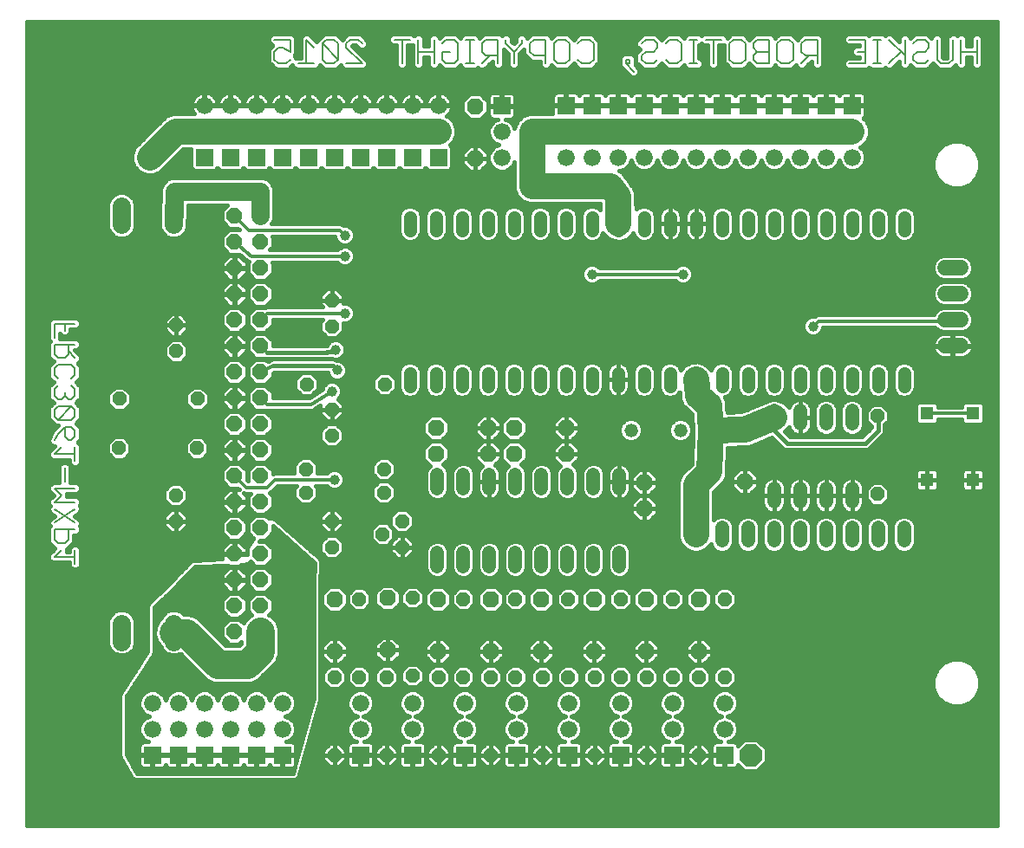
<source format=gbl>
G75*
%MOIN*%
%OFA0B0*%
%FSLAX25Y25*%
%IPPOS*%
%LPD*%
%AMOC8*
5,1,8,0,0,1.08239X$1,22.5*
%
%ADD10C,0.00700*%
%ADD11C,0.00800*%
%ADD12R,0.06600X0.06600*%
%ADD13C,0.06600*%
%ADD14C,0.05200*%
%ADD15OC8,0.06300*%
%ADD16C,0.07000*%
%ADD17OC8,0.05200*%
%ADD18C,0.05000*%
%ADD19C,0.05200*%
%ADD20OC8,0.06000*%
%ADD21C,0.05937*%
%ADD22R,0.05150X0.05150*%
%ADD23OC8,0.08500*%
%ADD24C,0.10000*%
%ADD25C,0.01600*%
%ADD26C,0.01200*%
%ADD27C,0.03962*%
%ADD28R,0.03962X0.03962*%
%ADD29C,0.11000*%
D10*
X0015703Y0108128D02*
X0023610Y0108128D01*
X0023610Y0110764D02*
X0023610Y0105492D01*
X0018339Y0110764D02*
X0015703Y0108128D01*
X0017021Y0113411D02*
X0019657Y0113411D01*
X0020974Y0114729D01*
X0020974Y0118682D01*
X0023610Y0118682D02*
X0015703Y0118682D01*
X0015703Y0114729D01*
X0017021Y0113411D01*
X0015703Y0121330D02*
X0023610Y0126601D01*
X0023610Y0129249D02*
X0015703Y0129249D01*
X0018339Y0131884D01*
X0015703Y0134520D01*
X0023610Y0134520D01*
X0019657Y0137168D02*
X0019657Y0142439D01*
X0023610Y0145086D02*
X0023610Y0150357D01*
X0023610Y0147722D02*
X0015703Y0147722D01*
X0018339Y0150357D01*
X0020974Y0153005D02*
X0019657Y0154323D01*
X0019657Y0158276D01*
X0022292Y0158276D01*
X0023610Y0156958D01*
X0023610Y0154323D01*
X0022292Y0153005D01*
X0020974Y0153005D01*
X0017021Y0155641D02*
X0019657Y0158276D01*
X0017021Y0155641D02*
X0015703Y0153005D01*
X0017021Y0160924D02*
X0022292Y0166195D01*
X0023610Y0164877D01*
X0023610Y0162242D01*
X0022292Y0160924D01*
X0017021Y0160924D01*
X0015703Y0162242D01*
X0015703Y0164877D01*
X0017021Y0166195D01*
X0022292Y0166195D01*
X0022292Y0168843D02*
X0023610Y0170160D01*
X0023610Y0172796D01*
X0022292Y0174114D01*
X0022292Y0176761D02*
X0023610Y0178079D01*
X0023610Y0180715D01*
X0022292Y0182032D01*
X0017021Y0182032D01*
X0015703Y0180715D01*
X0015703Y0178079D01*
X0017021Y0176761D01*
X0017021Y0174114D02*
X0015703Y0172796D01*
X0015703Y0170160D01*
X0017021Y0168843D01*
X0018339Y0168843D01*
X0019657Y0170160D01*
X0020974Y0168843D01*
X0022292Y0168843D01*
X0019657Y0170160D02*
X0019657Y0171478D01*
X0019657Y0184680D02*
X0017021Y0184680D01*
X0015703Y0185998D01*
X0015703Y0189951D01*
X0023610Y0189951D01*
X0020974Y0189951D02*
X0020974Y0185998D01*
X0019657Y0184680D01*
X0020974Y0187316D02*
X0023610Y0184680D01*
X0015703Y0192599D02*
X0015703Y0197870D01*
X0023610Y0197870D01*
X0019657Y0197870D02*
X0019657Y0195234D01*
X0015703Y0126601D02*
X0023610Y0121330D01*
D11*
X0101797Y0298020D02*
X0104867Y0298020D01*
X0106401Y0299555D01*
X0106401Y0302624D02*
X0103332Y0304159D01*
X0101797Y0304159D01*
X0100263Y0302624D01*
X0100263Y0299555D01*
X0101797Y0298020D01*
X0106401Y0302624D02*
X0106401Y0307228D01*
X0100263Y0307228D01*
X0112540Y0307228D02*
X0112540Y0298020D01*
X0115609Y0298020D02*
X0109471Y0298020D01*
X0115609Y0304159D02*
X0112540Y0307228D01*
X0118678Y0305693D02*
X0124817Y0299555D01*
X0123282Y0298020D01*
X0120213Y0298020D01*
X0118678Y0299555D01*
X0118678Y0305693D01*
X0120213Y0307228D01*
X0123282Y0307228D01*
X0124817Y0305693D01*
X0124817Y0299555D01*
X0127886Y0298020D02*
X0134025Y0298020D01*
X0127886Y0304159D01*
X0127886Y0305693D01*
X0129421Y0307228D01*
X0132490Y0307228D01*
X0134025Y0305693D01*
X0146302Y0307228D02*
X0152441Y0307228D01*
X0155510Y0307228D02*
X0155510Y0298020D01*
X0155510Y0302624D02*
X0161648Y0302624D01*
X0164718Y0302624D02*
X0167787Y0302624D01*
X0164718Y0302624D02*
X0164718Y0299555D01*
X0166252Y0298020D01*
X0169322Y0298020D01*
X0170856Y0299555D01*
X0170856Y0305693D01*
X0169322Y0307228D01*
X0166252Y0307228D01*
X0164718Y0305693D01*
X0161648Y0307228D02*
X0161648Y0298020D01*
X0173926Y0298020D02*
X0176995Y0298020D01*
X0175460Y0298020D02*
X0175460Y0307228D01*
X0173926Y0307228D02*
X0176995Y0307228D01*
X0180064Y0305693D02*
X0180064Y0302624D01*
X0181599Y0301089D01*
X0186203Y0301089D01*
X0186203Y0298020D02*
X0186203Y0307228D01*
X0181599Y0307228D01*
X0180064Y0305693D01*
X0183134Y0301089D02*
X0180064Y0298020D01*
X0189272Y0305693D02*
X0189272Y0307228D01*
X0189272Y0305693D02*
X0192341Y0302624D01*
X0192341Y0298020D01*
X0192341Y0302624D02*
X0195411Y0305693D01*
X0195411Y0307228D01*
X0198480Y0305693D02*
X0198480Y0302624D01*
X0200015Y0301089D01*
X0204619Y0301089D01*
X0204619Y0298020D02*
X0204619Y0307228D01*
X0200015Y0307228D01*
X0198480Y0305693D01*
X0207688Y0305693D02*
X0207688Y0299555D01*
X0209222Y0298020D01*
X0212292Y0298020D01*
X0213826Y0299555D01*
X0213826Y0305693D01*
X0212292Y0307228D01*
X0209222Y0307228D01*
X0207688Y0305693D01*
X0216896Y0305693D02*
X0218430Y0307228D01*
X0221500Y0307228D01*
X0223034Y0305693D01*
X0223034Y0299555D01*
X0221500Y0298020D01*
X0218430Y0298020D01*
X0216896Y0299555D01*
X0235311Y0299555D02*
X0236846Y0299555D01*
X0236846Y0298020D01*
X0235311Y0298020D01*
X0235311Y0299555D01*
X0235311Y0298020D02*
X0238381Y0294951D01*
X0241450Y0299555D02*
X0242985Y0298020D01*
X0246054Y0298020D01*
X0247589Y0299555D01*
X0250658Y0299555D02*
X0252192Y0298020D01*
X0255262Y0298020D01*
X0256796Y0299555D01*
X0256796Y0305693D01*
X0255262Y0307228D01*
X0252192Y0307228D01*
X0250658Y0305693D01*
X0247589Y0305693D02*
X0246054Y0307228D01*
X0242985Y0307228D01*
X0241450Y0305693D01*
X0242985Y0302624D02*
X0241450Y0301089D01*
X0241450Y0299555D01*
X0242985Y0302624D02*
X0246054Y0302624D01*
X0247589Y0304159D01*
X0247589Y0305693D01*
X0259866Y0307228D02*
X0262935Y0307228D01*
X0261400Y0307228D02*
X0261400Y0298020D01*
X0259866Y0298020D02*
X0262935Y0298020D01*
X0269074Y0298020D02*
X0269074Y0307228D01*
X0272143Y0307228D02*
X0266004Y0307228D01*
X0275212Y0305693D02*
X0276747Y0307228D01*
X0279816Y0307228D01*
X0281351Y0305693D01*
X0281351Y0299555D01*
X0279816Y0298020D01*
X0276747Y0298020D01*
X0275212Y0299555D01*
X0275212Y0305693D01*
X0284420Y0305693D02*
X0284420Y0304159D01*
X0285955Y0302624D01*
X0290559Y0302624D01*
X0293628Y0299555D02*
X0293628Y0305693D01*
X0295162Y0307228D01*
X0298232Y0307228D01*
X0299766Y0305693D01*
X0299766Y0299555D01*
X0298232Y0298020D01*
X0295162Y0298020D01*
X0293628Y0299555D01*
X0290559Y0298020D02*
X0285955Y0298020D01*
X0284420Y0299555D01*
X0284420Y0301089D01*
X0285955Y0302624D01*
X0284420Y0305693D02*
X0285955Y0307228D01*
X0290559Y0307228D01*
X0290559Y0298020D01*
X0302836Y0298020D02*
X0305905Y0301089D01*
X0304370Y0301089D02*
X0308974Y0301089D01*
X0308974Y0298020D02*
X0308974Y0307228D01*
X0304370Y0307228D01*
X0302836Y0305693D01*
X0302836Y0302624D01*
X0304370Y0301089D01*
X0321251Y0298020D02*
X0327390Y0298020D01*
X0327390Y0307228D01*
X0321251Y0307228D01*
X0324321Y0302624D02*
X0327390Y0302624D01*
X0330459Y0298020D02*
X0333529Y0298020D01*
X0331994Y0298020D02*
X0331994Y0307228D01*
X0333529Y0307228D02*
X0330459Y0307228D01*
X0336598Y0307228D02*
X0342736Y0301089D01*
X0341202Y0302624D02*
X0336598Y0298020D01*
X0342736Y0298020D02*
X0342736Y0307228D01*
X0345806Y0305693D02*
X0347340Y0307228D01*
X0350410Y0307228D01*
X0351944Y0305693D01*
X0351944Y0304159D01*
X0350410Y0302624D01*
X0347340Y0302624D01*
X0345806Y0301089D01*
X0345806Y0299555D01*
X0347340Y0298020D01*
X0350410Y0298020D01*
X0351944Y0299555D01*
X0355014Y0299555D02*
X0355014Y0307228D01*
X0361152Y0307228D02*
X0361152Y0299555D01*
X0359618Y0298020D01*
X0356548Y0298020D01*
X0355014Y0299555D01*
X0364221Y0298020D02*
X0364221Y0307228D01*
X0364221Y0302624D02*
X0370360Y0302624D01*
X0370360Y0298020D02*
X0370360Y0307228D01*
X0149371Y0307228D02*
X0149371Y0298020D01*
D12*
X0187660Y0281720D03*
X0163360Y0261920D03*
X0153360Y0261920D03*
X0143360Y0261920D03*
X0133360Y0261920D03*
X0123360Y0261920D03*
X0113360Y0261920D03*
X0103360Y0261920D03*
X0093360Y0261920D03*
X0083360Y0261920D03*
X0073360Y0261920D03*
X0212360Y0281920D03*
X0222360Y0281920D03*
X0232360Y0281920D03*
X0242360Y0281920D03*
X0252360Y0281920D03*
X0262360Y0281920D03*
X0272360Y0281920D03*
X0282360Y0281920D03*
X0292360Y0281920D03*
X0302360Y0281920D03*
X0312360Y0281920D03*
X0322360Y0281920D03*
X0273360Y0031920D03*
X0253360Y0031920D03*
X0233360Y0031920D03*
X0213360Y0031920D03*
X0193360Y0031920D03*
X0173360Y0031920D03*
X0153360Y0031920D03*
X0133360Y0031920D03*
X0103360Y0031920D03*
X0093360Y0031920D03*
X0083360Y0031920D03*
X0073360Y0031920D03*
X0063360Y0031920D03*
X0053360Y0031920D03*
D13*
X0053360Y0041920D03*
X0063360Y0041920D03*
X0073360Y0041920D03*
X0083360Y0041920D03*
X0093360Y0041920D03*
X0103360Y0041920D03*
X0103360Y0051920D03*
X0093360Y0051920D03*
X0083360Y0051920D03*
X0073360Y0051920D03*
X0063360Y0051920D03*
X0053360Y0051920D03*
X0133360Y0051920D03*
X0133360Y0041920D03*
X0153360Y0041920D03*
X0153360Y0051920D03*
X0173360Y0051920D03*
X0173360Y0041920D03*
X0193360Y0041920D03*
X0193360Y0051920D03*
X0213360Y0051920D03*
X0213360Y0041920D03*
X0233360Y0041920D03*
X0233360Y0051920D03*
X0253360Y0051920D03*
X0253360Y0041920D03*
X0273360Y0041920D03*
X0273360Y0051920D03*
X0272360Y0261920D03*
X0262360Y0261920D03*
X0252360Y0261920D03*
X0242360Y0261920D03*
X0232360Y0261920D03*
X0222360Y0261920D03*
X0212360Y0261920D03*
X0212360Y0271920D03*
X0222360Y0271920D03*
X0232360Y0271920D03*
X0242360Y0271920D03*
X0252360Y0271920D03*
X0262360Y0271920D03*
X0272360Y0271920D03*
X0282360Y0271920D03*
X0282360Y0261920D03*
X0292360Y0261920D03*
X0302360Y0261920D03*
X0312360Y0261920D03*
X0322360Y0261920D03*
X0322360Y0271920D03*
X0312360Y0271920D03*
X0302360Y0271920D03*
X0292360Y0271920D03*
X0187660Y0271720D03*
X0187660Y0261720D03*
X0163360Y0271920D03*
X0153360Y0271920D03*
X0143360Y0271920D03*
X0133360Y0271920D03*
X0123360Y0271920D03*
X0113360Y0271920D03*
X0103360Y0271920D03*
X0093360Y0271920D03*
X0083360Y0271920D03*
X0073360Y0271920D03*
X0073360Y0281920D03*
X0083360Y0281920D03*
X0093360Y0281920D03*
X0103360Y0281920D03*
X0113360Y0281920D03*
X0123360Y0281920D03*
X0133360Y0281920D03*
X0143360Y0281920D03*
X0153360Y0281920D03*
X0163360Y0281920D03*
D14*
X0292360Y0164520D02*
X0292360Y0159320D01*
X0302360Y0159320D02*
X0302360Y0164520D01*
X0312360Y0164520D02*
X0312360Y0159320D01*
X0322360Y0159320D02*
X0322360Y0164520D01*
X0322360Y0134520D02*
X0322360Y0129320D01*
X0312360Y0129320D02*
X0312360Y0134520D01*
X0302360Y0134520D02*
X0302360Y0129320D01*
X0292360Y0129320D02*
X0292360Y0134520D01*
X0292360Y0119520D02*
X0292360Y0114320D01*
X0302360Y0114320D02*
X0302360Y0119520D01*
X0312360Y0119520D02*
X0312360Y0114320D01*
X0322360Y0114320D02*
X0322360Y0119520D01*
X0332360Y0119520D02*
X0332360Y0114320D01*
X0342360Y0114320D02*
X0342360Y0119520D01*
X0282360Y0119520D02*
X0282360Y0114320D01*
X0272360Y0114320D02*
X0272360Y0119520D01*
X0262360Y0119520D02*
X0262360Y0114320D01*
X0232860Y0109820D02*
X0232860Y0104620D01*
X0222860Y0104620D02*
X0222860Y0109820D01*
X0212860Y0109820D02*
X0212860Y0104620D01*
X0202860Y0104620D02*
X0202860Y0109820D01*
X0192860Y0109820D02*
X0192860Y0104620D01*
X0182860Y0104620D02*
X0182860Y0109820D01*
X0172860Y0109820D02*
X0172860Y0104620D01*
X0162860Y0104620D02*
X0162860Y0109820D01*
X0162860Y0134620D02*
X0162860Y0139820D01*
X0172860Y0139820D02*
X0172860Y0134620D01*
X0182860Y0134620D02*
X0182860Y0139820D01*
X0192860Y0139820D02*
X0192860Y0134620D01*
X0202860Y0134620D02*
X0202860Y0139820D01*
X0212860Y0139820D02*
X0212860Y0134620D01*
X0222860Y0134620D02*
X0222860Y0139820D01*
X0232860Y0139820D02*
X0232860Y0134620D01*
D15*
X0242360Y0136920D03*
X0242360Y0126920D03*
X0262360Y0126920D03*
X0262360Y0136920D03*
X0281060Y0137220D03*
X0281060Y0157220D03*
X0212360Y0157920D03*
X0212360Y0147920D03*
X0192360Y0147920D03*
X0182360Y0147920D03*
X0182360Y0157920D03*
X0192360Y0157920D03*
X0162360Y0157920D03*
X0162360Y0147920D03*
X0163160Y0091920D03*
X0143760Y0092320D03*
X0123360Y0091920D03*
X0123360Y0071920D03*
X0143760Y0072320D03*
X0163160Y0071920D03*
X0183360Y0071920D03*
X0202910Y0071920D03*
X0202910Y0091920D03*
X0183360Y0091920D03*
X0223060Y0091920D03*
X0243060Y0091920D03*
X0263360Y0091920D03*
X0263360Y0071920D03*
X0243060Y0071920D03*
X0223060Y0071920D03*
X0177360Y0261420D03*
X0177360Y0281420D03*
D16*
X0094860Y0248920D02*
X0094860Y0239420D01*
X0094860Y0248920D02*
X0061860Y0248920D01*
X0061860Y0239520D01*
X0061560Y0236020D02*
X0061560Y0243020D01*
X0041560Y0243020D02*
X0041560Y0236020D01*
X0041560Y0082620D02*
X0041560Y0075620D01*
X0061560Y0075620D02*
X0061560Y0082620D01*
D17*
X0062360Y0121920D03*
X0062360Y0131920D03*
X0070560Y0150020D03*
X0070660Y0169020D03*
X0062560Y0187320D03*
X0062560Y0197320D03*
X0040660Y0169020D03*
X0040560Y0150020D03*
X0112360Y0141920D03*
X0112360Y0132920D03*
X0122360Y0121920D03*
X0122360Y0111920D03*
X0141860Y0116920D03*
X0149360Y0111920D03*
X0149360Y0121920D03*
X0142360Y0132920D03*
X0142360Y0141920D03*
X0122360Y0154920D03*
X0122360Y0164920D03*
X0112660Y0174620D03*
X0122360Y0196920D03*
X0122360Y0206920D03*
X0142660Y0174620D03*
X0153360Y0092420D03*
X0172860Y0091920D03*
X0192960Y0091920D03*
X0213260Y0091920D03*
X0233360Y0091920D03*
X0253360Y0091920D03*
X0273360Y0091920D03*
X0273360Y0061920D03*
X0263360Y0061920D03*
X0253360Y0061920D03*
X0243360Y0061920D03*
X0233360Y0061920D03*
X0223360Y0061920D03*
X0213260Y0061920D03*
X0203360Y0061920D03*
X0192960Y0061920D03*
X0183360Y0061920D03*
X0172860Y0061920D03*
X0163360Y0061920D03*
X0153360Y0062420D03*
X0143360Y0061920D03*
X0132860Y0061920D03*
X0123360Y0061920D03*
X0123360Y0031920D03*
X0143360Y0031920D03*
X0163360Y0031920D03*
X0183360Y0031920D03*
X0203360Y0031920D03*
X0223360Y0031920D03*
X0243360Y0031920D03*
X0263360Y0031920D03*
X0332060Y0132320D03*
X0332060Y0162320D03*
X0132860Y0091920D03*
D18*
X0152360Y0173920D02*
X0152360Y0178920D01*
X0162360Y0178920D02*
X0162360Y0173920D01*
X0172360Y0173920D02*
X0172360Y0178920D01*
X0182360Y0178920D02*
X0182360Y0173920D01*
X0192360Y0173920D02*
X0192360Y0178920D01*
X0202360Y0178920D02*
X0202360Y0173920D01*
X0212360Y0173920D02*
X0212360Y0178920D01*
X0222360Y0178920D02*
X0222360Y0173920D01*
X0232360Y0173920D02*
X0232360Y0178920D01*
X0242360Y0178920D02*
X0242360Y0173920D01*
X0252360Y0173920D02*
X0252360Y0178920D01*
X0262360Y0178920D02*
X0262360Y0173920D01*
X0272360Y0173920D02*
X0272360Y0178920D01*
X0282360Y0178920D02*
X0282360Y0173920D01*
X0292360Y0173920D02*
X0292360Y0178920D01*
X0302360Y0178920D02*
X0302360Y0173920D01*
X0312360Y0173920D02*
X0312360Y0178920D01*
X0322360Y0178920D02*
X0322360Y0173920D01*
X0332360Y0173920D02*
X0332360Y0178920D01*
X0342360Y0178920D02*
X0342360Y0173920D01*
X0342360Y0233920D02*
X0342360Y0238920D01*
X0332360Y0238920D02*
X0332360Y0233920D01*
X0322360Y0233920D02*
X0322360Y0238920D01*
X0312360Y0238920D02*
X0312360Y0233920D01*
X0302360Y0233920D02*
X0302360Y0238920D01*
X0292360Y0238920D02*
X0292360Y0233920D01*
X0282360Y0233920D02*
X0282360Y0238920D01*
X0272360Y0238920D02*
X0272360Y0233920D01*
X0262360Y0233920D02*
X0262360Y0238920D01*
X0252360Y0238920D02*
X0252360Y0233920D01*
X0242360Y0233920D02*
X0242360Y0238920D01*
X0232360Y0238920D02*
X0232360Y0233920D01*
X0222360Y0233920D02*
X0222360Y0238920D01*
X0212360Y0238920D02*
X0212360Y0233920D01*
X0202360Y0233920D02*
X0202360Y0238920D01*
X0192360Y0238920D02*
X0192360Y0233920D01*
X0182360Y0233920D02*
X0182360Y0238920D01*
X0172360Y0238920D02*
X0172360Y0233920D01*
X0162360Y0233920D02*
X0162360Y0238920D01*
X0152360Y0238920D02*
X0152360Y0233920D01*
D19*
X0237360Y0156920D03*
X0256360Y0156920D03*
D20*
X0094860Y0159420D03*
X0084860Y0159420D03*
X0084860Y0169420D03*
X0094860Y0169420D03*
X0094860Y0179420D03*
X0084860Y0179420D03*
X0084860Y0189420D03*
X0094860Y0189420D03*
X0094860Y0199420D03*
X0084860Y0199420D03*
X0084860Y0209420D03*
X0094860Y0209420D03*
X0094860Y0219420D03*
X0084860Y0219420D03*
X0084860Y0229420D03*
X0094860Y0229420D03*
X0094860Y0239420D03*
X0084860Y0239420D03*
X0084860Y0149420D03*
X0094860Y0149420D03*
X0094860Y0139420D03*
X0084860Y0139420D03*
X0084860Y0129420D03*
X0094860Y0129420D03*
X0094860Y0119420D03*
X0084860Y0119420D03*
X0084860Y0109420D03*
X0094860Y0109420D03*
X0094860Y0099420D03*
X0084860Y0099420D03*
X0084860Y0089420D03*
X0094860Y0089420D03*
X0094860Y0079420D03*
X0084860Y0079420D03*
D21*
X0358091Y0189420D02*
X0364029Y0189420D01*
X0364029Y0199420D02*
X0358091Y0199420D01*
X0358091Y0209420D02*
X0364029Y0209420D01*
X0364029Y0219420D02*
X0358091Y0219420D01*
D22*
X0351189Y0163415D03*
X0368906Y0163415D03*
X0368906Y0137825D03*
X0351189Y0137825D03*
D23*
X0283360Y0031920D03*
D24*
X0262360Y0116920D02*
X0262360Y0135920D01*
X0267495Y0141055D01*
X0267995Y0156936D01*
X0281060Y0157220D01*
X0292360Y0161920D01*
X0267995Y0156936D02*
X0267360Y0166420D01*
X0262995Y0170286D01*
X0262995Y0170786D01*
X0262360Y0176420D01*
X0232360Y0236420D02*
X0232560Y0241920D01*
X0232360Y0241920D01*
X0232360Y0246920D01*
X0229360Y0250920D01*
X0199360Y0250920D01*
X0199360Y0271920D01*
X0212360Y0271920D01*
X0322260Y0271920D01*
X0163360Y0271920D02*
X0153360Y0271920D01*
X0143360Y0271920D01*
X0133360Y0271920D01*
X0123360Y0271920D01*
X0113360Y0271920D01*
X0103360Y0271920D01*
X0093360Y0271920D01*
X0083360Y0271920D01*
X0073360Y0271920D01*
X0062360Y0271920D01*
X0052360Y0261920D01*
D25*
X0005158Y0314081D02*
X0004972Y0004730D01*
X0378261Y0004720D01*
X0378261Y0314081D01*
X0005158Y0314081D01*
X0005158Y0313630D02*
X0378261Y0313630D01*
X0378261Y0312031D02*
X0005157Y0312031D01*
X0005156Y0310433D02*
X0378261Y0310433D01*
X0378261Y0308834D02*
X0371865Y0308834D01*
X0371271Y0309428D02*
X0372560Y0308139D01*
X0372560Y0297109D01*
X0371271Y0295820D01*
X0369449Y0295820D01*
X0368160Y0297109D01*
X0368160Y0300424D01*
X0366421Y0300424D01*
X0366421Y0297109D01*
X0365133Y0295820D01*
X0363310Y0295820D01*
X0362021Y0297109D01*
X0362021Y0297313D01*
X0361817Y0297109D01*
X0361817Y0297109D01*
X0360529Y0295820D01*
X0355637Y0295820D01*
X0354348Y0297109D01*
X0354348Y0297109D01*
X0354102Y0297355D01*
X0354102Y0297355D01*
X0353479Y0297978D01*
X0351321Y0295820D01*
X0346429Y0295820D01*
X0345140Y0297109D01*
X0345140Y0297109D01*
X0344936Y0297313D01*
X0344936Y0297109D01*
X0343648Y0295820D01*
X0341825Y0295820D01*
X0340536Y0297109D01*
X0340536Y0298847D01*
X0337509Y0295820D01*
X0335687Y0295820D01*
X0335063Y0296443D01*
X0334440Y0295820D01*
X0329548Y0295820D01*
X0328925Y0296443D01*
X0328301Y0295820D01*
X0320340Y0295820D01*
X0319051Y0297109D01*
X0319051Y0298931D01*
X0320340Y0300220D01*
X0325190Y0300220D01*
X0325190Y0300424D01*
X0323409Y0300424D01*
X0322121Y0301713D01*
X0322121Y0303535D01*
X0323409Y0304824D01*
X0325190Y0304824D01*
X0325190Y0305028D01*
X0320340Y0305028D01*
X0319051Y0306317D01*
X0319051Y0308139D01*
X0320340Y0309428D01*
X0328301Y0309428D01*
X0328925Y0308804D01*
X0329548Y0309428D01*
X0334440Y0309428D01*
X0335063Y0308804D01*
X0335687Y0309428D01*
X0337509Y0309428D01*
X0340536Y0306401D01*
X0340536Y0308139D01*
X0341825Y0309428D01*
X0343648Y0309428D01*
X0344936Y0308139D01*
X0344936Y0307935D01*
X0345140Y0308139D01*
X0346429Y0309428D01*
X0351321Y0309428D01*
X0351341Y0309407D01*
X0352610Y0308139D01*
X0352610Y0308139D01*
X0352814Y0307935D01*
X0352814Y0308139D01*
X0354102Y0309428D01*
X0355925Y0309428D01*
X0357214Y0308139D01*
X0357214Y0300466D01*
X0357459Y0300220D01*
X0358706Y0300220D01*
X0358952Y0300466D01*
X0358952Y0308139D01*
X0360241Y0309428D01*
X0362063Y0309428D01*
X0362687Y0308804D01*
X0363310Y0309428D01*
X0365133Y0309428D01*
X0366421Y0308139D01*
X0366421Y0304824D01*
X0368160Y0304824D01*
X0368160Y0308139D01*
X0369449Y0309428D01*
X0371271Y0309428D01*
X0368855Y0308834D02*
X0365726Y0308834D01*
X0366421Y0307236D02*
X0368160Y0307236D01*
X0368160Y0305637D02*
X0366421Y0305637D01*
X0362716Y0308834D02*
X0362657Y0308834D01*
X0359647Y0308834D02*
X0356519Y0308834D01*
X0357214Y0307236D02*
X0358952Y0307236D01*
X0358952Y0305637D02*
X0357214Y0305637D01*
X0357214Y0304039D02*
X0358952Y0304039D01*
X0358952Y0302440D02*
X0357214Y0302440D01*
X0357214Y0300842D02*
X0358952Y0300842D01*
X0353812Y0297645D02*
X0353146Y0297645D01*
X0351547Y0296046D02*
X0355411Y0296046D01*
X0360755Y0296046D02*
X0363084Y0296046D01*
X0365359Y0296046D02*
X0369223Y0296046D01*
X0368160Y0297645D02*
X0366421Y0297645D01*
X0366421Y0299243D02*
X0368160Y0299243D01*
X0372560Y0299243D02*
X0378261Y0299243D01*
X0378261Y0297645D02*
X0372560Y0297645D01*
X0371497Y0296046D02*
X0378261Y0296046D01*
X0378261Y0294448D02*
X0240581Y0294448D01*
X0240581Y0294039D02*
X0240581Y0295862D01*
X0239046Y0297397D01*
X0239046Y0300466D01*
X0237757Y0301755D01*
X0234400Y0301755D01*
X0233111Y0300466D01*
X0233111Y0297109D01*
X0234400Y0295820D01*
X0237469Y0292751D01*
X0239292Y0292751D01*
X0240581Y0294039D01*
X0239390Y0292849D02*
X0378261Y0292849D01*
X0378261Y0291251D02*
X0005145Y0291251D01*
X0005145Y0292849D02*
X0237371Y0292849D01*
X0235773Y0294448D02*
X0005146Y0294448D01*
X0005147Y0296046D02*
X0100660Y0296046D01*
X0100886Y0295820D02*
X0105778Y0295820D01*
X0107271Y0297313D01*
X0107271Y0297109D01*
X0108559Y0295820D01*
X0116520Y0295820D01*
X0117809Y0297109D01*
X0117809Y0297313D01*
X0118013Y0297109D01*
X0118013Y0297109D01*
X0119302Y0295820D01*
X0124194Y0295820D01*
X0125686Y0297313D01*
X0125686Y0297109D01*
X0126975Y0295820D01*
X0134936Y0295820D01*
X0136225Y0297109D01*
X0136225Y0298931D01*
X0130230Y0304926D01*
X0130332Y0305028D01*
X0131579Y0305028D01*
X0133114Y0303493D01*
X0134936Y0303493D01*
X0136225Y0304782D01*
X0136225Y0306604D01*
X0134690Y0308139D01*
X0134690Y0308139D01*
X0133422Y0309407D01*
X0133402Y0309428D01*
X0128510Y0309428D01*
X0127221Y0308139D01*
X0126352Y0307270D01*
X0125728Y0307893D01*
X0125482Y0308139D01*
X0125482Y0308139D01*
X0124911Y0308711D01*
X0124194Y0309428D01*
X0119302Y0309428D01*
X0117767Y0307893D01*
X0116553Y0306679D01*
X0116478Y0306605D01*
X0116478Y0306401D01*
X0114740Y0308139D01*
X0114740Y0308139D01*
X0113451Y0309428D01*
X0111629Y0309428D01*
X0110340Y0308139D01*
X0110340Y0300220D01*
X0108601Y0300220D01*
X0108601Y0300466D01*
X0108055Y0301012D01*
X0108209Y0301321D01*
X0108601Y0301713D01*
X0108601Y0302105D01*
X0108777Y0302455D01*
X0108601Y0302981D01*
X0108601Y0308139D01*
X0107313Y0309428D01*
X0099351Y0309428D01*
X0098063Y0308139D01*
X0098063Y0306317D01*
X0099351Y0305028D01*
X0099555Y0305028D01*
X0099351Y0304824D01*
X0098063Y0303535D01*
X0098063Y0298643D01*
X0098083Y0298623D01*
X0099351Y0297355D01*
X0099351Y0297355D01*
X0099597Y0297109D01*
X0100886Y0295820D01*
X0099597Y0297109D02*
X0099597Y0297109D01*
X0099062Y0297645D02*
X0005148Y0297645D01*
X0005149Y0299243D02*
X0098063Y0299243D01*
X0098063Y0300842D02*
X0005150Y0300842D01*
X0005151Y0302440D02*
X0098063Y0302440D01*
X0098566Y0304039D02*
X0005152Y0304039D01*
X0005153Y0305637D02*
X0098742Y0305637D01*
X0098063Y0307236D02*
X0005154Y0307236D01*
X0005155Y0308834D02*
X0098758Y0308834D01*
X0107906Y0308834D02*
X0111035Y0308834D01*
X0110340Y0307236D02*
X0108601Y0307236D01*
X0108601Y0305637D02*
X0110340Y0305637D01*
X0110340Y0304039D02*
X0108601Y0304039D01*
X0108769Y0302440D02*
X0110340Y0302440D01*
X0110340Y0300842D02*
X0108226Y0300842D01*
X0108333Y0296046D02*
X0106004Y0296046D01*
X0104554Y0286894D02*
X0103761Y0287020D01*
X0103560Y0287020D01*
X0103560Y0282120D01*
X0108460Y0282120D01*
X0113160Y0282120D01*
X0113160Y0287020D01*
X0112959Y0287020D01*
X0112166Y0286894D01*
X0111402Y0286646D01*
X0110687Y0286282D01*
X0110038Y0285810D01*
X0109470Y0285242D01*
X0108998Y0284593D01*
X0108634Y0283878D01*
X0108386Y0283114D01*
X0108360Y0282953D01*
X0108334Y0283114D01*
X0108086Y0283878D01*
X0107722Y0284593D01*
X0107250Y0285242D01*
X0106682Y0285810D01*
X0106033Y0286282D01*
X0105318Y0286646D01*
X0104554Y0286894D01*
X0103560Y0286455D02*
X0103160Y0286455D01*
X0103160Y0287020D02*
X0103160Y0282120D01*
X0103560Y0282120D01*
X0103560Y0281720D01*
X0113160Y0281720D01*
X0113160Y0282120D01*
X0113560Y0282120D01*
X0118460Y0282120D01*
X0123160Y0282120D01*
X0123160Y0287020D01*
X0122959Y0287020D01*
X0122166Y0286894D01*
X0121402Y0286646D01*
X0120687Y0286282D01*
X0120038Y0285810D01*
X0119470Y0285242D01*
X0118998Y0284593D01*
X0118634Y0283878D01*
X0118386Y0283114D01*
X0118360Y0282953D01*
X0118334Y0283114D01*
X0118086Y0283878D01*
X0117722Y0284593D01*
X0117250Y0285242D01*
X0116682Y0285810D01*
X0116033Y0286282D01*
X0115318Y0286646D01*
X0114554Y0286894D01*
X0113761Y0287020D01*
X0113560Y0287020D01*
X0113560Y0282120D01*
X0113560Y0281720D01*
X0123160Y0281720D01*
X0123160Y0282120D01*
X0123560Y0282120D01*
X0128260Y0282120D01*
X0133160Y0282120D01*
X0133160Y0287020D01*
X0132959Y0287020D01*
X0132166Y0286894D01*
X0131402Y0286646D01*
X0130687Y0286282D01*
X0130038Y0285810D01*
X0129470Y0285242D01*
X0128998Y0284593D01*
X0128634Y0283878D01*
X0128386Y0283114D01*
X0128360Y0282953D01*
X0128334Y0283114D01*
X0128086Y0283878D01*
X0127722Y0284593D01*
X0127250Y0285242D01*
X0126682Y0285810D01*
X0126033Y0286282D01*
X0125318Y0286646D01*
X0124554Y0286894D01*
X0123761Y0287020D01*
X0123560Y0287020D01*
X0123560Y0282120D01*
X0123560Y0281720D01*
X0133160Y0281720D01*
X0133160Y0282120D01*
X0133560Y0282120D01*
X0138460Y0282120D01*
X0143160Y0282120D01*
X0143160Y0287020D01*
X0142959Y0287020D01*
X0142166Y0286894D01*
X0141402Y0286646D01*
X0140687Y0286282D01*
X0140038Y0285810D01*
X0139470Y0285242D01*
X0138998Y0284593D01*
X0138634Y0283878D01*
X0138386Y0283114D01*
X0138360Y0282953D01*
X0138334Y0283114D01*
X0138086Y0283878D01*
X0137722Y0284593D01*
X0137250Y0285242D01*
X0136682Y0285810D01*
X0136033Y0286282D01*
X0135318Y0286646D01*
X0134554Y0286894D01*
X0133761Y0287020D01*
X0133560Y0287020D01*
X0133560Y0282120D01*
X0133560Y0281720D01*
X0143160Y0281720D01*
X0143160Y0282120D01*
X0143560Y0282120D01*
X0148460Y0282120D01*
X0153160Y0282120D01*
X0153160Y0287020D01*
X0152959Y0287020D01*
X0152166Y0286894D01*
X0151402Y0286646D01*
X0150687Y0286282D01*
X0150038Y0285810D01*
X0149470Y0285242D01*
X0148998Y0284593D01*
X0148634Y0283878D01*
X0148386Y0283114D01*
X0148360Y0282953D01*
X0148334Y0283114D01*
X0148086Y0283878D01*
X0147722Y0284593D01*
X0147250Y0285242D01*
X0146682Y0285810D01*
X0146033Y0286282D01*
X0145318Y0286646D01*
X0144554Y0286894D01*
X0143761Y0287020D01*
X0143560Y0287020D01*
X0143560Y0282120D01*
X0143560Y0281720D01*
X0153160Y0281720D01*
X0153160Y0282120D01*
X0153560Y0282120D01*
X0158460Y0282120D01*
X0163160Y0282120D01*
X0163160Y0287020D01*
X0162959Y0287020D01*
X0162166Y0286894D01*
X0161402Y0286646D01*
X0160687Y0286282D01*
X0160038Y0285810D01*
X0159470Y0285242D01*
X0158998Y0284593D01*
X0158634Y0283878D01*
X0158386Y0283114D01*
X0158360Y0282953D01*
X0158334Y0283114D01*
X0158086Y0283878D01*
X0157722Y0284593D01*
X0157250Y0285242D01*
X0156682Y0285810D01*
X0156033Y0286282D01*
X0155318Y0286646D01*
X0154554Y0286894D01*
X0153761Y0287020D01*
X0153560Y0287020D01*
X0153560Y0282120D01*
X0153560Y0281720D01*
X0163160Y0281720D01*
X0163160Y0282120D01*
X0163560Y0282120D01*
X0168460Y0282120D01*
X0168460Y0282321D01*
X0168334Y0283114D01*
X0168086Y0283878D01*
X0167722Y0284593D01*
X0167250Y0285242D01*
X0166682Y0285810D01*
X0166033Y0286282D01*
X0165318Y0286646D01*
X0164554Y0286894D01*
X0163761Y0287020D01*
X0163560Y0287020D01*
X0163560Y0282120D01*
X0163560Y0281720D01*
X0168460Y0281720D01*
X0168460Y0281519D01*
X0168334Y0280726D01*
X0168086Y0279962D01*
X0167722Y0279247D01*
X0167250Y0278598D01*
X0166682Y0278030D01*
X0166572Y0277950D01*
X0167212Y0277685D01*
X0169125Y0275772D01*
X0170160Y0273273D01*
X0170160Y0270567D01*
X0169125Y0268068D01*
X0167741Y0266684D01*
X0168460Y0265966D01*
X0168460Y0257874D01*
X0167406Y0256820D01*
X0159314Y0256820D01*
X0158360Y0257774D01*
X0157406Y0256820D01*
X0149314Y0256820D01*
X0148360Y0257774D01*
X0147406Y0256820D01*
X0139314Y0256820D01*
X0138360Y0257774D01*
X0137406Y0256820D01*
X0129314Y0256820D01*
X0128360Y0257774D01*
X0127406Y0256820D01*
X0119314Y0256820D01*
X0118360Y0257774D01*
X0117406Y0256820D01*
X0109314Y0256820D01*
X0108360Y0257774D01*
X0107406Y0256820D01*
X0099314Y0256820D01*
X0098360Y0257774D01*
X0097406Y0256820D01*
X0089314Y0256820D01*
X0088360Y0257774D01*
X0087406Y0256820D01*
X0079314Y0256820D01*
X0078360Y0257774D01*
X0077406Y0256820D01*
X0069314Y0256820D01*
X0068260Y0257874D01*
X0068260Y0265120D01*
X0065177Y0265120D01*
X0056212Y0256155D01*
X0053713Y0255120D01*
X0051007Y0255120D01*
X0048508Y0256155D01*
X0046595Y0258068D01*
X0045560Y0260567D01*
X0045560Y0263273D01*
X0046595Y0265772D01*
X0056595Y0275772D01*
X0058508Y0277685D01*
X0061007Y0278720D01*
X0069381Y0278720D01*
X0068998Y0279247D01*
X0068634Y0279962D01*
X0068386Y0280726D01*
X0068260Y0281519D01*
X0068260Y0281720D01*
X0073160Y0281720D01*
X0073160Y0282120D01*
X0073160Y0287020D01*
X0072959Y0287020D01*
X0072166Y0286894D01*
X0071402Y0286646D01*
X0070687Y0286282D01*
X0070038Y0285810D01*
X0069470Y0285242D01*
X0068998Y0284593D01*
X0068634Y0283878D01*
X0068386Y0283114D01*
X0068260Y0282321D01*
X0068260Y0282120D01*
X0073160Y0282120D01*
X0073560Y0282120D01*
X0078260Y0282120D01*
X0083160Y0282120D01*
X0083160Y0287020D01*
X0082959Y0287020D01*
X0082166Y0286894D01*
X0081402Y0286646D01*
X0080687Y0286282D01*
X0080038Y0285810D01*
X0079470Y0285242D01*
X0078998Y0284593D01*
X0078634Y0283878D01*
X0078386Y0283114D01*
X0078360Y0282953D01*
X0078334Y0283114D01*
X0078086Y0283878D01*
X0077722Y0284593D01*
X0077250Y0285242D01*
X0076682Y0285810D01*
X0076033Y0286282D01*
X0075318Y0286646D01*
X0074554Y0286894D01*
X0073761Y0287020D01*
X0073560Y0287020D01*
X0073560Y0282120D01*
X0073560Y0281720D01*
X0083160Y0281720D01*
X0083160Y0282120D01*
X0083560Y0282120D01*
X0088460Y0282120D01*
X0093160Y0282120D01*
X0093160Y0287020D01*
X0092959Y0287020D01*
X0092166Y0286894D01*
X0091402Y0286646D01*
X0090687Y0286282D01*
X0090038Y0285810D01*
X0089470Y0285242D01*
X0088998Y0284593D01*
X0088634Y0283878D01*
X0088386Y0283114D01*
X0088360Y0282953D01*
X0088334Y0283114D01*
X0088086Y0283878D01*
X0087722Y0284593D01*
X0087250Y0285242D01*
X0086682Y0285810D01*
X0086033Y0286282D01*
X0085318Y0286646D01*
X0084554Y0286894D01*
X0083761Y0287020D01*
X0083560Y0287020D01*
X0083560Y0282120D01*
X0083560Y0281720D01*
X0093160Y0281720D01*
X0093160Y0282120D01*
X0093560Y0282120D01*
X0098460Y0282120D01*
X0103160Y0282120D01*
X0103160Y0281720D01*
X0093560Y0281720D01*
X0093560Y0282120D01*
X0093560Y0287020D01*
X0093761Y0287020D01*
X0094554Y0286894D01*
X0095318Y0286646D01*
X0096033Y0286282D01*
X0096682Y0285810D01*
X0097250Y0285242D01*
X0097722Y0284593D01*
X0098086Y0283878D01*
X0098334Y0283114D01*
X0098360Y0282953D01*
X0098386Y0283114D01*
X0098634Y0283878D01*
X0098998Y0284593D01*
X0099470Y0285242D01*
X0100038Y0285810D01*
X0100687Y0286282D01*
X0101402Y0286646D01*
X0102166Y0286894D01*
X0102959Y0287020D01*
X0103160Y0287020D01*
X0103160Y0284857D02*
X0103560Y0284857D01*
X0103560Y0283258D02*
X0103160Y0283258D01*
X0101027Y0286455D02*
X0095693Y0286455D01*
X0093560Y0286455D02*
X0093160Y0286455D01*
X0093160Y0284857D02*
X0093560Y0284857D01*
X0093560Y0283258D02*
X0093160Y0283258D01*
X0091027Y0286455D02*
X0085693Y0286455D01*
X0083560Y0286455D02*
X0083160Y0286455D01*
X0083160Y0284857D02*
X0083560Y0284857D01*
X0083560Y0283258D02*
X0083160Y0283258D01*
X0081027Y0286455D02*
X0075693Y0286455D01*
X0073560Y0286455D02*
X0073160Y0286455D01*
X0073160Y0284857D02*
X0073560Y0284857D01*
X0073560Y0283258D02*
X0073160Y0283258D01*
X0071027Y0286455D02*
X0005142Y0286455D01*
X0005141Y0284857D02*
X0069190Y0284857D01*
X0068432Y0283258D02*
X0005140Y0283258D01*
X0005139Y0281659D02*
X0068260Y0281659D01*
X0068602Y0280061D02*
X0005138Y0280061D01*
X0005137Y0278462D02*
X0060386Y0278462D01*
X0057687Y0276864D02*
X0005136Y0276864D01*
X0005135Y0275265D02*
X0056089Y0275265D01*
X0054490Y0273667D02*
X0005134Y0273667D01*
X0005133Y0272068D02*
X0052892Y0272068D01*
X0051293Y0270470D02*
X0005132Y0270470D01*
X0005131Y0268871D02*
X0049695Y0268871D01*
X0048096Y0267273D02*
X0005130Y0267273D01*
X0005129Y0265674D02*
X0046555Y0265674D01*
X0045893Y0264076D02*
X0005128Y0264076D01*
X0005127Y0262477D02*
X0045560Y0262477D01*
X0045560Y0260879D02*
X0005126Y0260879D01*
X0005125Y0259280D02*
X0046093Y0259280D01*
X0046982Y0257682D02*
X0005124Y0257682D01*
X0005123Y0256083D02*
X0048682Y0256083D01*
X0056038Y0256083D02*
X0192560Y0256083D01*
X0192560Y0254485D02*
X0005122Y0254485D01*
X0005121Y0252886D02*
X0058331Y0252886D01*
X0058858Y0253413D02*
X0057367Y0251922D01*
X0056560Y0249974D01*
X0056560Y0244798D01*
X0056260Y0244074D01*
X0056260Y0234966D01*
X0057067Y0233018D01*
X0058558Y0231527D01*
X0060506Y0230720D01*
X0062614Y0230720D01*
X0064562Y0231527D01*
X0066053Y0233018D01*
X0066860Y0234966D01*
X0066860Y0237742D01*
X0067160Y0238466D01*
X0067160Y0243620D01*
X0082272Y0243620D01*
X0080060Y0241408D01*
X0080060Y0237432D01*
X0082872Y0234620D01*
X0086266Y0234620D01*
X0086666Y0234220D01*
X0082872Y0234220D01*
X0080060Y0231408D01*
X0080060Y0227432D01*
X0082872Y0224620D01*
X0086817Y0224620D01*
X0089734Y0222152D01*
X0090001Y0221885D01*
X0090096Y0221846D01*
X0090174Y0221780D01*
X0090369Y0221717D01*
X0090060Y0221408D01*
X0090060Y0217432D01*
X0092872Y0214620D01*
X0096848Y0214620D01*
X0099660Y0217432D01*
X0099660Y0221408D01*
X0099548Y0221520D01*
X0124413Y0221520D01*
X0125218Y0220715D01*
X0126608Y0220139D01*
X0128112Y0220139D01*
X0129502Y0220715D01*
X0130565Y0221778D01*
X0131141Y0223168D01*
X0131141Y0224672D01*
X0130565Y0226062D01*
X0129502Y0227125D01*
X0128112Y0227701D01*
X0126608Y0227701D01*
X0125218Y0227125D01*
X0124413Y0226320D01*
X0098548Y0226320D01*
X0099660Y0227432D01*
X0099660Y0231408D01*
X0099548Y0231520D01*
X0123579Y0231520D01*
X0123579Y0231168D01*
X0124155Y0229778D01*
X0125218Y0228715D01*
X0126608Y0228139D01*
X0128112Y0228139D01*
X0129502Y0228715D01*
X0130565Y0229778D01*
X0131141Y0231168D01*
X0131141Y0232672D01*
X0130565Y0234062D01*
X0129502Y0235125D01*
X0128112Y0235701D01*
X0126973Y0235701D01*
X0126719Y0235955D01*
X0125837Y0236320D01*
X0099255Y0236320D01*
X0099353Y0236418D01*
X0100160Y0238366D01*
X0100160Y0249974D01*
X0099353Y0251922D01*
X0097862Y0253413D01*
X0095914Y0254220D01*
X0060806Y0254220D01*
X0058858Y0253413D01*
X0057104Y0251288D02*
X0005120Y0251288D01*
X0005119Y0249689D02*
X0056560Y0249689D01*
X0056560Y0248091D02*
X0043168Y0248091D01*
X0042614Y0248320D02*
X0040506Y0248320D01*
X0038558Y0247513D01*
X0037067Y0246022D01*
X0036260Y0244074D01*
X0036260Y0234966D01*
X0037067Y0233018D01*
X0038558Y0231527D01*
X0040506Y0230720D01*
X0042614Y0230720D01*
X0044562Y0231527D01*
X0046053Y0233018D01*
X0046860Y0234966D01*
X0046860Y0244074D01*
X0046053Y0246022D01*
X0044562Y0247513D01*
X0042614Y0248320D01*
X0039952Y0248091D02*
X0005118Y0248091D01*
X0005118Y0246492D02*
X0037537Y0246492D01*
X0036599Y0244894D02*
X0005117Y0244894D01*
X0005116Y0243295D02*
X0036260Y0243295D01*
X0036260Y0241697D02*
X0005115Y0241697D01*
X0005114Y0240098D02*
X0036260Y0240098D01*
X0036260Y0238500D02*
X0005113Y0238500D01*
X0005112Y0236901D02*
X0036260Y0236901D01*
X0036260Y0235303D02*
X0005111Y0235303D01*
X0005110Y0233704D02*
X0036783Y0233704D01*
X0037979Y0232106D02*
X0005109Y0232106D01*
X0005108Y0230507D02*
X0080060Y0230507D01*
X0080060Y0228909D02*
X0005107Y0228909D01*
X0005106Y0227310D02*
X0080182Y0227310D01*
X0081780Y0225712D02*
X0005105Y0225712D01*
X0005104Y0224113D02*
X0082765Y0224113D01*
X0082872Y0224220D02*
X0080060Y0221408D01*
X0080060Y0219620D01*
X0084660Y0219620D01*
X0084660Y0219220D01*
X0085060Y0219220D01*
X0085060Y0219620D01*
X0089660Y0219620D01*
X0089660Y0221408D01*
X0086848Y0224220D01*
X0085060Y0224220D01*
X0085060Y0219620D01*
X0084660Y0219620D01*
X0084660Y0224220D01*
X0082872Y0224220D01*
X0084660Y0224113D02*
X0085060Y0224113D01*
X0085060Y0222515D02*
X0084660Y0222515D01*
X0084660Y0220916D02*
X0085060Y0220916D01*
X0085060Y0219318D02*
X0090060Y0219318D01*
X0089660Y0219220D02*
X0085060Y0219220D01*
X0085060Y0214620D01*
X0086848Y0214620D01*
X0089660Y0217432D01*
X0089660Y0219220D01*
X0089660Y0217719D02*
X0090060Y0217719D01*
X0091371Y0216121D02*
X0088349Y0216121D01*
X0086848Y0214220D02*
X0085060Y0214220D01*
X0085060Y0209620D01*
X0089660Y0209620D01*
X0089660Y0211408D01*
X0086848Y0214220D01*
X0088145Y0212924D02*
X0091575Y0212924D01*
X0092872Y0214220D02*
X0090060Y0211408D01*
X0090060Y0207432D01*
X0092872Y0204620D01*
X0096848Y0204620D01*
X0099660Y0207432D01*
X0099660Y0211408D01*
X0096848Y0214220D01*
X0092872Y0214220D01*
X0090060Y0211325D02*
X0089660Y0211325D01*
X0089660Y0209726D02*
X0090060Y0209726D01*
X0089660Y0209220D02*
X0085060Y0209220D01*
X0085060Y0209620D01*
X0084660Y0209620D01*
X0084660Y0209220D01*
X0085060Y0209220D01*
X0085060Y0204620D01*
X0086848Y0204620D01*
X0089660Y0207432D01*
X0089660Y0209220D01*
X0089660Y0208128D02*
X0090060Y0208128D01*
X0090962Y0206529D02*
X0088758Y0206529D01*
X0087159Y0204931D02*
X0092561Y0204931D01*
X0092872Y0204220D02*
X0090060Y0201408D01*
X0090060Y0197432D01*
X0092872Y0194620D01*
X0096848Y0194620D01*
X0099660Y0197432D01*
X0099660Y0199520D01*
X0118737Y0199520D01*
X0117960Y0198743D01*
X0117960Y0195097D01*
X0120537Y0192520D01*
X0124183Y0192520D01*
X0126760Y0195097D01*
X0126760Y0198139D01*
X0128112Y0198139D01*
X0129502Y0198715D01*
X0130565Y0199778D01*
X0131141Y0201168D01*
X0131141Y0202672D01*
X0130565Y0204062D01*
X0129502Y0205125D01*
X0128112Y0205701D01*
X0126760Y0205701D01*
X0126760Y0206920D01*
X0126760Y0208743D01*
X0124183Y0211320D01*
X0122360Y0211320D01*
X0122360Y0206920D01*
X0122360Y0206920D01*
X0126760Y0206920D01*
X0122360Y0206920D01*
X0122360Y0206920D01*
X0117960Y0206920D01*
X0117960Y0205097D01*
X0118737Y0204320D01*
X0096883Y0204320D01*
X0096641Y0204220D01*
X0092872Y0204220D01*
X0091984Y0203332D02*
X0087736Y0203332D01*
X0086848Y0204220D02*
X0082872Y0204220D01*
X0080060Y0201408D01*
X0080060Y0197432D01*
X0082872Y0194620D01*
X0086848Y0194620D01*
X0089660Y0197432D01*
X0089660Y0201408D01*
X0086848Y0204220D01*
X0085060Y0204931D02*
X0084660Y0204931D01*
X0084660Y0204620D02*
X0084660Y0209220D01*
X0080060Y0209220D01*
X0080060Y0207432D01*
X0082872Y0204620D01*
X0084660Y0204620D01*
X0084660Y0206529D02*
X0085060Y0206529D01*
X0085060Y0208128D02*
X0084660Y0208128D01*
X0084660Y0209620D02*
X0080060Y0209620D01*
X0080060Y0211408D01*
X0082872Y0214220D01*
X0084660Y0214220D01*
X0084660Y0209620D01*
X0084660Y0209726D02*
X0085060Y0209726D01*
X0085060Y0211325D02*
X0084660Y0211325D01*
X0084660Y0212924D02*
X0085060Y0212924D01*
X0084660Y0214620D02*
X0082872Y0214620D01*
X0080060Y0217432D01*
X0080060Y0219220D01*
X0084660Y0219220D01*
X0084660Y0214620D01*
X0084660Y0216121D02*
X0085060Y0216121D01*
X0085060Y0217719D02*
X0084660Y0217719D01*
X0084660Y0219318D02*
X0005101Y0219318D01*
X0005102Y0220916D02*
X0080060Y0220916D01*
X0081166Y0222515D02*
X0005103Y0222515D01*
X0005100Y0217719D02*
X0080060Y0217719D01*
X0081371Y0216121D02*
X0005099Y0216121D01*
X0005098Y0214522D02*
X0219411Y0214522D01*
X0219155Y0214778D02*
X0220218Y0213715D01*
X0221608Y0213139D01*
X0223112Y0213139D01*
X0224502Y0213715D01*
X0225307Y0214520D01*
X0254413Y0214520D01*
X0255218Y0213715D01*
X0256608Y0213139D01*
X0258112Y0213139D01*
X0259502Y0213715D01*
X0260565Y0214778D01*
X0261141Y0216168D01*
X0261141Y0217672D01*
X0260565Y0219062D01*
X0259502Y0220125D01*
X0258112Y0220701D01*
X0256608Y0220701D01*
X0255218Y0220125D01*
X0254413Y0219320D01*
X0225307Y0219320D01*
X0224502Y0220125D01*
X0223112Y0220701D01*
X0221608Y0220701D01*
X0220218Y0220125D01*
X0219155Y0219062D01*
X0218579Y0217672D01*
X0218579Y0216168D01*
X0219155Y0214778D01*
X0218599Y0216121D02*
X0098349Y0216121D01*
X0099660Y0217719D02*
X0218598Y0217719D01*
X0219410Y0219318D02*
X0099660Y0219318D01*
X0099660Y0220916D02*
X0125017Y0220916D01*
X0129703Y0220916D02*
X0353550Y0220916D01*
X0353323Y0220369D02*
X0354049Y0222121D01*
X0355390Y0223463D01*
X0357143Y0224189D01*
X0364977Y0224189D01*
X0366730Y0223463D01*
X0368071Y0222121D01*
X0368797Y0220369D01*
X0368797Y0218471D01*
X0368071Y0216719D01*
X0366730Y0215377D01*
X0364977Y0214652D01*
X0357143Y0214652D01*
X0355390Y0215377D01*
X0354049Y0216719D01*
X0353323Y0218471D01*
X0353323Y0220369D01*
X0353323Y0219318D02*
X0260310Y0219318D01*
X0261122Y0217719D02*
X0353635Y0217719D01*
X0354647Y0216121D02*
X0261121Y0216121D01*
X0260309Y0214522D02*
X0378261Y0214522D01*
X0378261Y0212924D02*
X0367269Y0212924D01*
X0366730Y0213463D02*
X0364977Y0214189D01*
X0357143Y0214189D01*
X0355390Y0213463D01*
X0354049Y0212121D01*
X0353323Y0210369D01*
X0353323Y0208471D01*
X0354049Y0206719D01*
X0355390Y0205377D01*
X0357143Y0204652D01*
X0364977Y0204652D01*
X0366730Y0205377D01*
X0368071Y0206719D01*
X0368797Y0208471D01*
X0368797Y0210369D01*
X0368071Y0212121D01*
X0366730Y0213463D01*
X0368401Y0211325D02*
X0378261Y0211325D01*
X0378261Y0209726D02*
X0368797Y0209726D01*
X0368655Y0208128D02*
X0378261Y0208128D01*
X0378261Y0206529D02*
X0367882Y0206529D01*
X0365652Y0204931D02*
X0378261Y0204931D01*
X0378261Y0203332D02*
X0366860Y0203332D01*
X0366730Y0203463D02*
X0364977Y0204189D01*
X0357143Y0204189D01*
X0355390Y0203463D01*
X0354049Y0202121D01*
X0353717Y0201320D01*
X0308883Y0201320D01*
X0308001Y0200955D01*
X0307747Y0200701D01*
X0306608Y0200701D01*
X0305218Y0200125D01*
X0304155Y0199062D01*
X0303579Y0197672D01*
X0303579Y0196168D01*
X0304155Y0194778D01*
X0305218Y0193715D01*
X0306608Y0193139D01*
X0308112Y0193139D01*
X0309502Y0193715D01*
X0310565Y0194778D01*
X0311141Y0196168D01*
X0311141Y0196520D01*
X0354248Y0196520D01*
X0355390Y0195377D01*
X0357143Y0194652D01*
X0364977Y0194652D01*
X0366730Y0195377D01*
X0368071Y0196719D01*
X0368797Y0198471D01*
X0368797Y0200369D01*
X0368071Y0202121D01*
X0366730Y0203463D01*
X0368231Y0201734D02*
X0378261Y0201734D01*
X0378261Y0200135D02*
X0368797Y0200135D01*
X0368797Y0198537D02*
X0378261Y0198537D01*
X0378261Y0196938D02*
X0368162Y0196938D01*
X0366639Y0195340D02*
X0378261Y0195340D01*
X0378261Y0193741D02*
X0366051Y0193741D01*
X0365859Y0193839D02*
X0365145Y0194071D01*
X0364404Y0194189D01*
X0361244Y0194189D01*
X0361244Y0189604D01*
X0368797Y0189604D01*
X0368797Y0189795D01*
X0368680Y0190537D01*
X0368448Y0191250D01*
X0368107Y0191919D01*
X0367666Y0192526D01*
X0367135Y0193057D01*
X0366528Y0193498D01*
X0365859Y0193839D01*
X0367944Y0192143D02*
X0378261Y0192143D01*
X0378261Y0190544D02*
X0368677Y0190544D01*
X0368797Y0189236D02*
X0361244Y0189236D01*
X0361244Y0184652D01*
X0364404Y0184652D01*
X0365145Y0184769D01*
X0365859Y0185001D01*
X0366528Y0185342D01*
X0367135Y0185783D01*
X0367666Y0186314D01*
X0368107Y0186921D01*
X0368448Y0187590D01*
X0368680Y0188303D01*
X0368797Y0189045D01*
X0368797Y0189236D01*
X0368781Y0188946D02*
X0378261Y0188946D01*
X0378261Y0187347D02*
X0368324Y0187347D01*
X0367088Y0185749D02*
X0378261Y0185749D01*
X0378261Y0184150D02*
X0124540Y0184150D01*
X0124512Y0184139D02*
X0125902Y0184715D01*
X0126965Y0185778D01*
X0127541Y0187168D01*
X0127541Y0188672D01*
X0126965Y0190062D01*
X0125902Y0191125D01*
X0124512Y0191701D01*
X0123008Y0191701D01*
X0121618Y0191125D01*
X0120555Y0190062D01*
X0120372Y0189620D01*
X0119943Y0189620D01*
X0119701Y0189520D01*
X0099660Y0189520D01*
X0099660Y0191408D01*
X0096848Y0194220D01*
X0092872Y0194220D01*
X0090060Y0191408D01*
X0090060Y0187432D01*
X0092872Y0184620D01*
X0096119Y0184620D01*
X0096843Y0184320D01*
X0120977Y0184320D01*
X0121219Y0184420D01*
X0122329Y0184420D01*
X0122571Y0184320D01*
X0099543Y0184320D01*
X0098587Y0183924D01*
X0098172Y0183509D01*
X0097747Y0183321D01*
X0096848Y0184220D01*
X0092872Y0184220D01*
X0090060Y0181408D01*
X0090060Y0177432D01*
X0092872Y0174620D01*
X0096848Y0174620D01*
X0099660Y0177432D01*
X0099660Y0178919D01*
X0100115Y0179120D01*
X0120640Y0179120D01*
X0121155Y0177878D01*
X0122218Y0176815D01*
X0123608Y0176239D01*
X0125112Y0176239D01*
X0126502Y0176815D01*
X0127565Y0177878D01*
X0128141Y0179268D01*
X0128141Y0180772D01*
X0127565Y0182162D01*
X0126502Y0183225D01*
X0125112Y0183801D01*
X0124256Y0183801D01*
X0124133Y0183924D01*
X0123614Y0184139D01*
X0124512Y0184139D01*
X0126936Y0185749D02*
X0355032Y0185749D01*
X0354985Y0185783D02*
X0355592Y0185342D01*
X0356261Y0185001D01*
X0356975Y0184769D01*
X0357716Y0184652D01*
X0360876Y0184652D01*
X0360876Y0189236D01*
X0361244Y0189236D01*
X0361244Y0189604D01*
X0360876Y0189604D01*
X0360876Y0189236D01*
X0353323Y0189236D01*
X0353323Y0189045D01*
X0353440Y0188303D01*
X0353672Y0187590D01*
X0354013Y0186921D01*
X0354454Y0186314D01*
X0354985Y0185783D01*
X0353796Y0187347D02*
X0127541Y0187347D01*
X0127428Y0188946D02*
X0353339Y0188946D01*
X0353323Y0189604D02*
X0360876Y0189604D01*
X0360876Y0194189D01*
X0357716Y0194189D01*
X0356975Y0194071D01*
X0356261Y0193839D01*
X0355592Y0193498D01*
X0354985Y0193057D01*
X0354454Y0192526D01*
X0354013Y0191919D01*
X0353672Y0191250D01*
X0353440Y0190537D01*
X0353323Y0189795D01*
X0353323Y0189604D01*
X0353443Y0190544D02*
X0126483Y0190544D01*
X0125404Y0193741D02*
X0305191Y0193741D01*
X0303922Y0195340D02*
X0126760Y0195340D01*
X0126760Y0196938D02*
X0303579Y0196938D01*
X0303937Y0198537D02*
X0129073Y0198537D01*
X0130713Y0200135D02*
X0305242Y0200135D01*
X0310798Y0195340D02*
X0355481Y0195340D01*
X0356069Y0193741D02*
X0309529Y0193741D01*
X0311505Y0183220D02*
X0309924Y0182565D01*
X0308715Y0181356D01*
X0308060Y0179775D01*
X0308060Y0173065D01*
X0308715Y0171484D01*
X0309924Y0170275D01*
X0311505Y0169620D01*
X0313215Y0169620D01*
X0314796Y0170275D01*
X0316005Y0171484D01*
X0316660Y0173065D01*
X0316660Y0179775D01*
X0316005Y0181356D01*
X0314796Y0182565D01*
X0313215Y0183220D01*
X0311505Y0183220D01*
X0309911Y0182552D02*
X0304809Y0182552D01*
X0304796Y0182565D02*
X0303215Y0183220D01*
X0301505Y0183220D01*
X0299924Y0182565D01*
X0298715Y0181356D01*
X0298060Y0179775D01*
X0298060Y0173065D01*
X0298715Y0171484D01*
X0299924Y0170275D01*
X0301505Y0169620D01*
X0303215Y0169620D01*
X0304796Y0170275D01*
X0306005Y0171484D01*
X0306660Y0173065D01*
X0306660Y0179775D01*
X0306005Y0181356D01*
X0304796Y0182565D01*
X0306172Y0180953D02*
X0308548Y0180953D01*
X0308060Y0179355D02*
X0306660Y0179355D01*
X0306660Y0177756D02*
X0308060Y0177756D01*
X0308060Y0176158D02*
X0306660Y0176158D01*
X0306660Y0174559D02*
X0308060Y0174559D01*
X0308103Y0172961D02*
X0306617Y0172961D01*
X0305883Y0171362D02*
X0308837Y0171362D01*
X0311158Y0169764D02*
X0303562Y0169764D01*
X0303390Y0168812D02*
X0302706Y0168920D01*
X0302360Y0168920D01*
X0302360Y0161920D01*
X0302360Y0154920D01*
X0302706Y0154920D01*
X0303390Y0155028D01*
X0304049Y0155242D01*
X0304666Y0155557D01*
X0305226Y0155964D01*
X0305716Y0156454D01*
X0306123Y0157014D01*
X0306438Y0157631D01*
X0306652Y0158290D01*
X0306760Y0158974D01*
X0306760Y0161920D01*
X0306760Y0164866D01*
X0306652Y0165550D01*
X0306438Y0166209D01*
X0306123Y0166826D01*
X0305716Y0167386D01*
X0305226Y0167876D01*
X0304666Y0168283D01*
X0304049Y0168598D01*
X0303390Y0168812D01*
X0302360Y0168920D02*
X0302014Y0168920D01*
X0301330Y0168812D01*
X0300671Y0168598D01*
X0300054Y0168283D01*
X0299494Y0167876D01*
X0299004Y0167386D01*
X0298597Y0166826D01*
X0298282Y0166209D01*
X0298133Y0165748D01*
X0298119Y0165780D01*
X0296203Y0167690D01*
X0294857Y0168246D01*
X0294852Y0168250D01*
X0293235Y0168920D01*
X0291485Y0168920D01*
X0289868Y0168250D01*
X0289864Y0168247D01*
X0279632Y0163991D01*
X0274345Y0163876D01*
X0274146Y0166853D01*
X0274065Y0168182D01*
X0274056Y0168202D01*
X0274055Y0168224D01*
X0273464Y0169418D01*
X0273340Y0169672D01*
X0274796Y0170275D01*
X0276005Y0171484D01*
X0276660Y0173065D01*
X0276660Y0179775D01*
X0276005Y0181356D01*
X0274796Y0182565D01*
X0273215Y0183220D01*
X0271505Y0183220D01*
X0269924Y0182565D01*
X0268715Y0181356D01*
X0268152Y0179998D01*
X0267658Y0180893D01*
X0265543Y0182580D01*
X0262943Y0183329D01*
X0261978Y0183220D01*
X0261505Y0183220D01*
X0261328Y0183147D01*
X0260255Y0183026D01*
X0257887Y0181718D01*
X0256550Y0180041D01*
X0256005Y0181356D01*
X0254796Y0182565D01*
X0253215Y0183220D01*
X0251505Y0183220D01*
X0249924Y0182565D01*
X0248715Y0181356D01*
X0248060Y0179775D01*
X0248060Y0173065D01*
X0248715Y0171484D01*
X0249924Y0170275D01*
X0251505Y0169620D01*
X0253215Y0169620D01*
X0254796Y0170275D01*
X0256005Y0171484D01*
X0256058Y0171612D01*
X0256152Y0170784D01*
X0256195Y0170079D01*
X0256195Y0168933D01*
X0256276Y0168736D01*
X0256289Y0168523D01*
X0256791Y0167493D01*
X0257230Y0166434D01*
X0257381Y0166283D01*
X0257474Y0166091D01*
X0258332Y0165331D01*
X0259143Y0164521D01*
X0259340Y0164439D01*
X0260762Y0163180D01*
X0261187Y0156816D01*
X0260783Y0143959D01*
X0258508Y0141685D01*
X0256595Y0139772D01*
X0255560Y0137273D01*
X0255560Y0115567D01*
X0256595Y0113068D01*
X0258508Y0111155D01*
X0259864Y0110594D01*
X0259868Y0110590D01*
X0261485Y0109920D01*
X0263235Y0109920D01*
X0264852Y0110590D01*
X0264856Y0110594D01*
X0266212Y0111155D01*
X0268119Y0113062D01*
X0268630Y0111828D01*
X0269868Y0110590D01*
X0271485Y0109920D01*
X0273235Y0109920D01*
X0274852Y0110590D01*
X0276090Y0111828D01*
X0276760Y0113445D01*
X0276760Y0120395D01*
X0276090Y0122012D01*
X0274852Y0123250D01*
X0273235Y0123920D01*
X0271485Y0123920D01*
X0269868Y0123250D01*
X0269160Y0122543D01*
X0269160Y0133103D01*
X0272227Y0136171D01*
X0273135Y0137023D01*
X0273181Y0137124D01*
X0273259Y0137203D01*
X0273736Y0138353D01*
X0274249Y0139489D01*
X0274252Y0139599D01*
X0274295Y0139702D01*
X0274295Y0140947D01*
X0274588Y0150278D01*
X0281139Y0150420D01*
X0282423Y0150422D01*
X0282488Y0150449D01*
X0282560Y0150451D01*
X0283735Y0150968D01*
X0291433Y0154170D01*
X0295156Y0150447D01*
X0295887Y0149716D01*
X0296843Y0149320D01*
X0327877Y0149320D01*
X0328833Y0149716D01*
X0333833Y0154716D01*
X0334564Y0155447D01*
X0334960Y0156403D01*
X0334960Y0158997D01*
X0336460Y0160497D01*
X0336460Y0164143D01*
X0333883Y0166720D01*
X0330237Y0166720D01*
X0327660Y0164143D01*
X0327660Y0160497D01*
X0329760Y0158397D01*
X0329760Y0157997D01*
X0326283Y0154520D01*
X0298437Y0154520D01*
X0296508Y0156449D01*
X0298130Y0158077D01*
X0298134Y0158086D01*
X0298282Y0157631D01*
X0298597Y0157014D01*
X0299004Y0156454D01*
X0299494Y0155964D01*
X0300054Y0155557D01*
X0300671Y0155242D01*
X0301330Y0155028D01*
X0302014Y0154920D01*
X0302360Y0154920D01*
X0302360Y0161920D01*
X0302360Y0161920D01*
X0302360Y0161920D01*
X0306760Y0161920D01*
X0302360Y0161920D01*
X0302360Y0161920D01*
X0302360Y0168920D01*
X0302360Y0168165D02*
X0302360Y0168165D01*
X0302360Y0166567D02*
X0302360Y0166567D01*
X0302360Y0164968D02*
X0302360Y0164968D01*
X0302360Y0163370D02*
X0302360Y0163370D01*
X0302360Y0161771D02*
X0302360Y0161771D01*
X0302360Y0160173D02*
X0302360Y0160173D01*
X0302360Y0158574D02*
X0302360Y0158574D01*
X0302360Y0156976D02*
X0302360Y0156976D01*
X0302360Y0155377D02*
X0302360Y0155377D01*
X0304313Y0155377D02*
X0310381Y0155377D01*
X0309868Y0155590D02*
X0311485Y0154920D01*
X0313235Y0154920D01*
X0314852Y0155590D01*
X0316090Y0156828D01*
X0316760Y0158445D01*
X0316760Y0165395D01*
X0316090Y0167012D01*
X0314852Y0168250D01*
X0313235Y0168920D01*
X0311485Y0168920D01*
X0309868Y0168250D01*
X0308630Y0167012D01*
X0307960Y0165395D01*
X0307960Y0158445D01*
X0308630Y0156828D01*
X0309868Y0155590D01*
X0308569Y0156976D02*
X0306095Y0156976D01*
X0306697Y0158574D02*
X0307960Y0158574D01*
X0307960Y0160173D02*
X0306760Y0160173D01*
X0306760Y0161771D02*
X0307960Y0161771D01*
X0307960Y0163370D02*
X0306760Y0163370D01*
X0306744Y0164968D02*
X0307960Y0164968D01*
X0308445Y0166567D02*
X0306255Y0166567D01*
X0304829Y0168165D02*
X0309783Y0168165D01*
X0313562Y0169764D02*
X0321158Y0169764D01*
X0321505Y0169620D02*
X0323215Y0169620D01*
X0324796Y0170275D01*
X0326005Y0171484D01*
X0326660Y0173065D01*
X0326660Y0179775D01*
X0326005Y0181356D01*
X0324796Y0182565D01*
X0323215Y0183220D01*
X0321505Y0183220D01*
X0319924Y0182565D01*
X0318715Y0181356D01*
X0318060Y0179775D01*
X0318060Y0173065D01*
X0318715Y0171484D01*
X0319924Y0170275D01*
X0321505Y0169620D01*
X0321485Y0168920D02*
X0319868Y0168250D01*
X0318630Y0167012D01*
X0317960Y0165395D01*
X0317960Y0158445D01*
X0318630Y0156828D01*
X0319868Y0155590D01*
X0321485Y0154920D01*
X0323235Y0154920D01*
X0324852Y0155590D01*
X0326090Y0156828D01*
X0326760Y0158445D01*
X0326760Y0165395D01*
X0326090Y0167012D01*
X0324852Y0168250D01*
X0323235Y0168920D01*
X0321485Y0168920D01*
X0319783Y0168165D02*
X0314937Y0168165D01*
X0316275Y0166567D02*
X0318445Y0166567D01*
X0317960Y0164968D02*
X0316760Y0164968D01*
X0316760Y0163370D02*
X0317960Y0163370D01*
X0317960Y0161771D02*
X0316760Y0161771D01*
X0316760Y0160173D02*
X0317960Y0160173D01*
X0317960Y0158574D02*
X0316760Y0158574D01*
X0316151Y0156976D02*
X0318569Y0156976D01*
X0320381Y0155377D02*
X0314339Y0155377D01*
X0324339Y0155377D02*
X0327140Y0155377D01*
X0326151Y0156976D02*
X0328739Y0156976D01*
X0329583Y0158574D02*
X0326760Y0158574D01*
X0326760Y0160173D02*
X0327985Y0160173D01*
X0327660Y0161771D02*
X0326760Y0161771D01*
X0326760Y0163370D02*
X0327660Y0163370D01*
X0328486Y0164968D02*
X0326760Y0164968D01*
X0326275Y0166567D02*
X0330084Y0166567D01*
X0331505Y0169620D02*
X0329924Y0170275D01*
X0328715Y0171484D01*
X0328060Y0173065D01*
X0328060Y0179775D01*
X0328715Y0181356D01*
X0329924Y0182565D01*
X0331505Y0183220D01*
X0333215Y0183220D01*
X0334796Y0182565D01*
X0336005Y0181356D01*
X0336660Y0179775D01*
X0336660Y0173065D01*
X0336005Y0171484D01*
X0334796Y0170275D01*
X0333215Y0169620D01*
X0331505Y0169620D01*
X0331158Y0169764D02*
X0323562Y0169764D01*
X0324937Y0168165D02*
X0378261Y0168165D01*
X0378261Y0166567D02*
X0373280Y0166567D01*
X0373280Y0166736D02*
X0372226Y0167790D01*
X0365585Y0167790D01*
X0364531Y0166736D01*
X0364531Y0165815D01*
X0355564Y0165815D01*
X0355564Y0166736D01*
X0354510Y0167790D01*
X0347869Y0167790D01*
X0346814Y0166736D01*
X0346814Y0160095D01*
X0347869Y0159040D01*
X0354510Y0159040D01*
X0355564Y0160095D01*
X0355564Y0161015D01*
X0364531Y0161015D01*
X0364531Y0160095D01*
X0365585Y0159040D01*
X0372226Y0159040D01*
X0373280Y0160095D01*
X0373280Y0166736D01*
X0373280Y0164968D02*
X0378261Y0164968D01*
X0378261Y0163370D02*
X0373280Y0163370D01*
X0373280Y0161771D02*
X0378261Y0161771D01*
X0378261Y0160173D02*
X0373280Y0160173D01*
X0378261Y0158574D02*
X0334960Y0158574D01*
X0334960Y0156976D02*
X0378261Y0156976D01*
X0378261Y0155377D02*
X0334494Y0155377D01*
X0332896Y0153779D02*
X0378261Y0153779D01*
X0378261Y0152180D02*
X0331297Y0152180D01*
X0329698Y0150582D02*
X0378261Y0150582D01*
X0378261Y0148983D02*
X0274547Y0148983D01*
X0274497Y0147385D02*
X0378261Y0147385D01*
X0378261Y0145786D02*
X0274447Y0145786D01*
X0274397Y0144188D02*
X0378261Y0144188D01*
X0378261Y0142589D02*
X0274346Y0142589D01*
X0274296Y0140991D02*
X0277830Y0140991D01*
X0279010Y0142170D02*
X0276110Y0139270D01*
X0276110Y0137220D01*
X0276110Y0135170D01*
X0279010Y0132270D01*
X0281060Y0132270D01*
X0283110Y0132270D01*
X0286010Y0135170D01*
X0286010Y0137220D01*
X0286010Y0139270D01*
X0283110Y0142170D01*
X0281060Y0142170D01*
X0281060Y0137220D01*
X0281060Y0132270D01*
X0281060Y0137220D01*
X0281060Y0137220D01*
X0281060Y0137220D01*
X0286010Y0137220D01*
X0281060Y0137220D01*
X0281060Y0137220D01*
X0276110Y0137220D01*
X0281060Y0137220D01*
X0281060Y0137220D01*
X0281060Y0142170D01*
X0279010Y0142170D01*
X0281060Y0140991D02*
X0281060Y0140991D01*
X0281060Y0139392D02*
X0281060Y0139392D01*
X0281060Y0137793D02*
X0281060Y0137793D01*
X0281060Y0136195D02*
X0281060Y0136195D01*
X0281060Y0134596D02*
X0281060Y0134596D01*
X0281060Y0132998D02*
X0281060Y0132998D01*
X0283838Y0132998D02*
X0287960Y0132998D01*
X0287960Y0131920D02*
X0292360Y0131920D01*
X0292360Y0124920D01*
X0292706Y0124920D01*
X0293390Y0125028D01*
X0294049Y0125242D01*
X0294666Y0125557D01*
X0295226Y0125964D01*
X0295716Y0126454D01*
X0296123Y0127014D01*
X0296438Y0127631D01*
X0296652Y0128290D01*
X0296760Y0128974D01*
X0296760Y0131920D01*
X0296760Y0134866D01*
X0296652Y0135550D01*
X0296438Y0136209D01*
X0296123Y0136826D01*
X0295716Y0137386D01*
X0295226Y0137876D01*
X0294666Y0138283D01*
X0294049Y0138598D01*
X0293390Y0138812D01*
X0292706Y0138920D01*
X0292360Y0138920D01*
X0292360Y0131920D01*
X0292360Y0131920D01*
X0296760Y0131920D01*
X0292360Y0131920D01*
X0292360Y0131920D01*
X0292360Y0124920D01*
X0292014Y0124920D01*
X0291330Y0125028D01*
X0290671Y0125242D01*
X0290054Y0125557D01*
X0289494Y0125964D01*
X0289004Y0126454D01*
X0288597Y0127014D01*
X0288282Y0127631D01*
X0288068Y0128290D01*
X0287960Y0128974D01*
X0287960Y0131920D01*
X0292360Y0131920D01*
X0292360Y0131920D01*
X0292360Y0131920D01*
X0292360Y0138920D01*
X0292014Y0138920D01*
X0291330Y0138812D01*
X0290671Y0138598D01*
X0290054Y0138283D01*
X0289494Y0137876D01*
X0289004Y0137386D01*
X0288597Y0136826D01*
X0288282Y0136209D01*
X0288068Y0135550D01*
X0287960Y0134866D01*
X0287960Y0131920D01*
X0287960Y0131399D02*
X0269160Y0131399D01*
X0269160Y0129801D02*
X0287960Y0129801D01*
X0288097Y0128202D02*
X0269160Y0128202D01*
X0269160Y0126604D02*
X0288895Y0126604D01*
X0291475Y0125005D02*
X0269160Y0125005D01*
X0269160Y0123407D02*
X0270246Y0123407D01*
X0274474Y0123407D02*
X0280246Y0123407D01*
X0279868Y0123250D02*
X0278630Y0122012D01*
X0277960Y0120395D01*
X0277960Y0113445D01*
X0278630Y0111828D01*
X0279868Y0110590D01*
X0281485Y0109920D01*
X0283235Y0109920D01*
X0284852Y0110590D01*
X0286090Y0111828D01*
X0286760Y0113445D01*
X0286760Y0120395D01*
X0286090Y0122012D01*
X0284852Y0123250D01*
X0283235Y0123920D01*
X0281485Y0123920D01*
X0279868Y0123250D01*
X0278545Y0121808D02*
X0276175Y0121808D01*
X0276760Y0120210D02*
X0277960Y0120210D01*
X0277960Y0118611D02*
X0276760Y0118611D01*
X0276760Y0117013D02*
X0277960Y0117013D01*
X0277960Y0115414D02*
X0276760Y0115414D01*
X0276760Y0113816D02*
X0277960Y0113816D01*
X0278468Y0112217D02*
X0276252Y0112217D01*
X0274881Y0110619D02*
X0279839Y0110619D01*
X0284881Y0110619D02*
X0289839Y0110619D01*
X0289868Y0110590D02*
X0291485Y0109920D01*
X0293235Y0109920D01*
X0294852Y0110590D01*
X0296090Y0111828D01*
X0296760Y0113445D01*
X0296760Y0120395D01*
X0296090Y0122012D01*
X0294852Y0123250D01*
X0293235Y0123920D01*
X0291485Y0123920D01*
X0289868Y0123250D01*
X0288630Y0122012D01*
X0287960Y0120395D01*
X0287960Y0113445D01*
X0288630Y0111828D01*
X0289868Y0110590D01*
X0288468Y0112217D02*
X0286252Y0112217D01*
X0286760Y0113816D02*
X0287960Y0113816D01*
X0287960Y0115414D02*
X0286760Y0115414D01*
X0286760Y0117013D02*
X0287960Y0117013D01*
X0287960Y0118611D02*
X0286760Y0118611D01*
X0286760Y0120210D02*
X0287960Y0120210D01*
X0288545Y0121808D02*
X0286175Y0121808D01*
X0284474Y0123407D02*
X0290246Y0123407D01*
X0292360Y0125005D02*
X0292360Y0125005D01*
X0293245Y0125005D02*
X0301475Y0125005D01*
X0301330Y0125028D02*
X0302014Y0124920D01*
X0302360Y0124920D01*
X0302706Y0124920D01*
X0303390Y0125028D01*
X0304049Y0125242D01*
X0304666Y0125557D01*
X0305226Y0125964D01*
X0305716Y0126454D01*
X0306123Y0127014D01*
X0306438Y0127631D01*
X0306652Y0128290D01*
X0306760Y0128974D01*
X0306760Y0131920D01*
X0306760Y0134866D01*
X0306652Y0135550D01*
X0306438Y0136209D01*
X0306123Y0136826D01*
X0305716Y0137386D01*
X0305226Y0137876D01*
X0304666Y0138283D01*
X0304049Y0138598D01*
X0303390Y0138812D01*
X0302706Y0138920D01*
X0302360Y0138920D01*
X0302360Y0131920D01*
X0302360Y0124920D01*
X0302360Y0131920D01*
X0302360Y0131920D01*
X0306760Y0131920D01*
X0302360Y0131920D01*
X0302360Y0131920D01*
X0302360Y0131920D01*
X0297960Y0131920D01*
X0297960Y0128974D01*
X0298068Y0128290D01*
X0298282Y0127631D01*
X0298597Y0127014D01*
X0299004Y0126454D01*
X0299494Y0125964D01*
X0300054Y0125557D01*
X0300671Y0125242D01*
X0301330Y0125028D01*
X0302360Y0125005D02*
X0302360Y0125005D01*
X0303245Y0125005D02*
X0311475Y0125005D01*
X0311330Y0125028D02*
X0312014Y0124920D01*
X0312360Y0124920D01*
X0312706Y0124920D01*
X0313390Y0125028D01*
X0314049Y0125242D01*
X0314666Y0125557D01*
X0315226Y0125964D01*
X0315716Y0126454D01*
X0316123Y0127014D01*
X0316438Y0127631D01*
X0316652Y0128290D01*
X0316760Y0128974D01*
X0316760Y0131920D01*
X0316760Y0134866D01*
X0316652Y0135550D01*
X0316438Y0136209D01*
X0316123Y0136826D01*
X0315716Y0137386D01*
X0315226Y0137876D01*
X0314666Y0138283D01*
X0314049Y0138598D01*
X0313390Y0138812D01*
X0312706Y0138920D01*
X0312360Y0138920D01*
X0312360Y0131920D01*
X0312360Y0124920D01*
X0312360Y0131920D01*
X0312360Y0131920D01*
X0316760Y0131920D01*
X0312360Y0131920D01*
X0312360Y0131920D01*
X0312360Y0131920D01*
X0307960Y0131920D01*
X0307960Y0128974D01*
X0308068Y0128290D01*
X0308282Y0127631D01*
X0308597Y0127014D01*
X0309004Y0126454D01*
X0309494Y0125964D01*
X0310054Y0125557D01*
X0310671Y0125242D01*
X0311330Y0125028D01*
X0312360Y0125005D02*
X0312360Y0125005D01*
X0313245Y0125005D02*
X0321475Y0125005D01*
X0321330Y0125028D02*
X0322014Y0124920D01*
X0322360Y0124920D01*
X0322706Y0124920D01*
X0323390Y0125028D01*
X0324049Y0125242D01*
X0324666Y0125557D01*
X0325226Y0125964D01*
X0325716Y0126454D01*
X0326123Y0127014D01*
X0326438Y0127631D01*
X0326652Y0128290D01*
X0326760Y0128974D01*
X0326760Y0131920D01*
X0326760Y0134866D01*
X0326652Y0135550D01*
X0326438Y0136209D01*
X0326123Y0136826D01*
X0325716Y0137386D01*
X0325226Y0137876D01*
X0324666Y0138283D01*
X0324049Y0138598D01*
X0323390Y0138812D01*
X0322706Y0138920D01*
X0322360Y0138920D01*
X0322360Y0131920D01*
X0322360Y0124920D01*
X0322360Y0131920D01*
X0322360Y0131920D01*
X0326760Y0131920D01*
X0322360Y0131920D01*
X0322360Y0131920D01*
X0322360Y0131920D01*
X0317960Y0131920D01*
X0317960Y0128974D01*
X0318068Y0128290D01*
X0318282Y0127631D01*
X0318597Y0127014D01*
X0319004Y0126454D01*
X0319494Y0125964D01*
X0320054Y0125557D01*
X0320671Y0125242D01*
X0321330Y0125028D01*
X0322360Y0125005D02*
X0322360Y0125005D01*
X0323245Y0125005D02*
X0378261Y0125005D01*
X0378261Y0123407D02*
X0344474Y0123407D01*
X0344852Y0123250D02*
X0343235Y0123920D01*
X0341485Y0123920D01*
X0339868Y0123250D01*
X0338630Y0122012D01*
X0337960Y0120395D01*
X0337960Y0113445D01*
X0338630Y0111828D01*
X0339868Y0110590D01*
X0341485Y0109920D01*
X0343235Y0109920D01*
X0344852Y0110590D01*
X0346090Y0111828D01*
X0346760Y0113445D01*
X0346760Y0120395D01*
X0346090Y0122012D01*
X0344852Y0123250D01*
X0346175Y0121808D02*
X0378261Y0121808D01*
X0378261Y0120210D02*
X0346760Y0120210D01*
X0346760Y0118611D02*
X0378261Y0118611D01*
X0378261Y0117013D02*
X0346760Y0117013D01*
X0346760Y0115414D02*
X0378261Y0115414D01*
X0378261Y0113816D02*
X0346760Y0113816D01*
X0346252Y0112217D02*
X0378261Y0112217D01*
X0378261Y0110619D02*
X0344881Y0110619D01*
X0339839Y0110619D02*
X0334881Y0110619D01*
X0334852Y0110590D02*
X0336090Y0111828D01*
X0336760Y0113445D01*
X0336760Y0120395D01*
X0336090Y0122012D01*
X0334852Y0123250D01*
X0333235Y0123920D01*
X0331485Y0123920D01*
X0329868Y0123250D01*
X0328630Y0122012D01*
X0327960Y0120395D01*
X0327960Y0113445D01*
X0328630Y0111828D01*
X0329868Y0110590D01*
X0331485Y0109920D01*
X0333235Y0109920D01*
X0334852Y0110590D01*
X0336252Y0112217D02*
X0338468Y0112217D01*
X0337960Y0113816D02*
X0336760Y0113816D01*
X0336760Y0115414D02*
X0337960Y0115414D01*
X0337960Y0117013D02*
X0336760Y0117013D01*
X0336760Y0118611D02*
X0337960Y0118611D01*
X0337960Y0120210D02*
X0336760Y0120210D01*
X0336175Y0121808D02*
X0338545Y0121808D01*
X0340246Y0123407D02*
X0334474Y0123407D01*
X0330246Y0123407D02*
X0324474Y0123407D01*
X0324852Y0123250D02*
X0323235Y0123920D01*
X0321485Y0123920D01*
X0319868Y0123250D01*
X0318630Y0122012D01*
X0317960Y0120395D01*
X0317960Y0113445D01*
X0318630Y0111828D01*
X0319868Y0110590D01*
X0321485Y0109920D01*
X0323235Y0109920D01*
X0324852Y0110590D01*
X0326090Y0111828D01*
X0326760Y0113445D01*
X0326760Y0120395D01*
X0326090Y0122012D01*
X0324852Y0123250D01*
X0326175Y0121808D02*
X0328545Y0121808D01*
X0327960Y0120210D02*
X0326760Y0120210D01*
X0326760Y0118611D02*
X0327960Y0118611D01*
X0327960Y0117013D02*
X0326760Y0117013D01*
X0326760Y0115414D02*
X0327960Y0115414D01*
X0327960Y0113816D02*
X0326760Y0113816D01*
X0326252Y0112217D02*
X0328468Y0112217D01*
X0329839Y0110619D02*
X0324881Y0110619D01*
X0319839Y0110619D02*
X0314881Y0110619D01*
X0314852Y0110590D02*
X0316090Y0111828D01*
X0316760Y0113445D01*
X0316760Y0120395D01*
X0316090Y0122012D01*
X0314852Y0123250D01*
X0313235Y0123920D01*
X0311485Y0123920D01*
X0309868Y0123250D01*
X0308630Y0122012D01*
X0307960Y0120395D01*
X0307960Y0113445D01*
X0308630Y0111828D01*
X0309868Y0110590D01*
X0311485Y0109920D01*
X0313235Y0109920D01*
X0314852Y0110590D01*
X0316252Y0112217D02*
X0318468Y0112217D01*
X0317960Y0113816D02*
X0316760Y0113816D01*
X0316760Y0115414D02*
X0317960Y0115414D01*
X0317960Y0117013D02*
X0316760Y0117013D01*
X0316760Y0118611D02*
X0317960Y0118611D01*
X0317960Y0120210D02*
X0316760Y0120210D01*
X0316175Y0121808D02*
X0318545Y0121808D01*
X0320246Y0123407D02*
X0314474Y0123407D01*
X0315825Y0126604D02*
X0318895Y0126604D01*
X0318097Y0128202D02*
X0316623Y0128202D01*
X0316760Y0129801D02*
X0317960Y0129801D01*
X0317960Y0131399D02*
X0316760Y0131399D01*
X0317960Y0131920D02*
X0322360Y0131920D01*
X0322360Y0131920D01*
X0322360Y0138920D01*
X0322014Y0138920D01*
X0321330Y0138812D01*
X0320671Y0138598D01*
X0320054Y0138283D01*
X0319494Y0137876D01*
X0319004Y0137386D01*
X0318597Y0136826D01*
X0318282Y0136209D01*
X0318068Y0135550D01*
X0317960Y0134866D01*
X0317960Y0131920D01*
X0317960Y0132998D02*
X0316760Y0132998D01*
X0316760Y0134596D02*
X0317960Y0134596D01*
X0318278Y0136195D02*
X0316442Y0136195D01*
X0315309Y0137793D02*
X0319411Y0137793D01*
X0322360Y0137793D02*
X0322360Y0137793D01*
X0322360Y0136195D02*
X0322360Y0136195D01*
X0322360Y0134596D02*
X0322360Y0134596D01*
X0322360Y0132998D02*
X0322360Y0132998D01*
X0322360Y0131399D02*
X0322360Y0131399D01*
X0322360Y0129801D02*
X0322360Y0129801D01*
X0322360Y0128202D02*
X0322360Y0128202D01*
X0322360Y0126604D02*
X0322360Y0126604D01*
X0325825Y0126604D02*
X0378261Y0126604D01*
X0378261Y0128202D02*
X0334165Y0128202D01*
X0333883Y0127920D02*
X0336460Y0130497D01*
X0336460Y0134143D01*
X0333883Y0136720D01*
X0330237Y0136720D01*
X0327660Y0134143D01*
X0327660Y0130497D01*
X0330237Y0127920D01*
X0333883Y0127920D01*
X0335763Y0129801D02*
X0378261Y0129801D01*
X0378261Y0131399D02*
X0336460Y0131399D01*
X0336460Y0132998D02*
X0378261Y0132998D01*
X0378261Y0134596D02*
X0373169Y0134596D01*
X0373158Y0134555D02*
X0373280Y0135013D01*
X0373280Y0137825D01*
X0373280Y0140637D01*
X0373158Y0141094D01*
X0372921Y0141505D01*
X0372586Y0141840D01*
X0372175Y0142077D01*
X0371717Y0142200D01*
X0368906Y0142200D01*
X0368906Y0137825D01*
X0373280Y0137825D01*
X0368906Y0137825D01*
X0368906Y0137825D01*
X0368906Y0137825D01*
X0368906Y0142200D01*
X0366094Y0142200D01*
X0365636Y0142077D01*
X0365226Y0141840D01*
X0364891Y0141505D01*
X0364654Y0141094D01*
X0364531Y0140637D01*
X0364531Y0137825D01*
X0368906Y0137825D01*
X0368906Y0133450D01*
X0371717Y0133450D01*
X0372175Y0133573D01*
X0372586Y0133810D01*
X0372921Y0134145D01*
X0373158Y0134555D01*
X0373280Y0136195D02*
X0378261Y0136195D01*
X0378261Y0137793D02*
X0373280Y0137793D01*
X0373280Y0139392D02*
X0378261Y0139392D01*
X0378261Y0140991D02*
X0373186Y0140991D01*
X0368906Y0140991D02*
X0368906Y0140991D01*
X0368906Y0139392D02*
X0368906Y0139392D01*
X0368906Y0137825D02*
X0368906Y0137825D01*
X0368906Y0137825D01*
X0368906Y0133450D01*
X0366094Y0133450D01*
X0365636Y0133573D01*
X0365226Y0133810D01*
X0364891Y0134145D01*
X0364654Y0134555D01*
X0364531Y0135013D01*
X0364531Y0137825D01*
X0368906Y0137825D01*
X0368906Y0137793D02*
X0368906Y0137793D01*
X0368906Y0136195D02*
X0368906Y0136195D01*
X0368906Y0134596D02*
X0368906Y0134596D01*
X0364642Y0134596D02*
X0355452Y0134596D01*
X0355441Y0134555D02*
X0355564Y0135013D01*
X0355564Y0137825D01*
X0355564Y0140637D01*
X0355441Y0141094D01*
X0355204Y0141505D01*
X0354869Y0141840D01*
X0354459Y0142077D01*
X0354001Y0142200D01*
X0351189Y0142200D01*
X0348377Y0142200D01*
X0347920Y0142077D01*
X0347509Y0141840D01*
X0347174Y0141505D01*
X0346937Y0141094D01*
X0346814Y0140637D01*
X0346814Y0137825D01*
X0351189Y0137825D01*
X0351189Y0142200D01*
X0351189Y0137825D01*
X0351189Y0137825D01*
X0351189Y0137825D01*
X0355564Y0137825D01*
X0351189Y0137825D01*
X0351189Y0137825D01*
X0346814Y0137825D01*
X0346814Y0135013D01*
X0346937Y0134555D01*
X0347174Y0134145D01*
X0347509Y0133810D01*
X0347920Y0133573D01*
X0348377Y0133450D01*
X0351189Y0133450D01*
X0351189Y0137825D01*
X0351189Y0137825D01*
X0351189Y0133450D01*
X0354001Y0133450D01*
X0354459Y0133573D01*
X0354869Y0133810D01*
X0355204Y0134145D01*
X0355441Y0134555D01*
X0355564Y0136195D02*
X0364531Y0136195D01*
X0364531Y0137793D02*
X0355564Y0137793D01*
X0355564Y0139392D02*
X0364531Y0139392D01*
X0364626Y0140991D02*
X0355469Y0140991D01*
X0351189Y0140991D02*
X0351189Y0140991D01*
X0351189Y0139392D02*
X0351189Y0139392D01*
X0351189Y0137793D02*
X0351189Y0137793D01*
X0351189Y0136195D02*
X0351189Y0136195D01*
X0351189Y0134596D02*
X0351189Y0134596D01*
X0346926Y0134596D02*
X0336006Y0134596D01*
X0334408Y0136195D02*
X0346814Y0136195D01*
X0346814Y0137793D02*
X0325309Y0137793D01*
X0326442Y0136195D02*
X0329712Y0136195D01*
X0328114Y0134596D02*
X0326760Y0134596D01*
X0326760Y0132998D02*
X0327660Y0132998D01*
X0327660Y0131399D02*
X0326760Y0131399D01*
X0326760Y0129801D02*
X0328357Y0129801D01*
X0329955Y0128202D02*
X0326623Y0128202D01*
X0312360Y0128202D02*
X0312360Y0128202D01*
X0312360Y0126604D02*
X0312360Y0126604D01*
X0312360Y0129801D02*
X0312360Y0129801D01*
X0312360Y0131399D02*
X0312360Y0131399D01*
X0312360Y0131920D02*
X0312360Y0131920D01*
X0307960Y0131920D01*
X0307960Y0134866D01*
X0308068Y0135550D01*
X0308282Y0136209D01*
X0308597Y0136826D01*
X0309004Y0137386D01*
X0309494Y0137876D01*
X0310054Y0138283D01*
X0310671Y0138598D01*
X0311330Y0138812D01*
X0312014Y0138920D01*
X0312360Y0138920D01*
X0312360Y0131920D01*
X0312360Y0132998D02*
X0312360Y0132998D01*
X0312360Y0134596D02*
X0312360Y0134596D01*
X0312360Y0136195D02*
X0312360Y0136195D01*
X0312360Y0137793D02*
X0312360Y0137793D01*
X0309411Y0137793D02*
X0305309Y0137793D01*
X0306442Y0136195D02*
X0308278Y0136195D01*
X0307960Y0134596D02*
X0306760Y0134596D01*
X0306760Y0132998D02*
X0307960Y0132998D01*
X0307960Y0131399D02*
X0306760Y0131399D01*
X0306760Y0129801D02*
X0307960Y0129801D01*
X0308097Y0128202D02*
X0306623Y0128202D01*
X0305825Y0126604D02*
X0308895Y0126604D01*
X0310246Y0123407D02*
X0304474Y0123407D01*
X0304852Y0123250D02*
X0303235Y0123920D01*
X0301485Y0123920D01*
X0299868Y0123250D01*
X0298630Y0122012D01*
X0297960Y0120395D01*
X0297960Y0113445D01*
X0298630Y0111828D01*
X0299868Y0110590D01*
X0301485Y0109920D01*
X0303235Y0109920D01*
X0304852Y0110590D01*
X0306090Y0111828D01*
X0306760Y0113445D01*
X0306760Y0120395D01*
X0306090Y0122012D01*
X0304852Y0123250D01*
X0306175Y0121808D02*
X0308545Y0121808D01*
X0307960Y0120210D02*
X0306760Y0120210D01*
X0306760Y0118611D02*
X0307960Y0118611D01*
X0307960Y0117013D02*
X0306760Y0117013D01*
X0306760Y0115414D02*
X0307960Y0115414D01*
X0307960Y0113816D02*
X0306760Y0113816D01*
X0306252Y0112217D02*
X0308468Y0112217D01*
X0309839Y0110619D02*
X0304881Y0110619D01*
X0299839Y0110619D02*
X0294881Y0110619D01*
X0296252Y0112217D02*
X0298468Y0112217D01*
X0297960Y0113816D02*
X0296760Y0113816D01*
X0296760Y0115414D02*
X0297960Y0115414D01*
X0297960Y0117013D02*
X0296760Y0117013D01*
X0296760Y0118611D02*
X0297960Y0118611D01*
X0297960Y0120210D02*
X0296760Y0120210D01*
X0296175Y0121808D02*
X0298545Y0121808D01*
X0300246Y0123407D02*
X0294474Y0123407D01*
X0295825Y0126604D02*
X0298895Y0126604D01*
X0298097Y0128202D02*
X0296623Y0128202D01*
X0296760Y0129801D02*
X0297960Y0129801D01*
X0297960Y0131399D02*
X0296760Y0131399D01*
X0297960Y0131920D02*
X0302360Y0131920D01*
X0302360Y0131920D01*
X0302360Y0138920D01*
X0302014Y0138920D01*
X0301330Y0138812D01*
X0300671Y0138598D01*
X0300054Y0138283D01*
X0299494Y0137876D01*
X0299004Y0137386D01*
X0298597Y0136826D01*
X0298282Y0136209D01*
X0298068Y0135550D01*
X0297960Y0134866D01*
X0297960Y0131920D01*
X0297960Y0132998D02*
X0296760Y0132998D01*
X0296760Y0134596D02*
X0297960Y0134596D01*
X0298278Y0136195D02*
X0296442Y0136195D01*
X0295309Y0137793D02*
X0299411Y0137793D01*
X0302360Y0137793D02*
X0302360Y0137793D01*
X0302360Y0136195D02*
X0302360Y0136195D01*
X0302360Y0134596D02*
X0302360Y0134596D01*
X0302360Y0132998D02*
X0302360Y0132998D01*
X0302360Y0131399D02*
X0302360Y0131399D01*
X0302360Y0129801D02*
X0302360Y0129801D01*
X0302360Y0128202D02*
X0302360Y0128202D01*
X0302360Y0126604D02*
X0302360Y0126604D01*
X0292360Y0126604D02*
X0292360Y0126604D01*
X0292360Y0128202D02*
X0292360Y0128202D01*
X0292360Y0129801D02*
X0292360Y0129801D01*
X0292360Y0131399D02*
X0292360Y0131399D01*
X0292360Y0132998D02*
X0292360Y0132998D01*
X0292360Y0134596D02*
X0292360Y0134596D01*
X0292360Y0136195D02*
X0292360Y0136195D01*
X0292360Y0137793D02*
X0292360Y0137793D01*
X0289411Y0137793D02*
X0286010Y0137793D01*
X0286010Y0136195D02*
X0288278Y0136195D01*
X0287960Y0134596D02*
X0285437Y0134596D01*
X0285888Y0139392D02*
X0346814Y0139392D01*
X0346909Y0140991D02*
X0284290Y0140991D01*
X0276683Y0134596D02*
X0270653Y0134596D01*
X0269160Y0132998D02*
X0278282Y0132998D01*
X0276110Y0136195D02*
X0272253Y0136195D01*
X0273504Y0137793D02*
X0276110Y0137793D01*
X0276232Y0139392D02*
X0274205Y0139392D01*
X0282857Y0150582D02*
X0295022Y0150582D01*
X0295156Y0150447D02*
X0295156Y0150447D01*
X0293423Y0152180D02*
X0286649Y0152180D01*
X0290493Y0153779D02*
X0291824Y0153779D01*
X0292360Y0156920D02*
X0297360Y0151920D01*
X0327360Y0151920D01*
X0332360Y0156920D01*
X0332360Y0162020D01*
X0332060Y0162320D01*
X0336460Y0161771D02*
X0346814Y0161771D01*
X0346814Y0160173D02*
X0336135Y0160173D01*
X0336460Y0163370D02*
X0346814Y0163370D01*
X0346814Y0164968D02*
X0335634Y0164968D01*
X0334036Y0166567D02*
X0346814Y0166567D01*
X0344796Y0170275D02*
X0346005Y0171484D01*
X0346660Y0173065D01*
X0346660Y0179775D01*
X0346005Y0181356D01*
X0344796Y0182565D01*
X0343215Y0183220D01*
X0341505Y0183220D01*
X0339924Y0182565D01*
X0338715Y0181356D01*
X0338060Y0179775D01*
X0338060Y0173065D01*
X0338715Y0171484D01*
X0339924Y0170275D01*
X0341505Y0169620D01*
X0343215Y0169620D01*
X0344796Y0170275D01*
X0343562Y0169764D02*
X0378261Y0169764D01*
X0378261Y0171362D02*
X0345883Y0171362D01*
X0346617Y0172961D02*
X0378261Y0172961D01*
X0378261Y0174559D02*
X0346660Y0174559D01*
X0346660Y0176158D02*
X0378261Y0176158D01*
X0378261Y0177756D02*
X0346660Y0177756D01*
X0346660Y0179355D02*
X0378261Y0179355D01*
X0378261Y0180953D02*
X0346172Y0180953D01*
X0344809Y0182552D02*
X0378261Y0182552D01*
X0361244Y0185749D02*
X0360876Y0185749D01*
X0360876Y0187347D02*
X0361244Y0187347D01*
X0361244Y0188946D02*
X0360876Y0188946D01*
X0360876Y0190544D02*
X0361244Y0190544D01*
X0361244Y0192143D02*
X0360876Y0192143D01*
X0360876Y0193741D02*
X0361244Y0193741D01*
X0354176Y0192143D02*
X0098925Y0192143D01*
X0099660Y0190544D02*
X0121037Y0190544D01*
X0120460Y0187020D02*
X0123760Y0187020D01*
X0123760Y0187920D01*
X0120460Y0187020D02*
X0120460Y0186920D01*
X0097360Y0186920D01*
X0096918Y0184150D02*
X0099133Y0184150D01*
X0100060Y0181720D02*
X0122660Y0181720D01*
X0124360Y0180020D01*
X0127175Y0182552D02*
X0149911Y0182552D01*
X0149924Y0182565D02*
X0148715Y0181356D01*
X0148060Y0179775D01*
X0148060Y0173065D01*
X0148715Y0171484D01*
X0149924Y0170275D01*
X0151505Y0169620D01*
X0153215Y0169620D01*
X0154796Y0170275D01*
X0156005Y0171484D01*
X0156660Y0173065D01*
X0156660Y0179775D01*
X0156005Y0181356D01*
X0154796Y0182565D01*
X0153215Y0183220D01*
X0151505Y0183220D01*
X0149924Y0182565D01*
X0148548Y0180953D02*
X0128066Y0180953D01*
X0128141Y0179355D02*
X0148060Y0179355D01*
X0148060Y0177756D02*
X0145746Y0177756D01*
X0144483Y0179020D02*
X0140837Y0179020D01*
X0138260Y0176443D01*
X0138260Y0172797D01*
X0140837Y0170220D01*
X0144483Y0170220D01*
X0147060Y0172797D01*
X0147060Y0176443D01*
X0144483Y0179020D01*
X0147060Y0176158D02*
X0148060Y0176158D01*
X0148060Y0174559D02*
X0147060Y0174559D01*
X0147060Y0172961D02*
X0148103Y0172961D01*
X0148837Y0171362D02*
X0145625Y0171362D01*
X0139695Y0171362D02*
X0126141Y0171362D01*
X0126141Y0171168D02*
X0126141Y0172672D01*
X0125565Y0174062D01*
X0124502Y0175125D01*
X0123112Y0175701D01*
X0121608Y0175701D01*
X0120218Y0175125D01*
X0119155Y0174062D01*
X0118579Y0172672D01*
X0118579Y0172387D01*
X0113672Y0169320D01*
X0099660Y0169320D01*
X0099660Y0171408D01*
X0096848Y0174220D01*
X0092872Y0174220D01*
X0090060Y0171408D01*
X0090060Y0167432D01*
X0092872Y0164620D01*
X0096641Y0164620D01*
X0096883Y0164520D01*
X0114087Y0164520D01*
X0114285Y0164474D01*
X0114560Y0164520D01*
X0114837Y0164520D01*
X0115026Y0164598D01*
X0115227Y0164632D01*
X0115463Y0164779D01*
X0115719Y0164885D01*
X0115864Y0165030D01*
X0117960Y0166340D01*
X0117960Y0164920D01*
X0117960Y0163097D01*
X0120537Y0160520D01*
X0122360Y0160520D01*
X0124183Y0160520D01*
X0126760Y0163097D01*
X0126760Y0164920D01*
X0126760Y0166743D01*
X0124645Y0168858D01*
X0125565Y0169778D01*
X0126141Y0171168D01*
X0125551Y0169764D02*
X0151158Y0169764D01*
X0153562Y0169764D02*
X0161158Y0169764D01*
X0161505Y0169620D02*
X0159924Y0170275D01*
X0158715Y0171484D01*
X0158060Y0173065D01*
X0158060Y0179775D01*
X0158715Y0181356D01*
X0159924Y0182565D01*
X0161505Y0183220D01*
X0163215Y0183220D01*
X0164796Y0182565D01*
X0166005Y0181356D01*
X0166660Y0179775D01*
X0166660Y0173065D01*
X0166005Y0171484D01*
X0164796Y0170275D01*
X0163215Y0169620D01*
X0161505Y0169620D01*
X0163562Y0169764D02*
X0171158Y0169764D01*
X0171505Y0169620D02*
X0173215Y0169620D01*
X0174796Y0170275D01*
X0176005Y0171484D01*
X0176660Y0173065D01*
X0176660Y0179775D01*
X0176005Y0181356D01*
X0174796Y0182565D01*
X0173215Y0183220D01*
X0171505Y0183220D01*
X0169924Y0182565D01*
X0168715Y0181356D01*
X0168060Y0179775D01*
X0168060Y0173065D01*
X0168715Y0171484D01*
X0169924Y0170275D01*
X0171505Y0169620D01*
X0173562Y0169764D02*
X0181158Y0169764D01*
X0181505Y0169620D02*
X0183215Y0169620D01*
X0184796Y0170275D01*
X0186005Y0171484D01*
X0186660Y0173065D01*
X0186660Y0179775D01*
X0186005Y0181356D01*
X0184796Y0182565D01*
X0183215Y0183220D01*
X0181505Y0183220D01*
X0179924Y0182565D01*
X0178715Y0181356D01*
X0178060Y0179775D01*
X0178060Y0173065D01*
X0178715Y0171484D01*
X0179924Y0170275D01*
X0181505Y0169620D01*
X0183562Y0169764D02*
X0191158Y0169764D01*
X0191505Y0169620D02*
X0193215Y0169620D01*
X0194796Y0170275D01*
X0196005Y0171484D01*
X0196660Y0173065D01*
X0196660Y0179775D01*
X0196005Y0181356D01*
X0194796Y0182565D01*
X0193215Y0183220D01*
X0191505Y0183220D01*
X0189924Y0182565D01*
X0188715Y0181356D01*
X0188060Y0179775D01*
X0188060Y0173065D01*
X0188715Y0171484D01*
X0189924Y0170275D01*
X0191505Y0169620D01*
X0193562Y0169764D02*
X0201158Y0169764D01*
X0201505Y0169620D02*
X0203215Y0169620D01*
X0204796Y0170275D01*
X0206005Y0171484D01*
X0206660Y0173065D01*
X0206660Y0179775D01*
X0206005Y0181356D01*
X0204796Y0182565D01*
X0203215Y0183220D01*
X0201505Y0183220D01*
X0199924Y0182565D01*
X0198715Y0181356D01*
X0198060Y0179775D01*
X0198060Y0173065D01*
X0198715Y0171484D01*
X0199924Y0170275D01*
X0201505Y0169620D01*
X0203562Y0169764D02*
X0211158Y0169764D01*
X0211505Y0169620D02*
X0209924Y0170275D01*
X0208715Y0171484D01*
X0208060Y0173065D01*
X0208060Y0179775D01*
X0208715Y0181356D01*
X0209924Y0182565D01*
X0211505Y0183220D01*
X0213215Y0183220D01*
X0214796Y0182565D01*
X0216005Y0181356D01*
X0216660Y0179775D01*
X0216660Y0173065D01*
X0216005Y0171484D01*
X0214796Y0170275D01*
X0213215Y0169620D01*
X0211505Y0169620D01*
X0213562Y0169764D02*
X0221158Y0169764D01*
X0221505Y0169620D02*
X0223215Y0169620D01*
X0224796Y0170275D01*
X0226005Y0171484D01*
X0226660Y0173065D01*
X0226660Y0179775D01*
X0226005Y0181356D01*
X0224796Y0182565D01*
X0223215Y0183220D01*
X0221505Y0183220D01*
X0219924Y0182565D01*
X0218715Y0181356D01*
X0218060Y0179775D01*
X0218060Y0173065D01*
X0218715Y0171484D01*
X0219924Y0170275D01*
X0221505Y0169620D01*
X0223562Y0169764D02*
X0231237Y0169764D01*
X0231353Y0169726D02*
X0232022Y0169620D01*
X0232360Y0169620D01*
X0232698Y0169620D01*
X0233367Y0169726D01*
X0234011Y0169935D01*
X0234614Y0170242D01*
X0235161Y0170640D01*
X0235640Y0171119D01*
X0236038Y0171666D01*
X0236345Y0172269D01*
X0236554Y0172913D01*
X0236660Y0173582D01*
X0236660Y0176420D01*
X0236660Y0179258D01*
X0236554Y0179927D01*
X0236345Y0180571D01*
X0236038Y0181174D01*
X0235640Y0181721D01*
X0235161Y0182200D01*
X0234614Y0182598D01*
X0234011Y0182905D01*
X0233367Y0183114D01*
X0232698Y0183220D01*
X0232360Y0183220D01*
X0232360Y0176420D01*
X0232360Y0169620D01*
X0232360Y0176420D01*
X0232360Y0176420D01*
X0232360Y0176420D01*
X0236660Y0176420D01*
X0232360Y0176420D01*
X0232360Y0176420D01*
X0228060Y0176420D01*
X0228060Y0173582D01*
X0228166Y0172913D01*
X0228375Y0172269D01*
X0228682Y0171666D01*
X0229080Y0171119D01*
X0229559Y0170640D01*
X0230106Y0170242D01*
X0230709Y0169935D01*
X0231353Y0169726D01*
X0232360Y0169764D02*
X0232360Y0169764D01*
X0233483Y0169764D02*
X0241158Y0169764D01*
X0241505Y0169620D02*
X0243215Y0169620D01*
X0244796Y0170275D01*
X0246005Y0171484D01*
X0246660Y0173065D01*
X0246660Y0179775D01*
X0246005Y0181356D01*
X0244796Y0182565D01*
X0243215Y0183220D01*
X0241505Y0183220D01*
X0239924Y0182565D01*
X0238715Y0181356D01*
X0238060Y0179775D01*
X0238060Y0173065D01*
X0238715Y0171484D01*
X0239924Y0170275D01*
X0241505Y0169620D01*
X0243562Y0169764D02*
X0251158Y0169764D01*
X0253562Y0169764D02*
X0256195Y0169764D01*
X0256087Y0171362D02*
X0255883Y0171362D01*
X0256463Y0168165D02*
X0125337Y0168165D01*
X0126760Y0166567D02*
X0257175Y0166567D01*
X0258695Y0164968D02*
X0126760Y0164968D01*
X0126760Y0164920D02*
X0122360Y0164920D01*
X0122360Y0160520D01*
X0122360Y0164920D01*
X0122360Y0164920D01*
X0122360Y0164920D01*
X0126760Y0164920D01*
X0126760Y0163370D02*
X0260547Y0163370D01*
X0260856Y0161771D02*
X0215509Y0161771D01*
X0214410Y0162870D02*
X0217310Y0159970D01*
X0217310Y0157920D01*
X0212360Y0157920D01*
X0212360Y0152970D01*
X0214410Y0152970D01*
X0217310Y0155870D01*
X0217310Y0157920D01*
X0212360Y0157920D01*
X0212360Y0157920D01*
X0212360Y0157920D01*
X0212360Y0152970D01*
X0210310Y0152970D01*
X0207410Y0155870D01*
X0207410Y0157920D01*
X0212360Y0157920D01*
X0212360Y0157920D01*
X0212360Y0162870D01*
X0214410Y0162870D01*
X0212360Y0162870D02*
X0210310Y0162870D01*
X0207410Y0159970D01*
X0207410Y0157920D01*
X0212360Y0157920D01*
X0212360Y0157920D01*
X0212360Y0162870D01*
X0212360Y0161771D02*
X0212360Y0161771D01*
X0212360Y0160173D02*
X0212360Y0160173D01*
X0212360Y0158574D02*
X0212360Y0158574D01*
X0212360Y0156976D02*
X0212360Y0156976D01*
X0212360Y0155377D02*
X0212360Y0155377D01*
X0212360Y0153779D02*
X0212360Y0153779D01*
X0212360Y0152870D02*
X0210310Y0152870D01*
X0207410Y0149970D01*
X0207410Y0147920D01*
X0207410Y0145870D01*
X0210049Y0143231D01*
X0209130Y0142312D01*
X0208460Y0140695D01*
X0208460Y0133745D01*
X0209130Y0132128D01*
X0210368Y0130890D01*
X0211985Y0130220D01*
X0213735Y0130220D01*
X0215352Y0130890D01*
X0216590Y0132128D01*
X0217260Y0133745D01*
X0217260Y0140695D01*
X0216590Y0142312D01*
X0215352Y0143550D01*
X0215096Y0143656D01*
X0217310Y0145870D01*
X0217310Y0147920D01*
X0217310Y0149970D01*
X0214410Y0152870D01*
X0212360Y0152870D01*
X0212360Y0147920D01*
X0217310Y0147920D01*
X0212360Y0147920D01*
X0212360Y0147920D01*
X0212360Y0147920D01*
X0207410Y0147920D01*
X0212360Y0147920D01*
X0212360Y0147920D01*
X0212360Y0152870D01*
X0212360Y0152180D02*
X0212360Y0152180D01*
X0212360Y0150582D02*
X0212360Y0150582D01*
X0212360Y0148983D02*
X0212360Y0148983D01*
X0215100Y0152180D02*
X0261041Y0152180D01*
X0260991Y0150582D02*
X0216699Y0150582D01*
X0217310Y0148983D02*
X0260941Y0148983D01*
X0260890Y0147385D02*
X0217310Y0147385D01*
X0217226Y0145786D02*
X0260840Y0145786D01*
X0260790Y0144188D02*
X0233411Y0144188D01*
X0233206Y0144220D02*
X0233890Y0144112D01*
X0234549Y0143898D01*
X0235166Y0143583D01*
X0235726Y0143176D01*
X0236216Y0142686D01*
X0236623Y0142126D01*
X0236938Y0141509D01*
X0237152Y0140850D01*
X0237260Y0140166D01*
X0237260Y0137220D01*
X0232860Y0137220D01*
X0232860Y0130220D01*
X0233206Y0130220D01*
X0233890Y0130328D01*
X0234549Y0130542D01*
X0235166Y0130857D01*
X0235726Y0131264D01*
X0236216Y0131754D01*
X0236623Y0132314D01*
X0236938Y0132931D01*
X0237152Y0133590D01*
X0237260Y0134274D01*
X0237260Y0137220D01*
X0232860Y0137220D01*
X0232860Y0137220D01*
X0232860Y0137220D01*
X0232860Y0130220D01*
X0232514Y0130220D01*
X0231830Y0130328D01*
X0231171Y0130542D01*
X0230554Y0130857D01*
X0229994Y0131264D01*
X0229504Y0131754D01*
X0229097Y0132314D01*
X0228782Y0132931D01*
X0228568Y0133590D01*
X0228460Y0134274D01*
X0228460Y0137220D01*
X0232860Y0137220D01*
X0232860Y0137220D01*
X0232860Y0144220D01*
X0233206Y0144220D01*
X0232860Y0144220D02*
X0232514Y0144220D01*
X0231830Y0144112D01*
X0231171Y0143898D01*
X0230554Y0143583D01*
X0229994Y0143176D01*
X0229504Y0142686D01*
X0229097Y0142126D01*
X0228782Y0141509D01*
X0228568Y0140850D01*
X0228460Y0140166D01*
X0228460Y0137220D01*
X0232860Y0137220D01*
X0232860Y0137220D01*
X0232860Y0144220D01*
X0232860Y0144188D02*
X0232860Y0144188D01*
X0232309Y0144188D02*
X0223814Y0144188D01*
X0223735Y0144220D02*
X0221985Y0144220D01*
X0220368Y0143550D01*
X0219130Y0142312D01*
X0218460Y0140695D01*
X0218460Y0133745D01*
X0219130Y0132128D01*
X0220368Y0130890D01*
X0221985Y0130220D01*
X0223735Y0130220D01*
X0225352Y0130890D01*
X0226590Y0132128D01*
X0227260Y0133745D01*
X0227260Y0140695D01*
X0226590Y0142312D01*
X0225352Y0143550D01*
X0223735Y0144220D01*
X0221906Y0144188D02*
X0215628Y0144188D01*
X0216314Y0142589D02*
X0219406Y0142589D01*
X0218582Y0140991D02*
X0217138Y0140991D01*
X0217260Y0139392D02*
X0218460Y0139392D01*
X0218460Y0137793D02*
X0217260Y0137793D01*
X0217260Y0136195D02*
X0218460Y0136195D01*
X0218460Y0134596D02*
X0217260Y0134596D01*
X0216951Y0132998D02*
X0218769Y0132998D01*
X0219858Y0131399D02*
X0215862Y0131399D01*
X0209858Y0131399D02*
X0205862Y0131399D01*
X0205352Y0130890D02*
X0206590Y0132128D01*
X0207260Y0133745D01*
X0207260Y0140695D01*
X0206590Y0142312D01*
X0205352Y0143550D01*
X0203735Y0144220D01*
X0201985Y0144220D01*
X0200368Y0143550D01*
X0199130Y0142312D01*
X0198460Y0140695D01*
X0198460Y0133745D01*
X0199130Y0132128D01*
X0200368Y0130890D01*
X0201985Y0130220D01*
X0203735Y0130220D01*
X0205352Y0130890D01*
X0206951Y0132998D02*
X0208769Y0132998D01*
X0208460Y0134596D02*
X0207260Y0134596D01*
X0207260Y0136195D02*
X0208460Y0136195D01*
X0208460Y0137793D02*
X0207260Y0137793D01*
X0207260Y0139392D02*
X0208460Y0139392D01*
X0208582Y0140991D02*
X0207138Y0140991D01*
X0206314Y0142589D02*
X0209406Y0142589D01*
X0209092Y0144188D02*
X0203814Y0144188D01*
X0201906Y0144188D02*
X0195628Y0144188D01*
X0195352Y0143550D02*
X0195096Y0143656D01*
X0197310Y0145870D01*
X0197310Y0149970D01*
X0194410Y0152870D01*
X0190310Y0152870D01*
X0187410Y0149970D01*
X0187410Y0145870D01*
X0190049Y0143231D01*
X0189130Y0142312D01*
X0188460Y0140695D01*
X0188460Y0133745D01*
X0189130Y0132128D01*
X0190368Y0130890D01*
X0191985Y0130220D01*
X0193735Y0130220D01*
X0195352Y0130890D01*
X0196590Y0132128D01*
X0197260Y0133745D01*
X0197260Y0140695D01*
X0196590Y0142312D01*
X0195352Y0143550D01*
X0196314Y0142589D02*
X0199406Y0142589D01*
X0198582Y0140991D02*
X0197138Y0140991D01*
X0197260Y0139392D02*
X0198460Y0139392D01*
X0198460Y0137793D02*
X0197260Y0137793D01*
X0197260Y0136195D02*
X0198460Y0136195D01*
X0198460Y0134596D02*
X0197260Y0134596D01*
X0196951Y0132998D02*
X0198769Y0132998D01*
X0199858Y0131399D02*
X0195862Y0131399D01*
X0189858Y0131399D02*
X0185862Y0131399D01*
X0185726Y0131264D02*
X0186216Y0131754D01*
X0186623Y0132314D01*
X0186938Y0132931D01*
X0187152Y0133590D01*
X0187260Y0134274D01*
X0187260Y0137220D01*
X0187260Y0140166D01*
X0187152Y0140850D01*
X0186938Y0141509D01*
X0186623Y0142126D01*
X0186216Y0142686D01*
X0185726Y0143176D01*
X0185166Y0143583D01*
X0185072Y0143631D01*
X0187310Y0145870D01*
X0187310Y0147920D01*
X0187310Y0149970D01*
X0184410Y0152870D01*
X0182360Y0152870D01*
X0182360Y0147920D01*
X0187310Y0147920D01*
X0182360Y0147920D01*
X0182360Y0147920D01*
X0182360Y0147920D01*
X0177410Y0147920D01*
X0177410Y0145870D01*
X0180057Y0143222D01*
X0179994Y0143176D01*
X0179504Y0142686D01*
X0179097Y0142126D01*
X0178782Y0141509D01*
X0178568Y0140850D01*
X0178460Y0140166D01*
X0178460Y0137220D01*
X0178460Y0134274D01*
X0178568Y0133590D01*
X0178782Y0132931D01*
X0179097Y0132314D01*
X0179504Y0131754D01*
X0179994Y0131264D01*
X0180554Y0130857D01*
X0181171Y0130542D01*
X0181830Y0130328D01*
X0182514Y0130220D01*
X0182860Y0130220D01*
X0183206Y0130220D01*
X0183890Y0130328D01*
X0184549Y0130542D01*
X0185166Y0130857D01*
X0185726Y0131264D01*
X0186959Y0132998D02*
X0188769Y0132998D01*
X0188460Y0134596D02*
X0187260Y0134596D01*
X0187260Y0136195D02*
X0188460Y0136195D01*
X0187260Y0137220D02*
X0182860Y0137220D01*
X0182860Y0130220D01*
X0182860Y0137220D01*
X0182860Y0137220D01*
X0187260Y0137220D01*
X0187260Y0137793D02*
X0188460Y0137793D01*
X0188460Y0139392D02*
X0187260Y0139392D01*
X0187106Y0140991D02*
X0188582Y0140991D01*
X0189406Y0142589D02*
X0186287Y0142589D01*
X0185628Y0144188D02*
X0189092Y0144188D01*
X0187494Y0145786D02*
X0187226Y0145786D01*
X0187310Y0147385D02*
X0187410Y0147385D01*
X0187410Y0148983D02*
X0187310Y0148983D01*
X0186699Y0150582D02*
X0188021Y0150582D01*
X0189620Y0152180D02*
X0185100Y0152180D01*
X0184410Y0152970D02*
X0187310Y0155870D01*
X0187310Y0157920D01*
X0187310Y0159970D01*
X0184410Y0162870D01*
X0182360Y0162870D01*
X0182360Y0157920D01*
X0182360Y0152970D01*
X0184410Y0152970D01*
X0185219Y0153779D02*
X0189501Y0153779D01*
X0190310Y0152970D02*
X0194410Y0152970D01*
X0197310Y0155870D01*
X0197310Y0159970D01*
X0194410Y0162870D01*
X0190310Y0162870D01*
X0187410Y0159970D01*
X0187410Y0155870D01*
X0190310Y0152970D01*
X0187903Y0155377D02*
X0186817Y0155377D01*
X0187310Y0156976D02*
X0187410Y0156976D01*
X0187310Y0157920D02*
X0182360Y0157920D01*
X0182360Y0157920D01*
X0187310Y0157920D01*
X0187310Y0158574D02*
X0187410Y0158574D01*
X0187612Y0160173D02*
X0187108Y0160173D01*
X0185509Y0161771D02*
X0189211Y0161771D01*
X0195509Y0161771D02*
X0209211Y0161771D01*
X0207612Y0160173D02*
X0197108Y0160173D01*
X0197310Y0158574D02*
X0207410Y0158574D01*
X0207410Y0156976D02*
X0197310Y0156976D01*
X0196817Y0155377D02*
X0207903Y0155377D01*
X0209501Y0153779D02*
X0195219Y0153779D01*
X0195100Y0152180D02*
X0209620Y0152180D01*
X0208021Y0150582D02*
X0196699Y0150582D01*
X0197310Y0148983D02*
X0207410Y0148983D01*
X0207410Y0147385D02*
X0197310Y0147385D01*
X0197226Y0145786D02*
X0207494Y0145786D01*
X0215219Y0153779D02*
X0234279Y0153779D01*
X0234868Y0153190D02*
X0233630Y0154428D01*
X0232960Y0156045D01*
X0232960Y0157795D01*
X0233630Y0159412D01*
X0234868Y0160650D01*
X0236485Y0161320D01*
X0238235Y0161320D01*
X0239852Y0160650D01*
X0241090Y0159412D01*
X0241760Y0157795D01*
X0241760Y0156045D01*
X0241090Y0154428D01*
X0239852Y0153190D01*
X0238235Y0152520D01*
X0236485Y0152520D01*
X0234868Y0153190D01*
X0233237Y0155377D02*
X0216817Y0155377D01*
X0217310Y0156976D02*
X0232960Y0156976D01*
X0233283Y0158574D02*
X0217310Y0158574D01*
X0217108Y0160173D02*
X0234390Y0160173D01*
X0240330Y0160173D02*
X0253390Y0160173D01*
X0253868Y0160650D02*
X0252630Y0159412D01*
X0251960Y0157795D01*
X0251960Y0156045D01*
X0252630Y0154428D01*
X0253868Y0153190D01*
X0255485Y0152520D01*
X0257235Y0152520D01*
X0258852Y0153190D01*
X0260090Y0154428D01*
X0260760Y0156045D01*
X0260760Y0157795D01*
X0260090Y0159412D01*
X0258852Y0160650D01*
X0257235Y0161320D01*
X0255485Y0161320D01*
X0253868Y0160650D01*
X0252283Y0158574D02*
X0241437Y0158574D01*
X0241760Y0156976D02*
X0251960Y0156976D01*
X0252237Y0155377D02*
X0241483Y0155377D01*
X0240441Y0153779D02*
X0253279Y0153779D01*
X0259441Y0153779D02*
X0261092Y0153779D01*
X0261142Y0155377D02*
X0260483Y0155377D01*
X0260760Y0156976D02*
X0261177Y0156976D01*
X0261070Y0158574D02*
X0260437Y0158574D01*
X0260963Y0160173D02*
X0259330Y0160173D01*
X0248837Y0171362D02*
X0245883Y0171362D01*
X0246617Y0172961D02*
X0248103Y0172961D01*
X0248060Y0174559D02*
X0246660Y0174559D01*
X0246660Y0176158D02*
X0248060Y0176158D01*
X0248060Y0177756D02*
X0246660Y0177756D01*
X0246660Y0179355D02*
X0248060Y0179355D01*
X0248548Y0180953D02*
X0246172Y0180953D01*
X0244809Y0182552D02*
X0249911Y0182552D01*
X0254809Y0182552D02*
X0259397Y0182552D01*
X0257278Y0180953D02*
X0256172Y0180953D01*
X0265577Y0182552D02*
X0269911Y0182552D01*
X0268548Y0180953D02*
X0267582Y0180953D01*
X0274809Y0182552D02*
X0279911Y0182552D01*
X0279924Y0182565D02*
X0278715Y0181356D01*
X0278060Y0179775D01*
X0278060Y0173065D01*
X0278715Y0171484D01*
X0279924Y0170275D01*
X0281505Y0169620D01*
X0283215Y0169620D01*
X0284796Y0170275D01*
X0286005Y0171484D01*
X0286660Y0173065D01*
X0286660Y0179775D01*
X0286005Y0181356D01*
X0284796Y0182565D01*
X0283215Y0183220D01*
X0281505Y0183220D01*
X0279924Y0182565D01*
X0278548Y0180953D02*
X0276172Y0180953D01*
X0276660Y0179355D02*
X0278060Y0179355D01*
X0278060Y0177756D02*
X0276660Y0177756D01*
X0276660Y0176158D02*
X0278060Y0176158D01*
X0278060Y0174559D02*
X0276660Y0174559D01*
X0276617Y0172961D02*
X0278103Y0172961D01*
X0278837Y0171362D02*
X0275883Y0171362D01*
X0273562Y0169764D02*
X0281158Y0169764D01*
X0283562Y0169764D02*
X0291158Y0169764D01*
X0291505Y0169620D02*
X0293215Y0169620D01*
X0294796Y0170275D01*
X0296005Y0171484D01*
X0296660Y0173065D01*
X0296660Y0179775D01*
X0296005Y0181356D01*
X0294796Y0182565D01*
X0293215Y0183220D01*
X0291505Y0183220D01*
X0289924Y0182565D01*
X0288715Y0181356D01*
X0288060Y0179775D01*
X0288060Y0173065D01*
X0288715Y0171484D01*
X0289924Y0170275D01*
X0291505Y0169620D01*
X0293562Y0169764D02*
X0301158Y0169764D01*
X0299891Y0168165D02*
X0295052Y0168165D01*
X0297330Y0166567D02*
X0298465Y0166567D01*
X0298837Y0171362D02*
X0295883Y0171362D01*
X0296617Y0172961D02*
X0298103Y0172961D01*
X0298060Y0174559D02*
X0296660Y0174559D01*
X0296660Y0176158D02*
X0298060Y0176158D01*
X0298060Y0177756D02*
X0296660Y0177756D01*
X0296660Y0179355D02*
X0298060Y0179355D01*
X0298548Y0180953D02*
X0296172Y0180953D01*
X0294809Y0182552D02*
X0299911Y0182552D01*
X0289911Y0182552D02*
X0284809Y0182552D01*
X0286172Y0180953D02*
X0288548Y0180953D01*
X0288060Y0179355D02*
X0286660Y0179355D01*
X0286660Y0177756D02*
X0288060Y0177756D01*
X0288060Y0176158D02*
X0286660Y0176158D01*
X0286660Y0174559D02*
X0288060Y0174559D01*
X0288103Y0172961D02*
X0286617Y0172961D01*
X0285883Y0171362D02*
X0288837Y0171362D01*
X0289668Y0168165D02*
X0274067Y0168165D01*
X0274165Y0166567D02*
X0285825Y0166567D01*
X0281982Y0164968D02*
X0274272Y0164968D01*
X0292360Y0161920D02*
X0292360Y0156920D01*
X0297033Y0156976D02*
X0298625Y0156976D01*
X0297580Y0155377D02*
X0300407Y0155377D01*
X0315883Y0171362D02*
X0318837Y0171362D01*
X0318103Y0172961D02*
X0316617Y0172961D01*
X0316660Y0174559D02*
X0318060Y0174559D01*
X0318060Y0176158D02*
X0316660Y0176158D01*
X0316660Y0177756D02*
X0318060Y0177756D01*
X0318060Y0179355D02*
X0316660Y0179355D01*
X0316172Y0180953D02*
X0318548Y0180953D01*
X0319911Y0182552D02*
X0314809Y0182552D01*
X0324809Y0182552D02*
X0329911Y0182552D01*
X0328548Y0180953D02*
X0326172Y0180953D01*
X0326660Y0179355D02*
X0328060Y0179355D01*
X0328060Y0177756D02*
X0326660Y0177756D01*
X0326660Y0176158D02*
X0328060Y0176158D01*
X0328060Y0174559D02*
X0326660Y0174559D01*
X0326617Y0172961D02*
X0328103Y0172961D01*
X0328837Y0171362D02*
X0325883Y0171362D01*
X0333562Y0169764D02*
X0341158Y0169764D01*
X0338837Y0171362D02*
X0335883Y0171362D01*
X0336617Y0172961D02*
X0338103Y0172961D01*
X0338060Y0174559D02*
X0336660Y0174559D01*
X0336660Y0176158D02*
X0338060Y0176158D01*
X0338060Y0177756D02*
X0336660Y0177756D01*
X0336660Y0179355D02*
X0338060Y0179355D01*
X0338548Y0180953D02*
X0336172Y0180953D01*
X0334809Y0182552D02*
X0339911Y0182552D01*
X0355564Y0166567D02*
X0364531Y0166567D01*
X0364531Y0160173D02*
X0355564Y0160173D01*
X0353889Y0201734D02*
X0131141Y0201734D01*
X0130868Y0203332D02*
X0355260Y0203332D01*
X0356468Y0204931D02*
X0129696Y0204931D01*
X0126760Y0206529D02*
X0354238Y0206529D01*
X0353465Y0208128D02*
X0126760Y0208128D01*
X0125776Y0209726D02*
X0353323Y0209726D01*
X0353719Y0211325D02*
X0099660Y0211325D01*
X0099660Y0209726D02*
X0118944Y0209726D01*
X0117960Y0208743D02*
X0117960Y0206920D01*
X0122360Y0206920D01*
X0122360Y0206920D01*
X0122360Y0211320D01*
X0120537Y0211320D01*
X0117960Y0208743D01*
X0117960Y0208128D02*
X0099660Y0208128D01*
X0098758Y0206529D02*
X0117960Y0206529D01*
X0118127Y0204931D02*
X0097159Y0204931D01*
X0099660Y0198537D02*
X0117960Y0198537D01*
X0117960Y0196938D02*
X0099167Y0196938D01*
X0097568Y0195340D02*
X0117960Y0195340D01*
X0119316Y0193741D02*
X0097327Y0193741D01*
X0092393Y0193741D02*
X0087327Y0193741D01*
X0086848Y0194220D02*
X0085060Y0194220D01*
X0085060Y0189620D01*
X0089660Y0189620D01*
X0089660Y0191408D01*
X0086848Y0194220D01*
X0087568Y0195340D02*
X0092152Y0195340D01*
X0090553Y0196938D02*
X0089167Y0196938D01*
X0089660Y0198537D02*
X0090060Y0198537D01*
X0090060Y0200135D02*
X0089660Y0200135D01*
X0089334Y0201734D02*
X0090386Y0201734D01*
X0082561Y0204931D02*
X0005092Y0204931D01*
X0005093Y0206529D02*
X0080962Y0206529D01*
X0080060Y0208128D02*
X0005094Y0208128D01*
X0005095Y0209726D02*
X0080060Y0209726D01*
X0080060Y0211325D02*
X0005096Y0211325D01*
X0005097Y0212924D02*
X0081575Y0212924D01*
X0081984Y0203332D02*
X0005091Y0203332D01*
X0005091Y0201734D02*
X0080386Y0201734D01*
X0080060Y0200135D02*
X0065967Y0200135D01*
X0066960Y0199143D02*
X0064383Y0201720D01*
X0062560Y0201720D01*
X0062560Y0197320D01*
X0062560Y0192920D01*
X0064383Y0192920D01*
X0066960Y0195497D01*
X0066960Y0197320D01*
X0066960Y0199143D01*
X0066960Y0198537D02*
X0080060Y0198537D01*
X0080553Y0196938D02*
X0066960Y0196938D01*
X0066960Y0197320D02*
X0062560Y0197320D01*
X0062560Y0197320D01*
X0062560Y0197320D01*
X0066960Y0197320D01*
X0066802Y0195340D02*
X0082152Y0195340D01*
X0082872Y0194220D02*
X0080060Y0191408D01*
X0080060Y0189620D01*
X0084660Y0189620D01*
X0084660Y0189220D01*
X0085060Y0189220D01*
X0085060Y0189620D01*
X0084660Y0189620D01*
X0084660Y0194220D01*
X0082872Y0194220D01*
X0082393Y0193741D02*
X0065204Y0193741D01*
X0064383Y0191720D02*
X0060737Y0191720D01*
X0058160Y0189143D01*
X0058160Y0185497D01*
X0060737Y0182920D01*
X0064383Y0182920D01*
X0066960Y0185497D01*
X0066960Y0189143D01*
X0064383Y0191720D01*
X0065558Y0190544D02*
X0080060Y0190544D01*
X0080060Y0189220D02*
X0080060Y0187432D01*
X0082872Y0184620D01*
X0084660Y0184620D01*
X0084660Y0189220D01*
X0080060Y0189220D01*
X0080060Y0188946D02*
X0066960Y0188946D01*
X0066960Y0187347D02*
X0080144Y0187347D01*
X0081743Y0185749D02*
X0066960Y0185749D01*
X0065613Y0184150D02*
X0082802Y0184150D01*
X0082872Y0184220D02*
X0080060Y0181408D01*
X0080060Y0177432D01*
X0082872Y0174620D01*
X0086848Y0174620D01*
X0089660Y0177432D01*
X0089660Y0181408D01*
X0086848Y0184220D01*
X0082872Y0184220D01*
X0085060Y0184620D02*
X0086848Y0184620D01*
X0089660Y0187432D01*
X0089660Y0189220D01*
X0085060Y0189220D01*
X0085060Y0184620D01*
X0085060Y0185749D02*
X0084660Y0185749D01*
X0084660Y0187347D02*
X0085060Y0187347D01*
X0085060Y0188946D02*
X0084660Y0188946D01*
X0084660Y0190544D02*
X0085060Y0190544D01*
X0085060Y0192143D02*
X0084660Y0192143D01*
X0084660Y0193741D02*
X0085060Y0193741D01*
X0088925Y0192143D02*
X0090795Y0192143D01*
X0090060Y0190544D02*
X0089660Y0190544D01*
X0089660Y0188946D02*
X0090060Y0188946D01*
X0090144Y0187347D02*
X0089576Y0187347D01*
X0087977Y0185749D02*
X0091743Y0185749D01*
X0092802Y0184150D02*
X0086918Y0184150D01*
X0088516Y0182552D02*
X0091204Y0182552D01*
X0090060Y0180953D02*
X0089660Y0180953D01*
X0089660Y0179355D02*
X0090060Y0179355D01*
X0090060Y0177756D02*
X0089660Y0177756D01*
X0088386Y0176158D02*
X0091334Y0176158D01*
X0091612Y0172961D02*
X0088107Y0172961D01*
X0086848Y0174220D02*
X0085060Y0174220D01*
X0085060Y0169620D01*
X0089660Y0169620D01*
X0089660Y0171408D01*
X0086848Y0174220D01*
X0085060Y0172961D02*
X0084660Y0172961D01*
X0084660Y0174220D02*
X0082872Y0174220D01*
X0080060Y0171408D01*
X0080060Y0169620D01*
X0084660Y0169620D01*
X0084660Y0169220D01*
X0085060Y0169220D01*
X0085060Y0169620D01*
X0084660Y0169620D01*
X0084660Y0174220D01*
X0084660Y0171362D02*
X0085060Y0171362D01*
X0085060Y0169764D02*
X0084660Y0169764D01*
X0084660Y0169220D02*
X0080060Y0169220D01*
X0080060Y0167432D01*
X0082872Y0164620D01*
X0084660Y0164620D01*
X0084660Y0169220D01*
X0085060Y0169220D02*
X0085060Y0164620D01*
X0086848Y0164620D01*
X0089660Y0167432D01*
X0089660Y0169220D01*
X0085060Y0169220D01*
X0085060Y0168165D02*
X0084660Y0168165D01*
X0084660Y0166567D02*
X0085060Y0166567D01*
X0085060Y0164968D02*
X0084660Y0164968D01*
X0082872Y0164220D02*
X0086848Y0164220D01*
X0089660Y0161408D01*
X0089660Y0157432D01*
X0086848Y0154620D01*
X0082872Y0154620D01*
X0080060Y0157432D01*
X0080060Y0161408D01*
X0082872Y0164220D01*
X0082524Y0164968D02*
X0072831Y0164968D01*
X0072483Y0164620D02*
X0075060Y0167197D01*
X0075060Y0170843D01*
X0072483Y0173420D01*
X0068837Y0173420D01*
X0066260Y0170843D01*
X0066260Y0167197D01*
X0068837Y0164620D01*
X0072483Y0164620D01*
X0074429Y0166567D02*
X0080925Y0166567D01*
X0080060Y0168165D02*
X0075060Y0168165D01*
X0075060Y0169764D02*
X0080060Y0169764D01*
X0080060Y0171362D02*
X0074540Y0171362D01*
X0072942Y0172961D02*
X0081613Y0172961D01*
X0081334Y0176158D02*
X0024729Y0176158D01*
X0024009Y0175438D02*
X0025760Y0177189D01*
X0025760Y0181605D01*
X0024668Y0182697D01*
X0025760Y0183790D01*
X0025760Y0185571D01*
X0023529Y0187801D01*
X0024501Y0187801D01*
X0025760Y0189061D01*
X0025760Y0190842D01*
X0024501Y0192101D01*
X0017853Y0192101D01*
X0017853Y0193997D01*
X0018766Y0193084D01*
X0020547Y0193084D01*
X0021807Y0194344D01*
X0021807Y0195720D01*
X0024501Y0195720D01*
X0025760Y0196979D01*
X0025760Y0198761D01*
X0024501Y0200020D01*
X0014813Y0200020D01*
X0013553Y0198761D01*
X0013553Y0191708D01*
X0013987Y0191275D01*
X0013553Y0190842D01*
X0013553Y0185107D01*
X0014871Y0183790D01*
X0015304Y0183356D01*
X0014871Y0182923D01*
X0013553Y0181605D01*
X0013553Y0177189D01*
X0014813Y0175929D01*
X0015304Y0175438D01*
X0014813Y0174946D01*
X0013553Y0173686D01*
X0013553Y0169270D01*
X0014871Y0167952D01*
X0015304Y0167519D01*
X0014813Y0167027D01*
X0013553Y0165768D01*
X0013553Y0161351D01*
X0014871Y0160033D01*
X0016130Y0158774D01*
X0017114Y0158774D01*
X0015860Y0157520D01*
X0015496Y0157399D01*
X0015254Y0156914D01*
X0014871Y0156531D01*
X0014871Y0156148D01*
X0013382Y0153170D01*
X0013945Y0151480D01*
X0015538Y0150684D01*
X0015668Y0150727D01*
X0013553Y0148612D01*
X0013553Y0146831D01*
X0013572Y0146813D01*
X0014813Y0145572D01*
X0021460Y0145572D01*
X0021460Y0144196D01*
X0022719Y0142936D01*
X0024501Y0142936D01*
X0025760Y0144196D01*
X0025760Y0151248D01*
X0024668Y0152340D01*
X0025760Y0153432D01*
X0025760Y0157849D01*
X0024501Y0159108D01*
X0024009Y0159600D01*
X0024442Y0160033D01*
X0024442Y0160033D01*
X0024501Y0160092D01*
X0025760Y0161351D01*
X0025760Y0165768D01*
X0024442Y0167086D01*
X0024009Y0167519D01*
X0024501Y0168010D01*
X0025760Y0169270D01*
X0025760Y0173686D01*
X0024009Y0175438D01*
X0024887Y0174559D02*
X0108260Y0174559D01*
X0108260Y0172961D02*
X0098107Y0172961D01*
X0099660Y0171362D02*
X0109695Y0171362D01*
X0110837Y0170220D02*
X0114483Y0170220D01*
X0117060Y0172797D01*
X0117060Y0176443D01*
X0114483Y0179020D01*
X0110837Y0179020D01*
X0108260Y0176443D01*
X0108260Y0172797D01*
X0110837Y0170220D01*
X0114382Y0169764D02*
X0099660Y0169764D01*
X0096848Y0164220D02*
X0092872Y0164220D01*
X0090060Y0161408D01*
X0090060Y0157432D01*
X0092872Y0154620D01*
X0096848Y0154620D01*
X0099660Y0157432D01*
X0099660Y0161408D01*
X0096848Y0164220D01*
X0097699Y0163370D02*
X0117960Y0163370D01*
X0117960Y0164920D02*
X0122360Y0164920D01*
X0122360Y0164920D01*
X0117960Y0164920D01*
X0117960Y0164968D02*
X0115802Y0164968D01*
X0119286Y0161771D02*
X0099297Y0161771D01*
X0099660Y0160173D02*
X0157612Y0160173D01*
X0157410Y0159970D02*
X0160310Y0162870D01*
X0164410Y0162870D01*
X0167310Y0159970D01*
X0167310Y0155870D01*
X0164410Y0152970D01*
X0160310Y0152970D01*
X0157410Y0155870D01*
X0157410Y0159970D01*
X0157410Y0158574D02*
X0124928Y0158574D01*
X0124183Y0159320D02*
X0120537Y0159320D01*
X0117960Y0156743D01*
X0117960Y0153097D01*
X0120537Y0150520D01*
X0124183Y0150520D01*
X0126760Y0153097D01*
X0126760Y0156743D01*
X0124183Y0159320D01*
X0125434Y0161771D02*
X0159211Y0161771D01*
X0157410Y0156976D02*
X0126527Y0156976D01*
X0126760Y0155377D02*
X0157903Y0155377D01*
X0159501Y0153779D02*
X0126760Y0153779D01*
X0125843Y0152180D02*
X0159620Y0152180D01*
X0160310Y0152870D02*
X0157410Y0149970D01*
X0157410Y0145870D01*
X0160049Y0143231D01*
X0159130Y0142312D01*
X0158460Y0140695D01*
X0158460Y0133745D01*
X0159130Y0132128D01*
X0160368Y0130890D01*
X0161985Y0130220D01*
X0163735Y0130220D01*
X0165352Y0130890D01*
X0166590Y0132128D01*
X0167260Y0133745D01*
X0167260Y0140695D01*
X0166590Y0142312D01*
X0165352Y0143550D01*
X0165096Y0143656D01*
X0167310Y0145870D01*
X0167310Y0149970D01*
X0164410Y0152870D01*
X0160310Y0152870D01*
X0158021Y0150582D02*
X0124244Y0150582D01*
X0120476Y0150582D02*
X0099660Y0150582D01*
X0099660Y0151408D02*
X0096848Y0154220D01*
X0092872Y0154220D01*
X0090060Y0151408D01*
X0090060Y0147432D01*
X0092872Y0144620D01*
X0096848Y0144620D01*
X0099660Y0147432D01*
X0099660Y0151408D01*
X0098888Y0152180D02*
X0118877Y0152180D01*
X0117960Y0153779D02*
X0097290Y0153779D01*
X0097605Y0155377D02*
X0117960Y0155377D01*
X0118193Y0156976D02*
X0099204Y0156976D01*
X0099660Y0158574D02*
X0119792Y0158574D01*
X0122360Y0161771D02*
X0122360Y0161771D01*
X0122360Y0163370D02*
X0122360Y0163370D01*
X0116939Y0171362D02*
X0115625Y0171362D01*
X0117060Y0172961D02*
X0118698Y0172961D01*
X0119652Y0174559D02*
X0117060Y0174559D01*
X0117060Y0176158D02*
X0138260Y0176158D01*
X0138260Y0174559D02*
X0125068Y0174559D01*
X0126022Y0172961D02*
X0138260Y0172961D01*
X0139574Y0177756D02*
X0127444Y0177756D01*
X0121276Y0177756D02*
X0115746Y0177756D01*
X0109574Y0177756D02*
X0099660Y0177756D01*
X0098386Y0176158D02*
X0108260Y0176158D01*
X0092524Y0164968D02*
X0087196Y0164968D01*
X0087699Y0163370D02*
X0092021Y0163370D01*
X0090423Y0161771D02*
X0089297Y0161771D01*
X0089660Y0160173D02*
X0090060Y0160173D01*
X0090060Y0158574D02*
X0089660Y0158574D01*
X0089204Y0156976D02*
X0090516Y0156976D01*
X0092115Y0155377D02*
X0087605Y0155377D01*
X0086848Y0154220D02*
X0085060Y0154220D01*
X0085060Y0149620D01*
X0089660Y0149620D01*
X0089660Y0151408D01*
X0086848Y0154220D01*
X0087290Y0153779D02*
X0092430Y0153779D01*
X0090832Y0152180D02*
X0088888Y0152180D01*
X0089660Y0150582D02*
X0090060Y0150582D01*
X0089660Y0149220D02*
X0085060Y0149220D01*
X0085060Y0149620D01*
X0084660Y0149620D01*
X0084660Y0149220D01*
X0085060Y0149220D01*
X0085060Y0144620D01*
X0086848Y0144620D01*
X0089660Y0147432D01*
X0089660Y0149220D01*
X0089660Y0148983D02*
X0090060Y0148983D01*
X0090107Y0147385D02*
X0089613Y0147385D01*
X0088014Y0145786D02*
X0091706Y0145786D01*
X0092872Y0144220D02*
X0090060Y0141408D01*
X0090060Y0137614D01*
X0089660Y0138014D01*
X0089660Y0141408D01*
X0086848Y0144220D01*
X0082872Y0144220D01*
X0080060Y0141408D01*
X0080060Y0137432D01*
X0082872Y0134620D01*
X0086266Y0134620D01*
X0086666Y0134220D01*
X0085060Y0134220D01*
X0085060Y0129620D01*
X0089660Y0129620D01*
X0089660Y0131408D01*
X0088312Y0132756D01*
X0088883Y0132520D01*
X0091172Y0132520D01*
X0090060Y0131408D01*
X0090060Y0127432D01*
X0092872Y0124620D01*
X0096848Y0124620D01*
X0099660Y0127432D01*
X0099660Y0131408D01*
X0098340Y0132728D01*
X0098719Y0132885D01*
X0101354Y0135520D01*
X0108737Y0135520D01*
X0107960Y0134743D01*
X0107960Y0131097D01*
X0110537Y0128520D01*
X0114183Y0128520D01*
X0116760Y0131097D01*
X0116760Y0134743D01*
X0115983Y0135520D01*
X0120413Y0135520D01*
X0121218Y0134715D01*
X0122608Y0134139D01*
X0124112Y0134139D01*
X0125502Y0134715D01*
X0126565Y0135778D01*
X0127141Y0137168D01*
X0127141Y0138672D01*
X0126565Y0140062D01*
X0125502Y0141125D01*
X0124112Y0141701D01*
X0122608Y0141701D01*
X0121218Y0141125D01*
X0120413Y0140320D01*
X0116760Y0140320D01*
X0116760Y0143743D01*
X0114183Y0146320D01*
X0110537Y0146320D01*
X0107960Y0143743D01*
X0107960Y0140320D01*
X0099883Y0140320D01*
X0099660Y0140228D01*
X0099660Y0141408D01*
X0096848Y0144220D01*
X0092872Y0144220D01*
X0092839Y0144188D02*
X0086881Y0144188D01*
X0088479Y0142589D02*
X0091241Y0142589D01*
X0090060Y0140991D02*
X0089660Y0140991D01*
X0089660Y0139392D02*
X0090060Y0139392D01*
X0090060Y0137793D02*
X0089881Y0137793D01*
X0086289Y0134596D02*
X0065906Y0134596D01*
X0066760Y0133743D02*
X0064183Y0136320D01*
X0060537Y0136320D01*
X0057960Y0133743D01*
X0057960Y0130097D01*
X0060537Y0127520D01*
X0064183Y0127520D01*
X0066760Y0130097D01*
X0066760Y0133743D01*
X0066760Y0132998D02*
X0081650Y0132998D01*
X0082872Y0134220D02*
X0080060Y0131408D01*
X0080060Y0129620D01*
X0084660Y0129620D01*
X0084660Y0129220D01*
X0085060Y0129220D01*
X0085060Y0129620D01*
X0084660Y0129620D01*
X0084660Y0134220D01*
X0082872Y0134220D01*
X0084660Y0132998D02*
X0085060Y0132998D01*
X0085060Y0131399D02*
X0084660Y0131399D01*
X0084660Y0129801D02*
X0085060Y0129801D01*
X0085060Y0129220D02*
X0089660Y0129220D01*
X0089660Y0127432D01*
X0086848Y0124620D01*
X0085060Y0124620D01*
X0085060Y0129220D01*
X0084660Y0129220D02*
X0084660Y0124620D01*
X0082872Y0124620D01*
X0080060Y0127432D01*
X0080060Y0129220D01*
X0084660Y0129220D01*
X0084660Y0128202D02*
X0085060Y0128202D01*
X0085060Y0126604D02*
X0084660Y0126604D01*
X0084660Y0125005D02*
X0085060Y0125005D01*
X0086848Y0124220D02*
X0082872Y0124220D01*
X0080060Y0121408D01*
X0080060Y0117432D01*
X0082872Y0114620D01*
X0086848Y0114620D01*
X0089660Y0117432D01*
X0089660Y0121408D01*
X0086848Y0124220D01*
X0087234Y0125005D02*
X0092486Y0125005D01*
X0092872Y0124220D02*
X0090060Y0121408D01*
X0090060Y0117432D01*
X0092187Y0115304D01*
X0090423Y0112717D01*
X0090378Y0112685D01*
X0090132Y0112291D01*
X0089871Y0111908D01*
X0089859Y0111854D01*
X0089830Y0111808D01*
X0089754Y0111350D01*
X0089739Y0111278D01*
X0089660Y0111087D01*
X0089660Y0110899D01*
X0089660Y0111408D01*
X0086848Y0114220D01*
X0085060Y0114220D01*
X0085060Y0109620D01*
X0089660Y0109620D01*
X0089660Y0110273D01*
X0089660Y0110273D01*
X0089660Y0108996D01*
X0089660Y0108996D01*
X0089660Y0109220D01*
X0085060Y0109220D01*
X0085060Y0109620D01*
X0084660Y0109620D01*
X0084660Y0109220D01*
X0080060Y0109220D01*
X0080060Y0107432D01*
X0080068Y0107423D01*
X0069697Y0106920D01*
X0069243Y0106920D01*
X0069183Y0106895D01*
X0069117Y0106892D01*
X0068707Y0106698D01*
X0068287Y0106524D01*
X0068241Y0106478D01*
X0068182Y0106450D01*
X0067877Y0106114D01*
X0056029Y0094266D01*
X0055687Y0094124D01*
X0052687Y0091124D01*
X0051956Y0090393D01*
X0051560Y0089437D01*
X0051560Y0071879D01*
X0041327Y0056064D01*
X0041156Y0055893D01*
X0041049Y0055634D01*
X0040896Y0055398D01*
X0040853Y0055160D01*
X0040760Y0054937D01*
X0040760Y0054657D01*
X0040709Y0054381D01*
X0040760Y0054145D01*
X0040760Y0032592D01*
X0040719Y0032452D01*
X0040760Y0032079D01*
X0040760Y0031703D01*
X0040816Y0031569D01*
X0040831Y0031424D01*
X0041012Y0031095D01*
X0041156Y0030747D01*
X0041259Y0030645D01*
X0045012Y0023795D01*
X0045156Y0023447D01*
X0045259Y0023345D01*
X0045328Y0023217D01*
X0045621Y0022982D01*
X0045887Y0022716D01*
X0046021Y0022660D01*
X0046135Y0022569D01*
X0046496Y0022464D01*
X0046843Y0022320D01*
X0046988Y0022320D01*
X0047128Y0022279D01*
X0047501Y0022320D01*
X0107008Y0022320D01*
X0107167Y0022276D01*
X0107521Y0022320D01*
X0107877Y0022320D01*
X0108030Y0022383D01*
X0108194Y0022404D01*
X0108504Y0022579D01*
X0108833Y0022716D01*
X0108950Y0022833D01*
X0109093Y0022914D01*
X0109312Y0023195D01*
X0109564Y0023447D01*
X0109627Y0023600D01*
X0109729Y0023730D01*
X0109824Y0024074D01*
X0109960Y0024403D01*
X0109960Y0024568D01*
X0117824Y0053074D01*
X0117960Y0053403D01*
X0117960Y0053568D01*
X0118004Y0053727D01*
X0117960Y0054081D01*
X0117960Y0097871D01*
X0118244Y0105441D01*
X0118288Y0105569D01*
X0118263Y0105954D01*
X0118278Y0106339D01*
X0118230Y0106466D01*
X0118222Y0106601D01*
X0118052Y0106948D01*
X0117918Y0107309D01*
X0117826Y0107408D01*
X0117766Y0107530D01*
X0117477Y0107785D01*
X0117214Y0108067D01*
X0117091Y0108124D01*
X0100942Y0122339D01*
X0100852Y0122477D01*
X0100557Y0122678D01*
X0100290Y0122913D01*
X0100134Y0122967D01*
X0099998Y0123059D01*
X0099648Y0123132D01*
X0099311Y0123248D01*
X0099146Y0123237D01*
X0098985Y0123271D01*
X0098635Y0123205D01*
X0098279Y0123182D01*
X0098131Y0123109D01*
X0097986Y0123082D01*
X0096848Y0124220D01*
X0092872Y0124220D01*
X0092059Y0123407D02*
X0087661Y0123407D01*
X0089260Y0121808D02*
X0090460Y0121808D01*
X0090060Y0120210D02*
X0089660Y0120210D01*
X0089660Y0118611D02*
X0090060Y0118611D01*
X0090479Y0117013D02*
X0089241Y0117013D01*
X0087643Y0115414D02*
X0092077Y0115414D01*
X0091172Y0113816D02*
X0087252Y0113816D01*
X0085060Y0113816D02*
X0084660Y0113816D01*
X0084660Y0114220D02*
X0082872Y0114220D01*
X0080060Y0111408D01*
X0080060Y0109620D01*
X0084660Y0109620D01*
X0084660Y0114220D01*
X0084660Y0112217D02*
X0085060Y0112217D01*
X0085060Y0110619D02*
X0084660Y0110619D01*
X0082468Y0113816D02*
X0023102Y0113816D01*
X0023124Y0113838D02*
X0023124Y0116532D01*
X0024501Y0116532D01*
X0025760Y0117792D01*
X0025760Y0119573D01*
X0025318Y0120015D01*
X0025893Y0120878D01*
X0025544Y0122625D01*
X0023533Y0123966D01*
X0025544Y0125306D01*
X0025893Y0127053D01*
X0025318Y0127916D01*
X0025760Y0128358D01*
X0025760Y0130139D01*
X0024501Y0131399D01*
X0020489Y0131399D01*
X0020489Y0132370D01*
X0024501Y0132370D01*
X0025760Y0133629D01*
X0025760Y0135410D01*
X0024501Y0136670D01*
X0021807Y0136670D01*
X0021807Y0143329D01*
X0020547Y0144589D01*
X0018766Y0144589D01*
X0017507Y0143329D01*
X0017507Y0136670D01*
X0014813Y0136670D01*
X0013553Y0135410D01*
X0013553Y0133629D01*
X0015298Y0131884D01*
X0013553Y0130139D01*
X0013553Y0128358D01*
X0013572Y0128340D01*
X0013996Y0127916D01*
X0013420Y0127053D01*
X0013770Y0125306D01*
X0015781Y0123966D01*
X0013770Y0122625D01*
X0013420Y0120878D01*
X0013996Y0120015D01*
X0013553Y0119573D01*
X0013553Y0113838D01*
X0014871Y0112521D01*
X0015963Y0111429D01*
X0013553Y0109019D01*
X0013553Y0107237D01*
X0013572Y0107219D01*
X0014813Y0105978D01*
X0021460Y0105978D01*
X0021460Y0104602D01*
X0022719Y0103342D01*
X0024501Y0103342D01*
X0025760Y0104602D01*
X0025760Y0111654D01*
X0024501Y0112914D01*
X0022719Y0112914D01*
X0021460Y0111654D01*
X0021460Y0110278D01*
X0020489Y0110278D01*
X0020489Y0111261D01*
X0020547Y0111261D01*
X0021865Y0112579D01*
X0023124Y0113838D01*
X0023124Y0115414D02*
X0082077Y0115414D01*
X0080479Y0117013D02*
X0024981Y0117013D01*
X0025760Y0118611D02*
X0059446Y0118611D01*
X0060537Y0117520D02*
X0057960Y0120097D01*
X0057960Y0121920D01*
X0062360Y0121920D01*
X0062360Y0117520D01*
X0064183Y0117520D01*
X0066760Y0120097D01*
X0066760Y0121920D01*
X0066760Y0123743D01*
X0064183Y0126320D01*
X0062360Y0126320D01*
X0062360Y0121920D01*
X0062360Y0121920D01*
X0062360Y0121920D01*
X0066760Y0121920D01*
X0062360Y0121920D01*
X0062360Y0121920D01*
X0062360Y0117520D01*
X0060537Y0117520D01*
X0062360Y0118611D02*
X0062360Y0118611D01*
X0062360Y0120210D02*
X0062360Y0120210D01*
X0062360Y0121808D02*
X0062360Y0121808D01*
X0062360Y0121920D02*
X0062360Y0121920D01*
X0057960Y0121920D01*
X0057960Y0123743D01*
X0060537Y0126320D01*
X0062360Y0126320D01*
X0062360Y0121920D01*
X0062360Y0123407D02*
X0062360Y0123407D01*
X0062360Y0125005D02*
X0062360Y0125005D01*
X0065497Y0125005D02*
X0082486Y0125005D01*
X0082059Y0123407D02*
X0066760Y0123407D01*
X0066760Y0121808D02*
X0080460Y0121808D01*
X0080060Y0120210D02*
X0066760Y0120210D01*
X0065274Y0118611D02*
X0080060Y0118611D01*
X0080869Y0112217D02*
X0025197Y0112217D01*
X0025760Y0110619D02*
X0080060Y0110619D01*
X0080060Y0109020D02*
X0025760Y0109020D01*
X0025760Y0107422D02*
X0080033Y0107422D01*
X0082551Y0104941D02*
X0082872Y0104620D01*
X0086848Y0104620D01*
X0087405Y0105177D01*
X0090360Y0105320D01*
X0091077Y0106415D01*
X0092872Y0104620D01*
X0096848Y0104620D01*
X0099660Y0107432D01*
X0099660Y0111408D01*
X0096848Y0114220D01*
X0094595Y0114220D01*
X0094868Y0114620D01*
X0096848Y0114620D01*
X0099660Y0117432D01*
X0099660Y0120004D01*
X0115660Y0105920D01*
X0115360Y0097920D01*
X0115360Y0053920D01*
X0108460Y0028907D01*
X0108460Y0031720D01*
X0103560Y0031720D01*
X0103560Y0032120D01*
X0108460Y0032120D01*
X0108460Y0035457D01*
X0108337Y0035915D01*
X0108100Y0036325D01*
X0107765Y0036660D01*
X0107355Y0036897D01*
X0106897Y0037020D01*
X0104857Y0037020D01*
X0106249Y0037596D01*
X0107684Y0039031D01*
X0108460Y0040906D01*
X0108460Y0042934D01*
X0107684Y0044809D01*
X0106249Y0046244D01*
X0104616Y0046920D01*
X0106249Y0047596D01*
X0107684Y0049031D01*
X0108460Y0050906D01*
X0108460Y0052934D01*
X0107684Y0054809D01*
X0106249Y0056244D01*
X0104374Y0057020D01*
X0102346Y0057020D01*
X0100471Y0056244D01*
X0099036Y0054809D01*
X0098360Y0053176D01*
X0097684Y0054809D01*
X0096249Y0056244D01*
X0094374Y0057020D01*
X0092346Y0057020D01*
X0090471Y0056244D01*
X0089036Y0054809D01*
X0088360Y0053176D01*
X0087684Y0054809D01*
X0086249Y0056244D01*
X0084374Y0057020D01*
X0082346Y0057020D01*
X0080471Y0056244D01*
X0079036Y0054809D01*
X0078360Y0053176D01*
X0077684Y0054809D01*
X0076249Y0056244D01*
X0074374Y0057020D01*
X0072346Y0057020D01*
X0070471Y0056244D01*
X0069036Y0054809D01*
X0068360Y0053176D01*
X0067684Y0054809D01*
X0066249Y0056244D01*
X0064374Y0057020D01*
X0062346Y0057020D01*
X0060471Y0056244D01*
X0059036Y0054809D01*
X0058360Y0053176D01*
X0057684Y0054809D01*
X0056249Y0056244D01*
X0054374Y0057020D01*
X0052346Y0057020D01*
X0050471Y0056244D01*
X0049036Y0054809D01*
X0048260Y0052934D01*
X0048260Y0050906D01*
X0049036Y0049031D01*
X0050471Y0047596D01*
X0052104Y0046920D01*
X0050471Y0046244D01*
X0049036Y0044809D01*
X0048260Y0042934D01*
X0048260Y0040906D01*
X0049036Y0039031D01*
X0050471Y0037596D01*
X0051863Y0037020D01*
X0049823Y0037020D01*
X0049365Y0036897D01*
X0048955Y0036660D01*
X0048620Y0036325D01*
X0048383Y0035915D01*
X0048260Y0035457D01*
X0048260Y0032120D01*
X0053160Y0032120D01*
X0053160Y0031720D01*
X0053560Y0031720D01*
X0053560Y0026820D01*
X0056897Y0026820D01*
X0057355Y0026943D01*
X0057765Y0027180D01*
X0058100Y0027515D01*
X0058337Y0027925D01*
X0058360Y0028010D01*
X0058383Y0027925D01*
X0058620Y0027515D01*
X0058955Y0027180D01*
X0059365Y0026943D01*
X0059823Y0026820D01*
X0063160Y0026820D01*
X0063160Y0031720D01*
X0063560Y0031720D01*
X0063560Y0026820D01*
X0066897Y0026820D01*
X0067355Y0026943D01*
X0067765Y0027180D01*
X0068100Y0027515D01*
X0068337Y0027925D01*
X0068360Y0028010D01*
X0068383Y0027925D01*
X0068620Y0027515D01*
X0068955Y0027180D01*
X0069365Y0026943D01*
X0069823Y0026820D01*
X0073160Y0026820D01*
X0073160Y0031720D01*
X0073560Y0031720D01*
X0073560Y0026820D01*
X0076897Y0026820D01*
X0077355Y0026943D01*
X0077765Y0027180D01*
X0078100Y0027515D01*
X0078337Y0027925D01*
X0078360Y0028010D01*
X0078383Y0027925D01*
X0078620Y0027515D01*
X0078955Y0027180D01*
X0079365Y0026943D01*
X0079823Y0026820D01*
X0083160Y0026820D01*
X0083160Y0031720D01*
X0083560Y0031720D01*
X0083560Y0026820D01*
X0086897Y0026820D01*
X0087355Y0026943D01*
X0087765Y0027180D01*
X0088100Y0027515D01*
X0088337Y0027925D01*
X0088360Y0028010D01*
X0088383Y0027925D01*
X0088620Y0027515D01*
X0088955Y0027180D01*
X0089365Y0026943D01*
X0089823Y0026820D01*
X0093160Y0026820D01*
X0093160Y0031720D01*
X0093560Y0031720D01*
X0093560Y0026820D01*
X0096897Y0026820D01*
X0097355Y0026943D01*
X0097765Y0027180D01*
X0098100Y0027515D01*
X0098337Y0027925D01*
X0098360Y0028010D01*
X0098383Y0027925D01*
X0098620Y0027515D01*
X0098955Y0027180D01*
X0099365Y0026943D01*
X0099823Y0026820D01*
X0103160Y0026820D01*
X0103160Y0031720D01*
X0103560Y0031720D01*
X0103560Y0026820D01*
X0106897Y0026820D01*
X0107355Y0026943D01*
X0107765Y0027180D01*
X0108066Y0027481D01*
X0107360Y0024920D01*
X0047360Y0024920D01*
X0043360Y0032220D01*
X0043360Y0054420D01*
X0054360Y0071420D01*
X0054360Y0072020D01*
X0054160Y0072220D01*
X0054160Y0088920D01*
X0057160Y0091920D01*
X0057360Y0091920D01*
X0069760Y0104320D01*
X0082551Y0104941D01*
X0082872Y0104220D02*
X0080060Y0101408D01*
X0080060Y0099620D01*
X0084660Y0099620D01*
X0084660Y0099220D01*
X0085060Y0099220D01*
X0085060Y0099620D01*
X0089660Y0099620D01*
X0089660Y0101408D01*
X0086848Y0104220D01*
X0085060Y0104220D01*
X0085060Y0099620D01*
X0084660Y0099620D01*
X0084660Y0104220D01*
X0082872Y0104220D01*
X0081278Y0102626D02*
X0068066Y0102626D01*
X0066468Y0101028D02*
X0080060Y0101028D01*
X0080060Y0099220D02*
X0080060Y0097432D01*
X0082872Y0094620D01*
X0084660Y0094620D01*
X0084660Y0099220D01*
X0080060Y0099220D01*
X0080060Y0097831D02*
X0063271Y0097831D01*
X0064869Y0099429D02*
X0084660Y0099429D01*
X0085060Y0099429D02*
X0090060Y0099429D01*
X0089660Y0099220D02*
X0085060Y0099220D01*
X0085060Y0094620D01*
X0086848Y0094620D01*
X0089660Y0097432D01*
X0089660Y0099220D01*
X0089660Y0097831D02*
X0090060Y0097831D01*
X0090060Y0097432D02*
X0092872Y0094620D01*
X0096848Y0094620D01*
X0099660Y0097432D01*
X0099660Y0101408D01*
X0096848Y0104220D01*
X0092872Y0104220D01*
X0090060Y0101408D01*
X0090060Y0097432D01*
X0091260Y0096232D02*
X0088460Y0096232D01*
X0086862Y0094634D02*
X0092858Y0094634D01*
X0092872Y0094220D02*
X0090060Y0091408D01*
X0090060Y0087432D01*
X0091544Y0085948D01*
X0090725Y0085609D01*
X0088671Y0083555D01*
X0088332Y0082736D01*
X0086848Y0084220D01*
X0082872Y0084220D01*
X0080060Y0081408D01*
X0080060Y0077432D01*
X0082872Y0074620D01*
X0086848Y0074620D01*
X0087560Y0075332D01*
X0087560Y0074944D01*
X0086836Y0074220D01*
X0081384Y0074220D01*
X0071928Y0083676D01*
X0071175Y0084559D01*
X0070908Y0084696D01*
X0070695Y0084909D01*
X0069623Y0085353D01*
X0068590Y0085881D01*
X0068290Y0085905D01*
X0068012Y0086020D01*
X0066852Y0086020D01*
X0065551Y0086124D01*
X0064562Y0087113D01*
X0062614Y0087920D01*
X0060506Y0087920D01*
X0058558Y0087113D01*
X0057067Y0085622D01*
X0056593Y0084479D01*
X0055721Y0083735D01*
X0054399Y0081150D01*
X0054167Y0078255D01*
X0055061Y0075492D01*
X0056648Y0073629D01*
X0057067Y0072618D01*
X0058558Y0071127D01*
X0060506Y0070320D01*
X0062614Y0070320D01*
X0064044Y0070912D01*
X0072171Y0062785D01*
X0074225Y0060731D01*
X0076908Y0059620D01*
X0091312Y0059620D01*
X0093995Y0060731D01*
X0098995Y0065731D01*
X0101049Y0067785D01*
X0102160Y0070468D01*
X0102160Y0080872D01*
X0101049Y0083555D01*
X0098995Y0085609D01*
X0098176Y0085948D01*
X0099660Y0087432D01*
X0099660Y0091408D01*
X0096848Y0094220D01*
X0092872Y0094220D01*
X0091687Y0093035D02*
X0088033Y0093035D01*
X0086848Y0094220D02*
X0082872Y0094220D01*
X0080060Y0091408D01*
X0080060Y0087432D01*
X0082872Y0084620D01*
X0086848Y0084620D01*
X0089660Y0087432D01*
X0089660Y0091408D01*
X0086848Y0094220D01*
X0085060Y0094634D02*
X0084660Y0094634D01*
X0084660Y0096232D02*
X0085060Y0096232D01*
X0085060Y0097831D02*
X0084660Y0097831D01*
X0084660Y0101028D02*
X0085060Y0101028D01*
X0085060Y0102626D02*
X0084660Y0102626D01*
X0088442Y0102626D02*
X0091278Y0102626D01*
X0090060Y0101028D02*
X0089660Y0101028D01*
X0090690Y0105823D02*
X0091669Y0105823D01*
X0089660Y0109020D02*
X0089660Y0109020D01*
X0089660Y0110899D02*
X0089660Y0110899D01*
X0090082Y0112217D02*
X0088851Y0112217D01*
X0097252Y0113816D02*
X0106690Y0113816D01*
X0104874Y0115414D02*
X0097643Y0115414D01*
X0099241Y0117013D02*
X0103058Y0117013D01*
X0101242Y0118611D02*
X0099660Y0118611D01*
X0101545Y0121808D02*
X0117960Y0121808D01*
X0117960Y0121920D02*
X0117960Y0120097D01*
X0120537Y0117520D01*
X0122360Y0117520D01*
X0124183Y0117520D01*
X0126760Y0120097D01*
X0126760Y0121920D01*
X0126760Y0123743D01*
X0124183Y0126320D01*
X0122360Y0126320D01*
X0122360Y0121920D01*
X0122360Y0117520D01*
X0122360Y0121920D01*
X0122360Y0121920D01*
X0122360Y0121920D01*
X0126760Y0121920D01*
X0122360Y0121920D01*
X0122360Y0121920D01*
X0117960Y0121920D01*
X0122360Y0121920D01*
X0122360Y0121920D01*
X0122360Y0126320D01*
X0120537Y0126320D01*
X0117960Y0123743D01*
X0117960Y0121920D01*
X0117960Y0123407D02*
X0097661Y0123407D01*
X0097234Y0125005D02*
X0119223Y0125005D01*
X0122360Y0125005D02*
X0122360Y0125005D01*
X0122360Y0123407D02*
X0122360Y0123407D01*
X0122360Y0121808D02*
X0122360Y0121808D01*
X0122360Y0120210D02*
X0122360Y0120210D01*
X0122360Y0118611D02*
X0122360Y0118611D01*
X0125274Y0118611D02*
X0137460Y0118611D01*
X0137460Y0118743D02*
X0137460Y0115097D01*
X0140037Y0112520D01*
X0143683Y0112520D01*
X0146260Y0115097D01*
X0146260Y0118743D01*
X0143683Y0121320D01*
X0140037Y0121320D01*
X0137460Y0118743D01*
X0137460Y0117013D02*
X0106993Y0117013D01*
X0105177Y0118611D02*
X0119446Y0118611D01*
X0117960Y0120210D02*
X0103361Y0120210D01*
X0108809Y0115414D02*
X0119632Y0115414D01*
X0120537Y0116320D02*
X0117960Y0113743D01*
X0117960Y0110097D01*
X0120537Y0107520D01*
X0124183Y0107520D01*
X0126760Y0110097D01*
X0126760Y0113743D01*
X0124183Y0116320D01*
X0120537Y0116320D01*
X0118033Y0113816D02*
X0110625Y0113816D01*
X0112441Y0112217D02*
X0117960Y0112217D01*
X0117960Y0110619D02*
X0114257Y0110619D01*
X0116073Y0109020D02*
X0119037Y0109020D01*
X0117819Y0107422D02*
X0158460Y0107422D01*
X0158460Y0109020D02*
X0152683Y0109020D01*
X0153760Y0110097D02*
X0151183Y0107520D01*
X0149360Y0107520D01*
X0149360Y0111920D01*
X0149360Y0111920D01*
X0149360Y0111920D01*
X0149360Y0116320D01*
X0151183Y0116320D01*
X0153760Y0113743D01*
X0153760Y0111920D01*
X0149360Y0111920D01*
X0149360Y0111920D01*
X0153760Y0111920D01*
X0153760Y0110097D01*
X0153760Y0110619D02*
X0158460Y0110619D01*
X0158460Y0110695D02*
X0159130Y0112312D01*
X0160368Y0113550D01*
X0161985Y0114220D01*
X0163735Y0114220D01*
X0165352Y0113550D01*
X0166590Y0112312D01*
X0167260Y0110695D01*
X0167260Y0103745D01*
X0166590Y0102128D01*
X0165352Y0100890D01*
X0163735Y0100220D01*
X0161985Y0100220D01*
X0160368Y0100890D01*
X0159130Y0102128D01*
X0158460Y0103745D01*
X0158460Y0110695D01*
X0159090Y0112217D02*
X0153760Y0112217D01*
X0153687Y0113816D02*
X0161009Y0113816D01*
X0164711Y0113816D02*
X0171009Y0113816D01*
X0170368Y0113550D02*
X0169130Y0112312D01*
X0168460Y0110695D01*
X0168460Y0103745D01*
X0169130Y0102128D01*
X0170368Y0100890D01*
X0171985Y0100220D01*
X0173735Y0100220D01*
X0175352Y0100890D01*
X0176590Y0102128D01*
X0177260Y0103745D01*
X0177260Y0110695D01*
X0176590Y0112312D01*
X0175352Y0113550D01*
X0173735Y0114220D01*
X0171985Y0114220D01*
X0170368Y0113550D01*
X0169090Y0112217D02*
X0166630Y0112217D01*
X0167260Y0110619D02*
X0168460Y0110619D01*
X0168460Y0109020D02*
X0167260Y0109020D01*
X0167260Y0107422D02*
X0168460Y0107422D01*
X0168460Y0105823D02*
X0167260Y0105823D01*
X0167260Y0104225D02*
X0168460Y0104225D01*
X0168923Y0102626D02*
X0166797Y0102626D01*
X0165490Y0101028D02*
X0170230Y0101028D01*
X0171037Y0096320D02*
X0168460Y0093743D01*
X0168460Y0090097D01*
X0171037Y0087520D01*
X0174683Y0087520D01*
X0177260Y0090097D01*
X0177260Y0093743D01*
X0174683Y0096320D01*
X0171037Y0096320D01*
X0170950Y0096232D02*
X0165848Y0096232D01*
X0165210Y0096870D02*
X0161110Y0096870D01*
X0158210Y0093970D01*
X0158210Y0089870D01*
X0161110Y0086970D01*
X0165210Y0086970D01*
X0168110Y0089870D01*
X0168110Y0093970D01*
X0165210Y0096870D01*
X0167447Y0094634D02*
X0169351Y0094634D01*
X0168460Y0093035D02*
X0168110Y0093035D01*
X0168110Y0091437D02*
X0168460Y0091437D01*
X0168719Y0089838D02*
X0168078Y0089838D01*
X0166480Y0088240D02*
X0170318Y0088240D01*
X0175402Y0088240D02*
X0180040Y0088240D01*
X0181310Y0086970D02*
X0178410Y0089870D01*
X0178410Y0093970D01*
X0181310Y0096870D01*
X0185410Y0096870D01*
X0188310Y0093970D01*
X0188310Y0089870D01*
X0185410Y0086970D01*
X0181310Y0086970D01*
X0178442Y0089838D02*
X0177001Y0089838D01*
X0177260Y0091437D02*
X0178410Y0091437D01*
X0178410Y0093035D02*
X0177260Y0093035D01*
X0176369Y0094634D02*
X0179073Y0094634D01*
X0180672Y0096232D02*
X0174770Y0096232D01*
X0175490Y0101028D02*
X0180230Y0101028D01*
X0180368Y0100890D02*
X0181985Y0100220D01*
X0183735Y0100220D01*
X0185352Y0100890D01*
X0186590Y0102128D01*
X0187260Y0103745D01*
X0187260Y0110695D01*
X0186590Y0112312D01*
X0185352Y0113550D01*
X0183735Y0114220D01*
X0181985Y0114220D01*
X0180368Y0113550D01*
X0179130Y0112312D01*
X0178460Y0110695D01*
X0178460Y0103745D01*
X0179130Y0102128D01*
X0180368Y0100890D01*
X0178923Y0102626D02*
X0176797Y0102626D01*
X0177260Y0104225D02*
X0178460Y0104225D01*
X0178460Y0105823D02*
X0177260Y0105823D01*
X0177260Y0107422D02*
X0178460Y0107422D01*
X0178460Y0109020D02*
X0177260Y0109020D01*
X0177260Y0110619D02*
X0178460Y0110619D01*
X0179090Y0112217D02*
X0176630Y0112217D01*
X0174711Y0113816D02*
X0181009Y0113816D01*
X0184711Y0113816D02*
X0191009Y0113816D01*
X0190368Y0113550D02*
X0189130Y0112312D01*
X0188460Y0110695D01*
X0188460Y0103745D01*
X0189130Y0102128D01*
X0190368Y0100890D01*
X0191985Y0100220D01*
X0193735Y0100220D01*
X0195352Y0100890D01*
X0196590Y0102128D01*
X0197260Y0103745D01*
X0197260Y0110695D01*
X0196590Y0112312D01*
X0195352Y0113550D01*
X0193735Y0114220D01*
X0191985Y0114220D01*
X0190368Y0113550D01*
X0189090Y0112217D02*
X0186630Y0112217D01*
X0187260Y0110619D02*
X0188460Y0110619D01*
X0188460Y0109020D02*
X0187260Y0109020D01*
X0187260Y0107422D02*
X0188460Y0107422D01*
X0188460Y0105823D02*
X0187260Y0105823D01*
X0187260Y0104225D02*
X0188460Y0104225D01*
X0188923Y0102626D02*
X0186797Y0102626D01*
X0185490Y0101028D02*
X0190230Y0101028D01*
X0191137Y0096320D02*
X0188560Y0093743D01*
X0188560Y0090097D01*
X0191137Y0087520D01*
X0194783Y0087520D01*
X0197360Y0090097D01*
X0197360Y0093743D01*
X0194783Y0096320D01*
X0191137Y0096320D01*
X0191050Y0096232D02*
X0186048Y0096232D01*
X0187647Y0094634D02*
X0189451Y0094634D01*
X0188560Y0093035D02*
X0188310Y0093035D01*
X0188310Y0091437D02*
X0188560Y0091437D01*
X0188819Y0089838D02*
X0188278Y0089838D01*
X0186680Y0088240D02*
X0190418Y0088240D01*
X0195502Y0088240D02*
X0199590Y0088240D01*
X0200860Y0086970D02*
X0197960Y0089870D01*
X0197960Y0093970D01*
X0200860Y0096870D01*
X0204960Y0096870D01*
X0207860Y0093970D01*
X0207860Y0089870D01*
X0204960Y0086970D01*
X0200860Y0086970D01*
X0197992Y0089838D02*
X0197101Y0089838D01*
X0197360Y0091437D02*
X0197960Y0091437D01*
X0197960Y0093035D02*
X0197360Y0093035D01*
X0196469Y0094634D02*
X0198623Y0094634D01*
X0200222Y0096232D02*
X0194870Y0096232D01*
X0195490Y0101028D02*
X0200230Y0101028D01*
X0200368Y0100890D02*
X0201985Y0100220D01*
X0203735Y0100220D01*
X0205352Y0100890D01*
X0206590Y0102128D01*
X0207260Y0103745D01*
X0207260Y0110695D01*
X0206590Y0112312D01*
X0205352Y0113550D01*
X0203735Y0114220D01*
X0201985Y0114220D01*
X0200368Y0113550D01*
X0199130Y0112312D01*
X0198460Y0110695D01*
X0198460Y0103745D01*
X0199130Y0102128D01*
X0200368Y0100890D01*
X0198923Y0102626D02*
X0196797Y0102626D01*
X0197260Y0104225D02*
X0198460Y0104225D01*
X0198460Y0105823D02*
X0197260Y0105823D01*
X0197260Y0107422D02*
X0198460Y0107422D01*
X0198460Y0109020D02*
X0197260Y0109020D01*
X0197260Y0110619D02*
X0198460Y0110619D01*
X0199090Y0112217D02*
X0196630Y0112217D01*
X0194711Y0113816D02*
X0201009Y0113816D01*
X0204711Y0113816D02*
X0211009Y0113816D01*
X0210368Y0113550D02*
X0209130Y0112312D01*
X0208460Y0110695D01*
X0208460Y0103745D01*
X0209130Y0102128D01*
X0210368Y0100890D01*
X0211985Y0100220D01*
X0213735Y0100220D01*
X0215352Y0100890D01*
X0216590Y0102128D01*
X0217260Y0103745D01*
X0217260Y0110695D01*
X0216590Y0112312D01*
X0215352Y0113550D01*
X0213735Y0114220D01*
X0211985Y0114220D01*
X0210368Y0113550D01*
X0209090Y0112217D02*
X0206630Y0112217D01*
X0207260Y0110619D02*
X0208460Y0110619D01*
X0208460Y0109020D02*
X0207260Y0109020D01*
X0207260Y0107422D02*
X0208460Y0107422D01*
X0208460Y0105823D02*
X0207260Y0105823D01*
X0207260Y0104225D02*
X0208460Y0104225D01*
X0208923Y0102626D02*
X0206797Y0102626D01*
X0205490Y0101028D02*
X0210230Y0101028D01*
X0211437Y0096320D02*
X0208860Y0093743D01*
X0208860Y0090097D01*
X0211437Y0087520D01*
X0215083Y0087520D01*
X0217660Y0090097D01*
X0217660Y0093743D01*
X0215083Y0096320D01*
X0211437Y0096320D01*
X0211350Y0096232D02*
X0205598Y0096232D01*
X0207197Y0094634D02*
X0209751Y0094634D01*
X0208860Y0093035D02*
X0207860Y0093035D01*
X0207860Y0091437D02*
X0208860Y0091437D01*
X0209119Y0089838D02*
X0207828Y0089838D01*
X0206230Y0088240D02*
X0210718Y0088240D01*
X0215802Y0088240D02*
X0219740Y0088240D01*
X0221010Y0086970D02*
X0225110Y0086970D01*
X0228010Y0089870D01*
X0228010Y0093970D01*
X0225110Y0096870D01*
X0221010Y0096870D01*
X0218110Y0093970D01*
X0218110Y0089870D01*
X0221010Y0086970D01*
X0218142Y0089838D02*
X0217401Y0089838D01*
X0217660Y0091437D02*
X0218110Y0091437D01*
X0218110Y0093035D02*
X0217660Y0093035D01*
X0216769Y0094634D02*
X0218773Y0094634D01*
X0220372Y0096232D02*
X0215170Y0096232D01*
X0215490Y0101028D02*
X0220230Y0101028D01*
X0220368Y0100890D02*
X0221985Y0100220D01*
X0223735Y0100220D01*
X0225352Y0100890D01*
X0226590Y0102128D01*
X0227260Y0103745D01*
X0227260Y0110695D01*
X0226590Y0112312D01*
X0225352Y0113550D01*
X0223735Y0114220D01*
X0221985Y0114220D01*
X0220368Y0113550D01*
X0219130Y0112312D01*
X0218460Y0110695D01*
X0218460Y0103745D01*
X0219130Y0102128D01*
X0220368Y0100890D01*
X0218923Y0102626D02*
X0216797Y0102626D01*
X0217260Y0104225D02*
X0218460Y0104225D01*
X0218460Y0105823D02*
X0217260Y0105823D01*
X0217260Y0107422D02*
X0218460Y0107422D01*
X0218460Y0109020D02*
X0217260Y0109020D01*
X0217260Y0110619D02*
X0218460Y0110619D01*
X0219090Y0112217D02*
X0216630Y0112217D01*
X0214711Y0113816D02*
X0221009Y0113816D01*
X0224711Y0113816D02*
X0231009Y0113816D01*
X0230368Y0113550D02*
X0231985Y0114220D01*
X0233735Y0114220D01*
X0235352Y0113550D01*
X0236590Y0112312D01*
X0237260Y0110695D01*
X0237260Y0103745D01*
X0236590Y0102128D01*
X0235352Y0100890D01*
X0233735Y0100220D01*
X0231985Y0100220D01*
X0230368Y0100890D01*
X0229130Y0102128D01*
X0228460Y0103745D01*
X0228460Y0110695D01*
X0229130Y0112312D01*
X0230368Y0113550D01*
X0229090Y0112217D02*
X0226630Y0112217D01*
X0227260Y0110619D02*
X0228460Y0110619D01*
X0228460Y0109020D02*
X0227260Y0109020D01*
X0227260Y0107422D02*
X0228460Y0107422D01*
X0228460Y0105823D02*
X0227260Y0105823D01*
X0227260Y0104225D02*
X0228460Y0104225D01*
X0228923Y0102626D02*
X0226797Y0102626D01*
X0225490Y0101028D02*
X0230230Y0101028D01*
X0231537Y0096320D02*
X0228960Y0093743D01*
X0228960Y0090097D01*
X0231537Y0087520D01*
X0235183Y0087520D01*
X0237760Y0090097D01*
X0237760Y0093743D01*
X0235183Y0096320D01*
X0231537Y0096320D01*
X0231450Y0096232D02*
X0225748Y0096232D01*
X0227347Y0094634D02*
X0229851Y0094634D01*
X0228960Y0093035D02*
X0228010Y0093035D01*
X0228010Y0091437D02*
X0228960Y0091437D01*
X0229219Y0089838D02*
X0227978Y0089838D01*
X0226380Y0088240D02*
X0230818Y0088240D01*
X0235902Y0088240D02*
X0239740Y0088240D01*
X0241010Y0086970D02*
X0245110Y0086970D01*
X0248010Y0089870D01*
X0248010Y0093970D01*
X0245110Y0096870D01*
X0241010Y0096870D01*
X0238110Y0093970D01*
X0238110Y0089870D01*
X0241010Y0086970D01*
X0238142Y0089838D02*
X0237501Y0089838D01*
X0237760Y0091437D02*
X0238110Y0091437D01*
X0238110Y0093035D02*
X0237760Y0093035D01*
X0236869Y0094634D02*
X0238773Y0094634D01*
X0240372Y0096232D02*
X0235270Y0096232D01*
X0235490Y0101028D02*
X0378261Y0101028D01*
X0378261Y0102626D02*
X0236797Y0102626D01*
X0237260Y0104225D02*
X0378261Y0104225D01*
X0378261Y0105823D02*
X0237260Y0105823D01*
X0237260Y0107422D02*
X0378261Y0107422D01*
X0378261Y0109020D02*
X0237260Y0109020D01*
X0237260Y0110619D02*
X0259803Y0110619D01*
X0257446Y0112217D02*
X0236630Y0112217D01*
X0234711Y0113816D02*
X0256286Y0113816D01*
X0255623Y0115414D02*
X0152088Y0115414D01*
X0151183Y0117520D02*
X0153760Y0120097D01*
X0153760Y0123743D01*
X0151183Y0126320D01*
X0147537Y0126320D01*
X0144960Y0123743D01*
X0144960Y0120097D01*
X0147537Y0117520D01*
X0151183Y0117520D01*
X0152274Y0118611D02*
X0255560Y0118611D01*
X0255560Y0117013D02*
X0146260Y0117013D01*
X0147537Y0116320D02*
X0144960Y0113743D01*
X0144960Y0111920D01*
X0144960Y0110097D01*
X0147537Y0107520D01*
X0149360Y0107520D01*
X0149360Y0111920D01*
X0144960Y0111920D01*
X0149360Y0111920D01*
X0149360Y0111920D01*
X0149360Y0116320D01*
X0147537Y0116320D01*
X0146632Y0115414D02*
X0146260Y0115414D01*
X0145033Y0113816D02*
X0144978Y0113816D01*
X0144960Y0112217D02*
X0126760Y0112217D01*
X0126760Y0110619D02*
X0144960Y0110619D01*
X0146037Y0109020D02*
X0125683Y0109020D01*
X0126687Y0113816D02*
X0138742Y0113816D01*
X0137460Y0115414D02*
X0125088Y0115414D01*
X0126760Y0120210D02*
X0138927Y0120210D01*
X0144793Y0120210D02*
X0144960Y0120210D01*
X0144960Y0121808D02*
X0126760Y0121808D01*
X0126760Y0123407D02*
X0144960Y0123407D01*
X0146223Y0125005D02*
X0125497Y0125005D01*
X0116760Y0131399D02*
X0137960Y0131399D01*
X0137960Y0131097D02*
X0140537Y0128520D01*
X0144183Y0128520D01*
X0146760Y0131097D01*
X0146760Y0134743D01*
X0144183Y0137320D01*
X0140537Y0137320D01*
X0137960Y0134743D01*
X0137960Y0131097D01*
X0139257Y0129801D02*
X0115463Y0129801D01*
X0116760Y0132998D02*
X0137960Y0132998D01*
X0137960Y0134596D02*
X0125217Y0134596D01*
X0126738Y0136195D02*
X0139412Y0136195D01*
X0140537Y0137520D02*
X0137960Y0140097D01*
X0137960Y0143743D01*
X0140537Y0146320D01*
X0144183Y0146320D01*
X0146760Y0143743D01*
X0146760Y0140097D01*
X0144183Y0137520D01*
X0140537Y0137520D01*
X0140264Y0137793D02*
X0127141Y0137793D01*
X0126843Y0139392D02*
X0138665Y0139392D01*
X0137960Y0140991D02*
X0125637Y0140991D01*
X0121083Y0140991D02*
X0116760Y0140991D01*
X0116760Y0142589D02*
X0137960Y0142589D01*
X0138405Y0144188D02*
X0116315Y0144188D01*
X0114716Y0145786D02*
X0140003Y0145786D01*
X0144716Y0145786D02*
X0157494Y0145786D01*
X0157410Y0147385D02*
X0099613Y0147385D01*
X0099660Y0148983D02*
X0157410Y0148983D01*
X0159092Y0144188D02*
X0146315Y0144188D01*
X0146760Y0142589D02*
X0159406Y0142589D01*
X0158582Y0140991D02*
X0146760Y0140991D01*
X0146055Y0139392D02*
X0158460Y0139392D01*
X0158460Y0137793D02*
X0144456Y0137793D01*
X0145308Y0136195D02*
X0158460Y0136195D01*
X0158460Y0134596D02*
X0146760Y0134596D01*
X0146760Y0132998D02*
X0158769Y0132998D01*
X0159858Y0131399D02*
X0146760Y0131399D01*
X0145463Y0129801D02*
X0238241Y0129801D01*
X0237410Y0128970D02*
X0237410Y0126920D01*
X0237410Y0124870D01*
X0240310Y0121970D01*
X0242360Y0121970D01*
X0244410Y0121970D01*
X0247310Y0124870D01*
X0247310Y0126920D01*
X0247310Y0128970D01*
X0244410Y0131870D01*
X0242360Y0131870D01*
X0242360Y0126920D01*
X0242360Y0121970D01*
X0242360Y0126920D01*
X0242360Y0126920D01*
X0247310Y0126920D01*
X0242360Y0126920D01*
X0242360Y0126920D01*
X0242360Y0126920D01*
X0237410Y0126920D01*
X0242360Y0126920D01*
X0242360Y0126920D01*
X0242360Y0131870D01*
X0240310Y0131870D01*
X0237410Y0128970D01*
X0237410Y0128202D02*
X0099660Y0128202D01*
X0099660Y0129801D02*
X0109257Y0129801D01*
X0107960Y0131399D02*
X0099660Y0131399D01*
X0098832Y0132998D02*
X0107960Y0132998D01*
X0107960Y0134596D02*
X0100431Y0134596D01*
X0099660Y0140991D02*
X0107960Y0140991D01*
X0107960Y0142589D02*
X0098479Y0142589D01*
X0096881Y0144188D02*
X0108405Y0144188D01*
X0110003Y0145786D02*
X0098014Y0145786D01*
X0085060Y0145786D02*
X0084660Y0145786D01*
X0084660Y0144620D02*
X0084660Y0149220D01*
X0080060Y0149220D01*
X0080060Y0147432D01*
X0082872Y0144620D01*
X0084660Y0144620D01*
X0082839Y0144188D02*
X0025752Y0144188D01*
X0025760Y0145786D02*
X0038571Y0145786D01*
X0038737Y0145620D02*
X0042383Y0145620D01*
X0044960Y0148197D01*
X0044960Y0151843D01*
X0042383Y0154420D01*
X0038737Y0154420D01*
X0036160Y0151843D01*
X0036160Y0148197D01*
X0038737Y0145620D01*
X0036973Y0147385D02*
X0025760Y0147385D01*
X0025760Y0148983D02*
X0036160Y0148983D01*
X0036160Y0150582D02*
X0025760Y0150582D01*
X0024828Y0152180D02*
X0036498Y0152180D01*
X0038096Y0153779D02*
X0025760Y0153779D01*
X0025760Y0155377D02*
X0082115Y0155377D01*
X0082872Y0154220D02*
X0080060Y0151408D01*
X0080060Y0149620D01*
X0084660Y0149620D01*
X0084660Y0154220D01*
X0082872Y0154220D01*
X0082430Y0153779D02*
X0073024Y0153779D01*
X0072383Y0154420D02*
X0074960Y0151843D01*
X0074960Y0148197D01*
X0072383Y0145620D01*
X0068737Y0145620D01*
X0066160Y0148197D01*
X0066160Y0151843D01*
X0068737Y0154420D01*
X0072383Y0154420D01*
X0074622Y0152180D02*
X0080832Y0152180D01*
X0080060Y0150582D02*
X0074960Y0150582D01*
X0074960Y0148983D02*
X0080060Y0148983D01*
X0080107Y0147385D02*
X0074147Y0147385D01*
X0072549Y0145786D02*
X0081706Y0145786D01*
X0081241Y0142589D02*
X0021807Y0142589D01*
X0021807Y0140991D02*
X0080060Y0140991D01*
X0080060Y0139392D02*
X0021807Y0139392D01*
X0021807Y0137793D02*
X0080060Y0137793D01*
X0081297Y0136195D02*
X0064308Y0136195D01*
X0060412Y0136195D02*
X0024975Y0136195D01*
X0025760Y0134596D02*
X0058814Y0134596D01*
X0057960Y0132998D02*
X0025129Y0132998D01*
X0025760Y0129801D02*
X0058257Y0129801D01*
X0057960Y0131399D02*
X0020489Y0131399D01*
X0025604Y0128202D02*
X0059855Y0128202D01*
X0059223Y0125005D02*
X0025092Y0125005D01*
X0025803Y0126604D02*
X0080888Y0126604D01*
X0080060Y0128202D02*
X0064865Y0128202D01*
X0066463Y0129801D02*
X0080060Y0129801D01*
X0080060Y0131399D02*
X0066760Y0131399D01*
X0057960Y0123407D02*
X0024371Y0123407D01*
X0025707Y0121808D02*
X0057960Y0121808D01*
X0057960Y0120210D02*
X0025447Y0120210D01*
X0022023Y0112217D02*
X0021503Y0112217D01*
X0021460Y0110619D02*
X0020489Y0110619D01*
X0021460Y0105823D02*
X0005033Y0105823D01*
X0005032Y0104225D02*
X0021837Y0104225D01*
X0025383Y0104225D02*
X0065988Y0104225D01*
X0067586Y0105823D02*
X0025760Y0105823D01*
X0015153Y0110619D02*
X0005036Y0110619D01*
X0005037Y0112217D02*
X0015174Y0112217D01*
X0013576Y0113816D02*
X0005037Y0113816D01*
X0005038Y0115414D02*
X0013553Y0115414D01*
X0013553Y0117013D02*
X0005039Y0117013D01*
X0005040Y0118611D02*
X0013553Y0118611D01*
X0013866Y0120210D02*
X0005041Y0120210D01*
X0005042Y0121808D02*
X0013606Y0121808D01*
X0014943Y0123407D02*
X0005043Y0123407D01*
X0005044Y0125005D02*
X0014221Y0125005D01*
X0013510Y0126604D02*
X0005045Y0126604D01*
X0005046Y0128202D02*
X0013709Y0128202D01*
X0013553Y0129801D02*
X0005047Y0129801D01*
X0005048Y0131399D02*
X0014813Y0131399D01*
X0014185Y0132998D02*
X0005049Y0132998D01*
X0005050Y0134596D02*
X0013553Y0134596D01*
X0014338Y0136195D02*
X0005051Y0136195D01*
X0005052Y0137793D02*
X0017507Y0137793D01*
X0017507Y0139392D02*
X0005053Y0139392D01*
X0005054Y0140991D02*
X0017507Y0140991D01*
X0017507Y0142589D02*
X0005055Y0142589D01*
X0005056Y0144188D02*
X0018365Y0144188D01*
X0020948Y0144188D02*
X0021468Y0144188D01*
X0014598Y0145786D02*
X0005057Y0145786D01*
X0005058Y0147385D02*
X0013553Y0147385D01*
X0013924Y0148983D02*
X0005059Y0148983D01*
X0005060Y0150582D02*
X0015522Y0150582D01*
X0013712Y0152180D02*
X0005061Y0152180D01*
X0005062Y0153779D02*
X0013686Y0153779D01*
X0014486Y0155377D02*
X0005063Y0155377D01*
X0005064Y0156976D02*
X0015285Y0156976D01*
X0016914Y0158574D02*
X0005064Y0158574D01*
X0005065Y0160173D02*
X0014732Y0160173D01*
X0013553Y0161771D02*
X0005066Y0161771D01*
X0005067Y0163370D02*
X0013553Y0163370D01*
X0013553Y0164968D02*
X0005068Y0164968D01*
X0005069Y0166567D02*
X0014352Y0166567D01*
X0014658Y0168165D02*
X0005070Y0168165D01*
X0005071Y0169764D02*
X0013553Y0169764D01*
X0013553Y0171362D02*
X0005072Y0171362D01*
X0005073Y0172961D02*
X0013553Y0172961D01*
X0014426Y0174559D02*
X0005074Y0174559D01*
X0005075Y0176158D02*
X0014584Y0176158D01*
X0013553Y0177756D02*
X0005076Y0177756D01*
X0005077Y0179355D02*
X0013553Y0179355D01*
X0013553Y0180953D02*
X0005078Y0180953D01*
X0005079Y0182552D02*
X0014500Y0182552D01*
X0014510Y0184150D02*
X0005080Y0184150D01*
X0005081Y0185749D02*
X0013553Y0185749D01*
X0013553Y0187347D02*
X0005082Y0187347D01*
X0005083Y0188946D02*
X0013553Y0188946D01*
X0013553Y0190544D02*
X0005084Y0190544D01*
X0005085Y0192143D02*
X0013553Y0192143D01*
X0013553Y0193741D02*
X0005086Y0193741D01*
X0005087Y0195340D02*
X0013553Y0195340D01*
X0013553Y0196938D02*
X0005088Y0196938D01*
X0005089Y0198537D02*
X0013553Y0198537D01*
X0017853Y0193741D02*
X0018109Y0193741D01*
X0017853Y0192143D02*
X0080795Y0192143D01*
X0081204Y0182552D02*
X0024813Y0182552D01*
X0025760Y0184150D02*
X0059507Y0184150D01*
X0058160Y0185749D02*
X0025582Y0185749D01*
X0023983Y0187347D02*
X0058160Y0187347D01*
X0058160Y0188946D02*
X0025645Y0188946D01*
X0025760Y0190544D02*
X0059562Y0190544D01*
X0060737Y0192920D02*
X0058160Y0195497D01*
X0058160Y0197320D01*
X0062560Y0197320D01*
X0062560Y0197320D01*
X0062560Y0192920D01*
X0060737Y0192920D01*
X0059916Y0193741D02*
X0021204Y0193741D01*
X0021807Y0195340D02*
X0058318Y0195340D01*
X0058160Y0196938D02*
X0025719Y0196938D01*
X0025760Y0198537D02*
X0058160Y0198537D01*
X0058160Y0199143D02*
X0058160Y0197320D01*
X0062560Y0197320D01*
X0062560Y0197320D01*
X0062560Y0201720D01*
X0060737Y0201720D01*
X0058160Y0199143D01*
X0059153Y0200135D02*
X0005090Y0200135D01*
X0025760Y0180953D02*
X0080060Y0180953D01*
X0080060Y0179355D02*
X0025760Y0179355D01*
X0025760Y0177756D02*
X0080060Y0177756D01*
X0089660Y0171362D02*
X0090060Y0171362D01*
X0090060Y0169764D02*
X0089660Y0169764D01*
X0089660Y0168165D02*
X0090060Y0168165D01*
X0090925Y0166567D02*
X0088795Y0166567D01*
X0082021Y0163370D02*
X0025760Y0163370D01*
X0025760Y0164968D02*
X0038489Y0164968D01*
X0038837Y0164620D02*
X0042483Y0164620D01*
X0045060Y0167197D01*
X0045060Y0170843D01*
X0042483Y0173420D01*
X0038837Y0173420D01*
X0036260Y0170843D01*
X0036260Y0167197D01*
X0038837Y0164620D01*
X0036891Y0166567D02*
X0024961Y0166567D01*
X0024442Y0167086D02*
X0024442Y0167086D01*
X0024655Y0168165D02*
X0036260Y0168165D01*
X0036260Y0169764D02*
X0025760Y0169764D01*
X0025760Y0171362D02*
X0036780Y0171362D01*
X0038378Y0172961D02*
X0025760Y0172961D01*
X0025760Y0161771D02*
X0080423Y0161771D01*
X0080060Y0160173D02*
X0024582Y0160173D01*
X0024501Y0160092D02*
X0024501Y0160092D01*
X0025035Y0158574D02*
X0080060Y0158574D01*
X0080516Y0156976D02*
X0025760Y0156976D01*
X0043024Y0153779D02*
X0068096Y0153779D01*
X0066498Y0152180D02*
X0044622Y0152180D01*
X0044960Y0150582D02*
X0066160Y0150582D01*
X0066160Y0148983D02*
X0044960Y0148983D01*
X0044147Y0147385D02*
X0066973Y0147385D01*
X0068571Y0145786D02*
X0042549Y0145786D01*
X0042831Y0164968D02*
X0068489Y0164968D01*
X0066891Y0166567D02*
X0044429Y0166567D01*
X0045060Y0168165D02*
X0066260Y0168165D01*
X0066260Y0169764D02*
X0045060Y0169764D01*
X0044540Y0171362D02*
X0066780Y0171362D01*
X0068378Y0172961D02*
X0042942Y0172961D01*
X0062560Y0193741D02*
X0062560Y0193741D01*
X0062560Y0195340D02*
X0062560Y0195340D01*
X0062560Y0196938D02*
X0062560Y0196938D01*
X0062560Y0198537D02*
X0062560Y0198537D01*
X0062560Y0200135D02*
X0062560Y0200135D01*
X0089660Y0220916D02*
X0090060Y0220916D01*
X0089305Y0222515D02*
X0088554Y0222515D01*
X0087416Y0224113D02*
X0086955Y0224113D01*
X0080757Y0232106D02*
X0065141Y0232106D01*
X0066337Y0233704D02*
X0082356Y0233704D01*
X0082189Y0235303D02*
X0066860Y0235303D01*
X0066860Y0236901D02*
X0080591Y0236901D01*
X0080060Y0238500D02*
X0067160Y0238500D01*
X0067160Y0240098D02*
X0080060Y0240098D01*
X0080348Y0241697D02*
X0067160Y0241697D01*
X0067160Y0243295D02*
X0081947Y0243295D01*
X0078453Y0257682D02*
X0078267Y0257682D01*
X0088267Y0257682D02*
X0088453Y0257682D01*
X0098267Y0257682D02*
X0098453Y0257682D01*
X0098389Y0252886D02*
X0192560Y0252886D01*
X0192560Y0251288D02*
X0099616Y0251288D01*
X0100160Y0249689D02*
X0192560Y0249689D01*
X0192560Y0249567D02*
X0193595Y0247068D01*
X0195508Y0245155D01*
X0198007Y0244120D01*
X0225560Y0244120D01*
X0225560Y0241801D01*
X0224796Y0242565D01*
X0223215Y0243220D01*
X0221505Y0243220D01*
X0219924Y0242565D01*
X0218715Y0241356D01*
X0218060Y0239775D01*
X0218060Y0233065D01*
X0218715Y0231484D01*
X0219924Y0230275D01*
X0221505Y0229620D01*
X0223215Y0229620D01*
X0224796Y0230275D01*
X0226005Y0231484D01*
X0226517Y0232718D01*
X0228301Y0230799D01*
X0230761Y0229674D01*
X0231434Y0229649D01*
X0231505Y0229620D01*
X0232236Y0229620D01*
X0233465Y0229575D01*
X0236000Y0230519D01*
X0237981Y0232361D01*
X0238175Y0232786D01*
X0238715Y0231484D01*
X0239924Y0230275D01*
X0241505Y0229620D01*
X0243215Y0229620D01*
X0244796Y0230275D01*
X0246005Y0231484D01*
X0246660Y0233065D01*
X0246660Y0239775D01*
X0246005Y0241356D01*
X0244796Y0242565D01*
X0243215Y0243220D01*
X0241505Y0243220D01*
X0239924Y0242565D01*
X0239368Y0242009D01*
X0239405Y0243025D01*
X0239360Y0243145D01*
X0239360Y0243273D01*
X0239160Y0243755D01*
X0239160Y0246437D01*
X0239283Y0247297D01*
X0239160Y0247777D01*
X0239160Y0248273D01*
X0238827Y0249076D01*
X0238612Y0249918D01*
X0238314Y0250314D01*
X0238125Y0250772D01*
X0237510Y0251387D01*
X0235314Y0254314D01*
X0235125Y0254772D01*
X0234510Y0255387D01*
X0233988Y0256082D01*
X0233562Y0256334D01*
X0233212Y0256685D01*
X0232885Y0256820D01*
X0233374Y0256820D01*
X0235249Y0257596D01*
X0236684Y0259031D01*
X0237360Y0260664D01*
X0238036Y0259031D01*
X0239471Y0257596D01*
X0241346Y0256820D01*
X0243374Y0256820D01*
X0245249Y0257596D01*
X0246684Y0259031D01*
X0247360Y0260664D01*
X0248036Y0259031D01*
X0249471Y0257596D01*
X0251346Y0256820D01*
X0253374Y0256820D01*
X0255249Y0257596D01*
X0256684Y0259031D01*
X0257360Y0260664D01*
X0258036Y0259031D01*
X0259471Y0257596D01*
X0261346Y0256820D01*
X0263374Y0256820D01*
X0265249Y0257596D01*
X0266684Y0259031D01*
X0267360Y0260664D01*
X0268036Y0259031D01*
X0269471Y0257596D01*
X0271346Y0256820D01*
X0273374Y0256820D01*
X0275249Y0257596D01*
X0276684Y0259031D01*
X0277360Y0260664D01*
X0278036Y0259031D01*
X0279471Y0257596D01*
X0281346Y0256820D01*
X0283374Y0256820D01*
X0285249Y0257596D01*
X0286684Y0259031D01*
X0287360Y0260664D01*
X0288036Y0259031D01*
X0289471Y0257596D01*
X0291346Y0256820D01*
X0293374Y0256820D01*
X0295249Y0257596D01*
X0296684Y0259031D01*
X0297360Y0260664D01*
X0298036Y0259031D01*
X0299471Y0257596D01*
X0301346Y0256820D01*
X0303374Y0256820D01*
X0305249Y0257596D01*
X0306684Y0259031D01*
X0307360Y0260664D01*
X0308036Y0259031D01*
X0309471Y0257596D01*
X0311346Y0256820D01*
X0313374Y0256820D01*
X0315249Y0257596D01*
X0316684Y0259031D01*
X0317360Y0260664D01*
X0318036Y0259031D01*
X0319471Y0257596D01*
X0321346Y0256820D01*
X0323374Y0256820D01*
X0325249Y0257596D01*
X0326684Y0259031D01*
X0327460Y0260906D01*
X0327460Y0262934D01*
X0326684Y0264809D01*
X0325564Y0265928D01*
X0326112Y0266155D01*
X0328025Y0268068D01*
X0329060Y0270567D01*
X0329060Y0273273D01*
X0328025Y0275772D01*
X0326671Y0277125D01*
X0326765Y0277180D01*
X0327100Y0277515D01*
X0327337Y0277925D01*
X0327460Y0278383D01*
X0327460Y0281720D01*
X0322560Y0281720D01*
X0322560Y0282120D01*
X0327460Y0282120D01*
X0327460Y0285457D01*
X0327337Y0285915D01*
X0327100Y0286325D01*
X0326765Y0286660D01*
X0326355Y0286897D01*
X0325897Y0287020D01*
X0322560Y0287020D01*
X0322560Y0282120D01*
X0322160Y0282120D01*
X0322160Y0287020D01*
X0318823Y0287020D01*
X0318365Y0286897D01*
X0317955Y0286660D01*
X0317620Y0286325D01*
X0317383Y0285915D01*
X0317360Y0285830D01*
X0317337Y0285915D01*
X0317100Y0286325D01*
X0316765Y0286660D01*
X0316355Y0286897D01*
X0315897Y0287020D01*
X0312560Y0287020D01*
X0312560Y0282120D01*
X0317460Y0282120D01*
X0322160Y0282120D01*
X0322160Y0281720D01*
X0312560Y0281720D01*
X0312560Y0282120D01*
X0312160Y0282120D01*
X0312160Y0287020D01*
X0308823Y0287020D01*
X0308365Y0286897D01*
X0307955Y0286660D01*
X0307620Y0286325D01*
X0307383Y0285915D01*
X0307360Y0285830D01*
X0307337Y0285915D01*
X0307100Y0286325D01*
X0306765Y0286660D01*
X0306355Y0286897D01*
X0305897Y0287020D01*
X0302560Y0287020D01*
X0302560Y0282120D01*
X0307460Y0282120D01*
X0312160Y0282120D01*
X0312160Y0281720D01*
X0302560Y0281720D01*
X0302560Y0282120D01*
X0302160Y0282120D01*
X0302160Y0287020D01*
X0298823Y0287020D01*
X0298365Y0286897D01*
X0297955Y0286660D01*
X0297620Y0286325D01*
X0297383Y0285915D01*
X0297360Y0285830D01*
X0297337Y0285915D01*
X0297100Y0286325D01*
X0296765Y0286660D01*
X0296355Y0286897D01*
X0295897Y0287020D01*
X0292560Y0287020D01*
X0292560Y0282120D01*
X0297260Y0282120D01*
X0302160Y0282120D01*
X0302160Y0281720D01*
X0292560Y0281720D01*
X0292560Y0282120D01*
X0292160Y0282120D01*
X0292160Y0287020D01*
X0288823Y0287020D01*
X0288365Y0286897D01*
X0287955Y0286660D01*
X0287620Y0286325D01*
X0287383Y0285915D01*
X0287360Y0285830D01*
X0287337Y0285915D01*
X0287100Y0286325D01*
X0286765Y0286660D01*
X0286355Y0286897D01*
X0285897Y0287020D01*
X0282560Y0287020D01*
X0282560Y0282120D01*
X0287460Y0282120D01*
X0292160Y0282120D01*
X0292160Y0281720D01*
X0282560Y0281720D01*
X0282560Y0282120D01*
X0282160Y0282120D01*
X0282160Y0287020D01*
X0278823Y0287020D01*
X0278365Y0286897D01*
X0277955Y0286660D01*
X0277620Y0286325D01*
X0277383Y0285915D01*
X0277360Y0285830D01*
X0277337Y0285915D01*
X0277100Y0286325D01*
X0276765Y0286660D01*
X0276355Y0286897D01*
X0275897Y0287020D01*
X0272560Y0287020D01*
X0272560Y0282120D01*
X0277460Y0282120D01*
X0282160Y0282120D01*
X0282160Y0281720D01*
X0272560Y0281720D01*
X0272560Y0282120D01*
X0272160Y0282120D01*
X0272160Y0287020D01*
X0268823Y0287020D01*
X0268365Y0286897D01*
X0267955Y0286660D01*
X0267620Y0286325D01*
X0267383Y0285915D01*
X0267360Y0285830D01*
X0267337Y0285915D01*
X0267100Y0286325D01*
X0266765Y0286660D01*
X0266355Y0286897D01*
X0265897Y0287020D01*
X0262560Y0287020D01*
X0262560Y0282120D01*
X0267460Y0282120D01*
X0272160Y0282120D01*
X0272160Y0281720D01*
X0262560Y0281720D01*
X0262560Y0282120D01*
X0262160Y0282120D01*
X0262160Y0287020D01*
X0258823Y0287020D01*
X0258365Y0286897D01*
X0257955Y0286660D01*
X0257620Y0286325D01*
X0257383Y0285915D01*
X0257360Y0285830D01*
X0257337Y0285915D01*
X0257100Y0286325D01*
X0256765Y0286660D01*
X0256355Y0286897D01*
X0255897Y0287020D01*
X0252560Y0287020D01*
X0252560Y0282120D01*
X0257460Y0282120D01*
X0262160Y0282120D01*
X0262160Y0281720D01*
X0252560Y0281720D01*
X0252560Y0282120D01*
X0252160Y0282120D01*
X0252160Y0287020D01*
X0248823Y0287020D01*
X0248365Y0286897D01*
X0247955Y0286660D01*
X0247620Y0286325D01*
X0247383Y0285915D01*
X0247360Y0285830D01*
X0247337Y0285915D01*
X0247100Y0286325D01*
X0246765Y0286660D01*
X0246355Y0286897D01*
X0245897Y0287020D01*
X0242560Y0287020D01*
X0242560Y0282120D01*
X0247260Y0282120D01*
X0252160Y0282120D01*
X0252160Y0281720D01*
X0242560Y0281720D01*
X0242560Y0282120D01*
X0242160Y0282120D01*
X0242160Y0287020D01*
X0238823Y0287020D01*
X0238365Y0286897D01*
X0237955Y0286660D01*
X0237620Y0286325D01*
X0237383Y0285915D01*
X0237360Y0285830D01*
X0237337Y0285915D01*
X0237100Y0286325D01*
X0236765Y0286660D01*
X0236355Y0286897D01*
X0235897Y0287020D01*
X0232560Y0287020D01*
X0232560Y0282120D01*
X0237460Y0282120D01*
X0242160Y0282120D01*
X0242160Y0281720D01*
X0232560Y0281720D01*
X0232560Y0282120D01*
X0232160Y0282120D01*
X0232160Y0287020D01*
X0228823Y0287020D01*
X0228365Y0286897D01*
X0227955Y0286660D01*
X0227620Y0286325D01*
X0227383Y0285915D01*
X0227360Y0285830D01*
X0227337Y0285915D01*
X0227100Y0286325D01*
X0226765Y0286660D01*
X0226355Y0286897D01*
X0225897Y0287020D01*
X0222560Y0287020D01*
X0222560Y0282120D01*
X0232160Y0282120D01*
X0232160Y0281720D01*
X0227460Y0281720D01*
X0222560Y0281720D01*
X0222560Y0282120D01*
X0222160Y0282120D01*
X0222160Y0287020D01*
X0218823Y0287020D01*
X0218365Y0286897D01*
X0217955Y0286660D01*
X0217620Y0286325D01*
X0217383Y0285915D01*
X0217360Y0285830D01*
X0217337Y0285915D01*
X0217100Y0286325D01*
X0216765Y0286660D01*
X0216355Y0286897D01*
X0215897Y0287020D01*
X0212560Y0287020D01*
X0212560Y0282120D01*
X0217460Y0282120D01*
X0222160Y0282120D01*
X0222160Y0281720D01*
X0212560Y0281720D01*
X0212560Y0282120D01*
X0212160Y0282120D01*
X0212160Y0281720D01*
X0207260Y0281720D01*
X0207260Y0278720D01*
X0198007Y0278720D01*
X0195508Y0277685D01*
X0193595Y0275772D01*
X0192560Y0273273D01*
X0192560Y0273217D01*
X0191984Y0274609D01*
X0190549Y0276044D01*
X0189157Y0276620D01*
X0191197Y0276620D01*
X0191655Y0276743D01*
X0192065Y0276980D01*
X0192400Y0277315D01*
X0192637Y0277725D01*
X0192760Y0278183D01*
X0192760Y0281520D01*
X0187860Y0281520D01*
X0187860Y0281920D01*
X0192760Y0281920D01*
X0192760Y0285257D01*
X0192637Y0285715D01*
X0192400Y0286125D01*
X0192065Y0286460D01*
X0191655Y0286697D01*
X0191197Y0286820D01*
X0187860Y0286820D01*
X0187860Y0281920D01*
X0187460Y0281920D01*
X0187460Y0281520D01*
X0182560Y0281520D01*
X0182560Y0278183D01*
X0182683Y0277725D01*
X0182920Y0277315D01*
X0183255Y0276980D01*
X0183665Y0276743D01*
X0184123Y0276620D01*
X0186163Y0276620D01*
X0184771Y0276044D01*
X0183336Y0274609D01*
X0182560Y0272734D01*
X0182560Y0270706D01*
X0183336Y0268831D01*
X0184771Y0267396D01*
X0186404Y0266720D01*
X0184771Y0266044D01*
X0183336Y0264609D01*
X0182560Y0262734D01*
X0182560Y0260706D01*
X0183336Y0258831D01*
X0184771Y0257396D01*
X0186646Y0256620D01*
X0188674Y0256620D01*
X0190549Y0257396D01*
X0191984Y0258831D01*
X0192560Y0260223D01*
X0192560Y0249567D01*
X0193172Y0248091D02*
X0100160Y0248091D01*
X0100160Y0246492D02*
X0194171Y0246492D01*
X0196139Y0244894D02*
X0100160Y0244894D01*
X0100160Y0243295D02*
X0225560Y0243295D01*
X0219056Y0241697D02*
X0215664Y0241697D01*
X0216005Y0241356D02*
X0214796Y0242565D01*
X0213215Y0243220D01*
X0211505Y0243220D01*
X0209924Y0242565D01*
X0208715Y0241356D01*
X0208060Y0239775D01*
X0208060Y0233065D01*
X0208715Y0231484D01*
X0209924Y0230275D01*
X0211505Y0229620D01*
X0213215Y0229620D01*
X0214796Y0230275D01*
X0216005Y0231484D01*
X0216660Y0233065D01*
X0216660Y0239775D01*
X0216005Y0241356D01*
X0216526Y0240098D02*
X0218194Y0240098D01*
X0218060Y0238500D02*
X0216660Y0238500D01*
X0216660Y0236901D02*
X0218060Y0236901D01*
X0218060Y0235303D02*
X0216660Y0235303D01*
X0216660Y0233704D02*
X0218060Y0233704D01*
X0218457Y0232106D02*
X0216263Y0232106D01*
X0215028Y0230507D02*
X0219692Y0230507D01*
X0225028Y0230507D02*
X0228939Y0230507D01*
X0227086Y0232106D02*
X0226263Y0232106D01*
X0235968Y0230507D02*
X0239692Y0230507D01*
X0238457Y0232106D02*
X0237706Y0232106D01*
X0245028Y0230507D02*
X0249742Y0230507D01*
X0249559Y0230640D02*
X0250106Y0230242D01*
X0250709Y0229935D01*
X0251353Y0229726D01*
X0252022Y0229620D01*
X0252360Y0229620D01*
X0252698Y0229620D01*
X0253367Y0229726D01*
X0254011Y0229935D01*
X0254614Y0230242D01*
X0255161Y0230640D01*
X0255640Y0231119D01*
X0256038Y0231666D01*
X0256345Y0232269D01*
X0256554Y0232913D01*
X0256660Y0233582D01*
X0256660Y0236420D01*
X0256660Y0239258D01*
X0256554Y0239927D01*
X0256345Y0240571D01*
X0256038Y0241174D01*
X0255640Y0241721D01*
X0255161Y0242200D01*
X0254614Y0242598D01*
X0254011Y0242905D01*
X0253367Y0243114D01*
X0252698Y0243220D01*
X0252360Y0243220D01*
X0252360Y0236420D01*
X0252360Y0229620D01*
X0252360Y0236420D01*
X0252360Y0236420D01*
X0252360Y0236420D01*
X0256660Y0236420D01*
X0252360Y0236420D01*
X0252360Y0236420D01*
X0248060Y0236420D01*
X0248060Y0233582D01*
X0248166Y0232913D01*
X0248375Y0232269D01*
X0248682Y0231666D01*
X0249080Y0231119D01*
X0249559Y0230640D01*
X0248458Y0232106D02*
X0246263Y0232106D01*
X0246660Y0233704D02*
X0248060Y0233704D01*
X0248060Y0235303D02*
X0246660Y0235303D01*
X0246660Y0236901D02*
X0248060Y0236901D01*
X0248060Y0236420D02*
X0252360Y0236420D01*
X0252360Y0236420D01*
X0252360Y0243220D01*
X0252022Y0243220D01*
X0251353Y0243114D01*
X0250709Y0242905D01*
X0250106Y0242598D01*
X0249559Y0242200D01*
X0249080Y0241721D01*
X0248682Y0241174D01*
X0248375Y0240571D01*
X0248166Y0239927D01*
X0248060Y0239258D01*
X0248060Y0236420D01*
X0248060Y0238500D02*
X0246660Y0238500D01*
X0246526Y0240098D02*
X0248222Y0240098D01*
X0249062Y0241697D02*
X0245664Y0241697D01*
X0239351Y0243295D02*
X0378261Y0243295D01*
X0378261Y0241697D02*
X0345664Y0241697D01*
X0346005Y0241356D02*
X0344796Y0242565D01*
X0343215Y0243220D01*
X0341505Y0243220D01*
X0339924Y0242565D01*
X0338715Y0241356D01*
X0338060Y0239775D01*
X0338060Y0233065D01*
X0338715Y0231484D01*
X0339924Y0230275D01*
X0341505Y0229620D01*
X0343215Y0229620D01*
X0344796Y0230275D01*
X0346005Y0231484D01*
X0346660Y0233065D01*
X0346660Y0239775D01*
X0346005Y0241356D01*
X0346526Y0240098D02*
X0378261Y0240098D01*
X0378261Y0238500D02*
X0346660Y0238500D01*
X0346660Y0236901D02*
X0378261Y0236901D01*
X0378261Y0235303D02*
X0346660Y0235303D01*
X0346660Y0233704D02*
X0378261Y0233704D01*
X0378261Y0232106D02*
X0346263Y0232106D01*
X0345028Y0230507D02*
X0378261Y0230507D01*
X0378261Y0228909D02*
X0129696Y0228909D01*
X0129056Y0227310D02*
X0378261Y0227310D01*
X0378261Y0225712D02*
X0130711Y0225712D01*
X0131141Y0224113D02*
X0356961Y0224113D01*
X0354442Y0222515D02*
X0130870Y0222515D01*
X0125664Y0227310D02*
X0099538Y0227310D01*
X0099660Y0228909D02*
X0125024Y0228909D01*
X0123853Y0230507D02*
X0099660Y0230507D01*
X0099553Y0236901D02*
X0148060Y0236901D01*
X0148060Y0235303D02*
X0129074Y0235303D01*
X0130714Y0233704D02*
X0148060Y0233704D01*
X0148060Y0233065D02*
X0148715Y0231484D01*
X0149924Y0230275D01*
X0151505Y0229620D01*
X0153215Y0229620D01*
X0154796Y0230275D01*
X0156005Y0231484D01*
X0156660Y0233065D01*
X0156660Y0239775D01*
X0156005Y0241356D01*
X0154796Y0242565D01*
X0153215Y0243220D01*
X0151505Y0243220D01*
X0149924Y0242565D01*
X0148715Y0241356D01*
X0148060Y0239775D01*
X0148060Y0233065D01*
X0148457Y0232106D02*
X0131141Y0232106D01*
X0130867Y0230507D02*
X0149692Y0230507D01*
X0155028Y0230507D02*
X0159692Y0230507D01*
X0159924Y0230275D02*
X0161505Y0229620D01*
X0163215Y0229620D01*
X0164796Y0230275D01*
X0166005Y0231484D01*
X0166660Y0233065D01*
X0166660Y0239775D01*
X0166005Y0241356D01*
X0164796Y0242565D01*
X0163215Y0243220D01*
X0161505Y0243220D01*
X0159924Y0242565D01*
X0158715Y0241356D01*
X0158060Y0239775D01*
X0158060Y0233065D01*
X0158715Y0231484D01*
X0159924Y0230275D01*
X0158457Y0232106D02*
X0156263Y0232106D01*
X0156660Y0233704D02*
X0158060Y0233704D01*
X0158060Y0235303D02*
X0156660Y0235303D01*
X0156660Y0236901D02*
X0158060Y0236901D01*
X0158060Y0238500D02*
X0156660Y0238500D01*
X0156526Y0240098D02*
X0158194Y0240098D01*
X0159056Y0241697D02*
X0155664Y0241697D01*
X0149056Y0241697D02*
X0100160Y0241697D01*
X0100160Y0240098D02*
X0148194Y0240098D01*
X0148060Y0238500D02*
X0100160Y0238500D01*
X0108267Y0257682D02*
X0108453Y0257682D01*
X0118267Y0257682D02*
X0118453Y0257682D01*
X0128267Y0257682D02*
X0128453Y0257682D01*
X0138267Y0257682D02*
X0138453Y0257682D01*
X0148267Y0257682D02*
X0148453Y0257682D01*
X0158267Y0257682D02*
X0158453Y0257682D01*
X0168267Y0257682D02*
X0174098Y0257682D01*
X0175310Y0256470D02*
X0172410Y0259370D01*
X0172410Y0261420D01*
X0177360Y0261420D01*
X0177360Y0256470D01*
X0179410Y0256470D01*
X0182310Y0259370D01*
X0182310Y0261420D01*
X0182310Y0263470D01*
X0179410Y0266370D01*
X0177360Y0266370D01*
X0177360Y0261420D01*
X0177360Y0261420D01*
X0177360Y0261420D01*
X0182310Y0261420D01*
X0177360Y0261420D01*
X0177360Y0261420D01*
X0177360Y0256470D01*
X0175310Y0256470D01*
X0177360Y0257682D02*
X0177360Y0257682D01*
X0177360Y0259280D02*
X0177360Y0259280D01*
X0177360Y0260879D02*
X0177360Y0260879D01*
X0177360Y0261420D02*
X0177360Y0261420D01*
X0172410Y0261420D01*
X0172410Y0263470D01*
X0175310Y0266370D01*
X0177360Y0266370D01*
X0177360Y0261420D01*
X0177360Y0262477D02*
X0177360Y0262477D01*
X0177360Y0264076D02*
X0177360Y0264076D01*
X0177360Y0265674D02*
X0177360Y0265674D01*
X0180106Y0265674D02*
X0184402Y0265674D01*
X0185069Y0267273D02*
X0168330Y0267273D01*
X0168460Y0265674D02*
X0174614Y0265674D01*
X0173016Y0264076D02*
X0168460Y0264076D01*
X0168460Y0262477D02*
X0172410Y0262477D01*
X0172410Y0260879D02*
X0168460Y0260879D01*
X0168460Y0259280D02*
X0172499Y0259280D01*
X0180622Y0257682D02*
X0184486Y0257682D01*
X0183150Y0259280D02*
X0182221Y0259280D01*
X0182310Y0260879D02*
X0182560Y0260879D01*
X0182560Y0262477D02*
X0182310Y0262477D01*
X0181704Y0264076D02*
X0183116Y0264076D01*
X0183320Y0268871D02*
X0169457Y0268871D01*
X0170120Y0270470D02*
X0182658Y0270470D01*
X0182560Y0272068D02*
X0170160Y0272068D01*
X0169997Y0273667D02*
X0182946Y0273667D01*
X0183993Y0275265D02*
X0169335Y0275265D01*
X0168033Y0276864D02*
X0174916Y0276864D01*
X0175310Y0276470D02*
X0179410Y0276470D01*
X0182310Y0279370D01*
X0182310Y0283470D01*
X0179410Y0286370D01*
X0175310Y0286370D01*
X0172410Y0283470D01*
X0172410Y0279370D01*
X0175310Y0276470D01*
X0173317Y0278462D02*
X0167115Y0278462D01*
X0168118Y0280061D02*
X0172410Y0280061D01*
X0172410Y0281659D02*
X0168460Y0281659D01*
X0168288Y0283258D02*
X0172410Y0283258D01*
X0173796Y0284857D02*
X0167530Y0284857D01*
X0165693Y0286455D02*
X0183249Y0286455D01*
X0183255Y0286460D02*
X0182920Y0286125D01*
X0182683Y0285715D01*
X0182560Y0285257D01*
X0182560Y0281920D01*
X0187460Y0281920D01*
X0187460Y0286820D01*
X0184123Y0286820D01*
X0183665Y0286697D01*
X0183255Y0286460D01*
X0182560Y0284857D02*
X0180924Y0284857D01*
X0182310Y0283258D02*
X0182560Y0283258D01*
X0182310Y0281659D02*
X0187460Y0281659D01*
X0187860Y0281659D02*
X0207260Y0281659D01*
X0207260Y0282120D02*
X0212160Y0282120D01*
X0212160Y0287020D01*
X0208823Y0287020D01*
X0208365Y0286897D01*
X0207955Y0286660D01*
X0207620Y0286325D01*
X0207383Y0285915D01*
X0207260Y0285457D01*
X0207260Y0282120D01*
X0207260Y0283258D02*
X0192760Y0283258D01*
X0192760Y0284857D02*
X0207260Y0284857D01*
X0207749Y0286455D02*
X0192071Y0286455D01*
X0187860Y0286455D02*
X0187460Y0286455D01*
X0187460Y0284857D02*
X0187860Y0284857D01*
X0187860Y0283258D02*
X0187460Y0283258D01*
X0182560Y0280061D02*
X0182310Y0280061D01*
X0182560Y0278462D02*
X0181403Y0278462D01*
X0179804Y0276864D02*
X0183455Y0276864D01*
X0191327Y0275265D02*
X0193385Y0275265D01*
X0192723Y0273667D02*
X0192374Y0273667D01*
X0191865Y0276864D02*
X0194687Y0276864D01*
X0192760Y0278462D02*
X0197386Y0278462D01*
X0192760Y0280061D02*
X0207260Y0280061D01*
X0212160Y0283258D02*
X0212560Y0283258D01*
X0212560Y0284857D02*
X0212160Y0284857D01*
X0212160Y0286455D02*
X0212560Y0286455D01*
X0216971Y0286455D02*
X0217749Y0286455D01*
X0222160Y0286455D02*
X0222560Y0286455D01*
X0222560Y0284857D02*
X0222160Y0284857D01*
X0222160Y0283258D02*
X0222560Y0283258D01*
X0226971Y0286455D02*
X0227749Y0286455D01*
X0232160Y0286455D02*
X0232560Y0286455D01*
X0232560Y0284857D02*
X0232160Y0284857D01*
X0232160Y0283258D02*
X0232560Y0283258D01*
X0236971Y0286455D02*
X0237749Y0286455D01*
X0242160Y0286455D02*
X0242560Y0286455D01*
X0242560Y0284857D02*
X0242160Y0284857D01*
X0242160Y0283258D02*
X0242560Y0283258D01*
X0246971Y0286455D02*
X0247749Y0286455D01*
X0252160Y0286455D02*
X0252560Y0286455D01*
X0252560Y0284857D02*
X0252160Y0284857D01*
X0252160Y0283258D02*
X0252560Y0283258D01*
X0256971Y0286455D02*
X0257749Y0286455D01*
X0262160Y0286455D02*
X0262560Y0286455D01*
X0262560Y0284857D02*
X0262160Y0284857D01*
X0262160Y0283258D02*
X0262560Y0283258D01*
X0266971Y0286455D02*
X0267749Y0286455D01*
X0272160Y0286455D02*
X0272560Y0286455D01*
X0272560Y0284857D02*
X0272160Y0284857D01*
X0272160Y0283258D02*
X0272560Y0283258D01*
X0276971Y0286455D02*
X0277749Y0286455D01*
X0282160Y0286455D02*
X0282560Y0286455D01*
X0282560Y0284857D02*
X0282160Y0284857D01*
X0282160Y0283258D02*
X0282560Y0283258D01*
X0286971Y0286455D02*
X0287749Y0286455D01*
X0292160Y0286455D02*
X0292560Y0286455D01*
X0292560Y0284857D02*
X0292160Y0284857D01*
X0292160Y0283258D02*
X0292560Y0283258D01*
X0296971Y0286455D02*
X0297749Y0286455D01*
X0302160Y0286455D02*
X0302560Y0286455D01*
X0302560Y0284857D02*
X0302160Y0284857D01*
X0302160Y0283258D02*
X0302560Y0283258D01*
X0306971Y0286455D02*
X0307749Y0286455D01*
X0312160Y0286455D02*
X0312560Y0286455D01*
X0312560Y0284857D02*
X0312160Y0284857D01*
X0312160Y0283258D02*
X0312560Y0283258D01*
X0316971Y0286455D02*
X0317749Y0286455D01*
X0322160Y0286455D02*
X0322560Y0286455D01*
X0322560Y0284857D02*
X0322160Y0284857D01*
X0322160Y0283258D02*
X0322560Y0283258D01*
X0327460Y0283258D02*
X0378261Y0283258D01*
X0378261Y0281659D02*
X0327460Y0281659D01*
X0327460Y0280061D02*
X0378261Y0280061D01*
X0378261Y0278462D02*
X0327460Y0278462D01*
X0326933Y0276864D02*
X0378261Y0276864D01*
X0378261Y0275265D02*
X0328235Y0275265D01*
X0328897Y0273667D02*
X0378261Y0273667D01*
X0378261Y0272068D02*
X0329060Y0272068D01*
X0329020Y0270470D02*
X0378261Y0270470D01*
X0378261Y0268871D02*
X0328357Y0268871D01*
X0327230Y0267273D02*
X0358594Y0267273D01*
X0357434Y0266792D02*
X0354888Y0264246D01*
X0353510Y0260920D01*
X0353510Y0257320D01*
X0354888Y0253994D01*
X0357434Y0251448D01*
X0360760Y0250070D01*
X0364360Y0250070D01*
X0367686Y0251448D01*
X0370232Y0253994D01*
X0371610Y0257320D01*
X0371610Y0260920D01*
X0370232Y0264246D01*
X0367686Y0266792D01*
X0364360Y0268170D01*
X0360760Y0268170D01*
X0357434Y0266792D01*
X0356316Y0265674D02*
X0325818Y0265674D01*
X0326987Y0264076D02*
X0354817Y0264076D01*
X0354155Y0262477D02*
X0327460Y0262477D01*
X0327449Y0260879D02*
X0353510Y0260879D01*
X0353510Y0259280D02*
X0326787Y0259280D01*
X0325334Y0257682D02*
X0353510Y0257682D01*
X0354022Y0256083D02*
X0233986Y0256083D01*
X0235244Y0254485D02*
X0354684Y0254485D01*
X0355995Y0252886D02*
X0236385Y0252886D01*
X0237609Y0251288D02*
X0357820Y0251288D01*
X0367300Y0251288D02*
X0378261Y0251288D01*
X0378261Y0252886D02*
X0369125Y0252886D01*
X0370436Y0254485D02*
X0378261Y0254485D01*
X0378261Y0256083D02*
X0371098Y0256083D01*
X0371610Y0257682D02*
X0378261Y0257682D01*
X0378261Y0259280D02*
X0371610Y0259280D01*
X0371610Y0260879D02*
X0378261Y0260879D01*
X0378261Y0262477D02*
X0370965Y0262477D01*
X0370303Y0264076D02*
X0378261Y0264076D01*
X0378261Y0265674D02*
X0368804Y0265674D01*
X0366526Y0267273D02*
X0378261Y0267273D01*
X0378261Y0249689D02*
X0238670Y0249689D01*
X0239160Y0248091D02*
X0378261Y0248091D01*
X0378261Y0246492D02*
X0239168Y0246492D01*
X0239160Y0244894D02*
X0378261Y0244894D01*
X0378261Y0224113D02*
X0365159Y0224113D01*
X0367678Y0222515D02*
X0378261Y0222515D01*
X0378261Y0220916D02*
X0368570Y0220916D01*
X0368797Y0219318D02*
X0378261Y0219318D01*
X0378261Y0217719D02*
X0368485Y0217719D01*
X0367473Y0216121D02*
X0378261Y0216121D01*
X0354851Y0212924D02*
X0098145Y0212924D01*
X0122360Y0209726D02*
X0122360Y0209726D01*
X0122360Y0208128D02*
X0122360Y0208128D01*
X0154809Y0182552D02*
X0159911Y0182552D01*
X0158548Y0180953D02*
X0156172Y0180953D01*
X0156660Y0179355D02*
X0158060Y0179355D01*
X0158060Y0177756D02*
X0156660Y0177756D01*
X0156660Y0176158D02*
X0158060Y0176158D01*
X0158060Y0174559D02*
X0156660Y0174559D01*
X0156617Y0172961D02*
X0158103Y0172961D01*
X0158837Y0171362D02*
X0155883Y0171362D01*
X0165883Y0171362D02*
X0168837Y0171362D01*
X0168103Y0172961D02*
X0166617Y0172961D01*
X0166660Y0174559D02*
X0168060Y0174559D01*
X0168060Y0176158D02*
X0166660Y0176158D01*
X0166660Y0177756D02*
X0168060Y0177756D01*
X0168060Y0179355D02*
X0166660Y0179355D01*
X0166172Y0180953D02*
X0168548Y0180953D01*
X0169911Y0182552D02*
X0164809Y0182552D01*
X0174809Y0182552D02*
X0179911Y0182552D01*
X0178548Y0180953D02*
X0176172Y0180953D01*
X0176660Y0179355D02*
X0178060Y0179355D01*
X0178060Y0177756D02*
X0176660Y0177756D01*
X0176660Y0176158D02*
X0178060Y0176158D01*
X0178060Y0174559D02*
X0176660Y0174559D01*
X0176617Y0172961D02*
X0178103Y0172961D01*
X0178837Y0171362D02*
X0175883Y0171362D01*
X0180310Y0162870D02*
X0177410Y0159970D01*
X0177410Y0157920D01*
X0177410Y0155870D01*
X0180310Y0152970D01*
X0182360Y0152970D01*
X0182360Y0157920D01*
X0182360Y0157920D01*
X0182360Y0157920D01*
X0177410Y0157920D01*
X0182360Y0157920D01*
X0182360Y0157920D01*
X0182360Y0162870D01*
X0180310Y0162870D01*
X0179211Y0161771D02*
X0165509Y0161771D01*
X0167108Y0160173D02*
X0177612Y0160173D01*
X0177410Y0158574D02*
X0167310Y0158574D01*
X0167310Y0156976D02*
X0177410Y0156976D01*
X0177903Y0155377D02*
X0166817Y0155377D01*
X0165219Y0153779D02*
X0179501Y0153779D01*
X0180310Y0152870D02*
X0177410Y0149970D01*
X0177410Y0147920D01*
X0182360Y0147920D01*
X0182360Y0147920D01*
X0182360Y0152870D01*
X0180310Y0152870D01*
X0179620Y0152180D02*
X0165100Y0152180D01*
X0166699Y0150582D02*
X0178021Y0150582D01*
X0177410Y0148983D02*
X0167310Y0148983D01*
X0167310Y0147385D02*
X0177410Y0147385D01*
X0177494Y0145786D02*
X0167226Y0145786D01*
X0165628Y0144188D02*
X0171906Y0144188D01*
X0171985Y0144220D02*
X0170368Y0143550D01*
X0169130Y0142312D01*
X0168460Y0140695D01*
X0168460Y0133745D01*
X0169130Y0132128D01*
X0170368Y0130890D01*
X0171985Y0130220D01*
X0173735Y0130220D01*
X0175352Y0130890D01*
X0176590Y0132128D01*
X0177260Y0133745D01*
X0177260Y0140695D01*
X0176590Y0142312D01*
X0175352Y0143550D01*
X0173735Y0144220D01*
X0171985Y0144220D01*
X0173814Y0144188D02*
X0179092Y0144188D01*
X0179433Y0142589D02*
X0176314Y0142589D01*
X0177138Y0140991D02*
X0178614Y0140991D01*
X0178460Y0139392D02*
X0177260Y0139392D01*
X0177260Y0137793D02*
X0178460Y0137793D01*
X0178460Y0137220D02*
X0182860Y0137220D01*
X0182860Y0137220D01*
X0178460Y0137220D01*
X0178460Y0136195D02*
X0177260Y0136195D01*
X0177260Y0134596D02*
X0178460Y0134596D01*
X0178761Y0132998D02*
X0176951Y0132998D01*
X0175862Y0131399D02*
X0179858Y0131399D01*
X0182860Y0131399D02*
X0182860Y0131399D01*
X0182860Y0132998D02*
X0182860Y0132998D01*
X0182860Y0134596D02*
X0182860Y0134596D01*
X0182860Y0136195D02*
X0182860Y0136195D01*
X0182860Y0137220D02*
X0182860Y0137220D01*
X0182360Y0148983D02*
X0182360Y0148983D01*
X0182360Y0150582D02*
X0182360Y0150582D01*
X0182360Y0152180D02*
X0182360Y0152180D01*
X0182360Y0153779D02*
X0182360Y0153779D01*
X0182360Y0155377D02*
X0182360Y0155377D01*
X0182360Y0156976D02*
X0182360Y0156976D01*
X0182360Y0158574D02*
X0182360Y0158574D01*
X0182360Y0160173D02*
X0182360Y0160173D01*
X0182360Y0161771D02*
X0182360Y0161771D01*
X0185883Y0171362D02*
X0188837Y0171362D01*
X0188103Y0172961D02*
X0186617Y0172961D01*
X0186660Y0174559D02*
X0188060Y0174559D01*
X0188060Y0176158D02*
X0186660Y0176158D01*
X0186660Y0177756D02*
X0188060Y0177756D01*
X0188060Y0179355D02*
X0186660Y0179355D01*
X0186172Y0180953D02*
X0188548Y0180953D01*
X0189911Y0182552D02*
X0184809Y0182552D01*
X0194809Y0182552D02*
X0199911Y0182552D01*
X0198548Y0180953D02*
X0196172Y0180953D01*
X0196660Y0179355D02*
X0198060Y0179355D01*
X0198060Y0177756D02*
X0196660Y0177756D01*
X0196660Y0176158D02*
X0198060Y0176158D01*
X0198060Y0174559D02*
X0196660Y0174559D01*
X0196617Y0172961D02*
X0198103Y0172961D01*
X0198837Y0171362D02*
X0195883Y0171362D01*
X0205883Y0171362D02*
X0208837Y0171362D01*
X0208103Y0172961D02*
X0206617Y0172961D01*
X0206660Y0174559D02*
X0208060Y0174559D01*
X0208060Y0176158D02*
X0206660Y0176158D01*
X0206660Y0177756D02*
X0208060Y0177756D01*
X0208060Y0179355D02*
X0206660Y0179355D01*
X0206172Y0180953D02*
X0208548Y0180953D01*
X0209911Y0182552D02*
X0204809Y0182552D01*
X0214809Y0182552D02*
X0219911Y0182552D01*
X0218548Y0180953D02*
X0216172Y0180953D01*
X0216660Y0179355D02*
X0218060Y0179355D01*
X0218060Y0177756D02*
X0216660Y0177756D01*
X0216660Y0176158D02*
X0218060Y0176158D01*
X0218060Y0174559D02*
X0216660Y0174559D01*
X0216617Y0172961D02*
X0218103Y0172961D01*
X0218837Y0171362D02*
X0215883Y0171362D01*
X0225883Y0171362D02*
X0228903Y0171362D01*
X0228158Y0172961D02*
X0226617Y0172961D01*
X0226660Y0174559D02*
X0228060Y0174559D01*
X0228060Y0176158D02*
X0226660Y0176158D01*
X0228060Y0176420D02*
X0232360Y0176420D01*
X0232360Y0176420D01*
X0232360Y0183220D01*
X0232022Y0183220D01*
X0231353Y0183114D01*
X0230709Y0182905D01*
X0230106Y0182598D01*
X0229559Y0182200D01*
X0229080Y0181721D01*
X0228682Y0181174D01*
X0228375Y0180571D01*
X0228166Y0179927D01*
X0228060Y0179258D01*
X0228060Y0176420D01*
X0228060Y0177756D02*
X0226660Y0177756D01*
X0226660Y0179355D02*
X0228075Y0179355D01*
X0228570Y0180953D02*
X0226172Y0180953D01*
X0224809Y0182552D02*
X0230043Y0182552D01*
X0232360Y0182552D02*
X0232360Y0182552D01*
X0232360Y0180953D02*
X0232360Y0180953D01*
X0232360Y0179355D02*
X0232360Y0179355D01*
X0232360Y0177756D02*
X0232360Y0177756D01*
X0232360Y0176158D02*
X0232360Y0176158D01*
X0232360Y0174559D02*
X0232360Y0174559D01*
X0232360Y0172961D02*
X0232360Y0172961D01*
X0232360Y0171362D02*
X0232360Y0171362D01*
X0235817Y0171362D02*
X0238837Y0171362D01*
X0238103Y0172961D02*
X0236562Y0172961D01*
X0236660Y0174559D02*
X0238060Y0174559D01*
X0238060Y0176158D02*
X0236660Y0176158D01*
X0236660Y0177756D02*
X0238060Y0177756D01*
X0238060Y0179355D02*
X0236645Y0179355D01*
X0236150Y0180953D02*
X0238548Y0180953D01*
X0239911Y0182552D02*
X0234677Y0182552D01*
X0236287Y0142589D02*
X0259412Y0142589D01*
X0257814Y0140991D02*
X0245290Y0140991D01*
X0244410Y0141870D02*
X0242360Y0141870D01*
X0242360Y0136920D01*
X0242360Y0131970D01*
X0244410Y0131970D01*
X0247310Y0134870D01*
X0247310Y0136920D01*
X0247310Y0138970D01*
X0244410Y0141870D01*
X0242360Y0141870D02*
X0240310Y0141870D01*
X0237410Y0138970D01*
X0237410Y0136920D01*
X0237410Y0134870D01*
X0240310Y0131970D01*
X0242360Y0131970D01*
X0242360Y0136920D01*
X0242360Y0136920D01*
X0247310Y0136920D01*
X0242360Y0136920D01*
X0242360Y0136920D01*
X0242360Y0136920D01*
X0237410Y0136920D01*
X0242360Y0136920D01*
X0242360Y0136920D01*
X0242360Y0141870D01*
X0242360Y0140991D02*
X0242360Y0140991D01*
X0242360Y0139392D02*
X0242360Y0139392D01*
X0242360Y0137793D02*
X0242360Y0137793D01*
X0242360Y0136195D02*
X0242360Y0136195D01*
X0242360Y0134596D02*
X0242360Y0134596D01*
X0242360Y0132998D02*
X0242360Y0132998D01*
X0242360Y0131399D02*
X0242360Y0131399D01*
X0242360Y0129801D02*
X0242360Y0129801D01*
X0242360Y0128202D02*
X0242360Y0128202D01*
X0242360Y0126604D02*
X0242360Y0126604D01*
X0242360Y0125005D02*
X0242360Y0125005D01*
X0242360Y0123407D02*
X0242360Y0123407D01*
X0245847Y0123407D02*
X0255560Y0123407D01*
X0255560Y0125005D02*
X0247310Y0125005D01*
X0247310Y0126604D02*
X0255560Y0126604D01*
X0255560Y0128202D02*
X0247310Y0128202D01*
X0246479Y0129801D02*
X0255560Y0129801D01*
X0255560Y0131399D02*
X0244881Y0131399D01*
X0245438Y0132998D02*
X0255560Y0132998D01*
X0255560Y0134596D02*
X0247037Y0134596D01*
X0247310Y0136195D02*
X0255560Y0136195D01*
X0255776Y0137793D02*
X0247310Y0137793D01*
X0246888Y0139392D02*
X0256438Y0139392D01*
X0239430Y0140991D02*
X0237106Y0140991D01*
X0237260Y0139392D02*
X0237832Y0139392D01*
X0237410Y0137793D02*
X0237260Y0137793D01*
X0237260Y0136195D02*
X0237410Y0136195D01*
X0237260Y0134596D02*
X0237683Y0134596D01*
X0236959Y0132998D02*
X0239282Y0132998D01*
X0239839Y0131399D02*
X0235862Y0131399D01*
X0232860Y0131399D02*
X0232860Y0131399D01*
X0232860Y0132998D02*
X0232860Y0132998D01*
X0232860Y0134596D02*
X0232860Y0134596D01*
X0232860Y0136195D02*
X0232860Y0136195D01*
X0232860Y0137793D02*
X0232860Y0137793D01*
X0232860Y0139392D02*
X0232860Y0139392D01*
X0232860Y0140991D02*
X0232860Y0140991D01*
X0232860Y0142589D02*
X0232860Y0142589D01*
X0229433Y0142589D02*
X0226314Y0142589D01*
X0227138Y0140991D02*
X0228614Y0140991D01*
X0228460Y0139392D02*
X0227260Y0139392D01*
X0227260Y0137793D02*
X0228460Y0137793D01*
X0228460Y0136195D02*
X0227260Y0136195D01*
X0227260Y0134596D02*
X0228460Y0134596D01*
X0228761Y0132998D02*
X0226951Y0132998D01*
X0225862Y0131399D02*
X0229858Y0131399D01*
X0237410Y0126604D02*
X0098832Y0126604D01*
X0090888Y0126604D02*
X0088832Y0126604D01*
X0089660Y0128202D02*
X0090060Y0128202D01*
X0090060Y0129801D02*
X0089660Y0129801D01*
X0089660Y0131399D02*
X0090060Y0131399D01*
X0085060Y0147385D02*
X0084660Y0147385D01*
X0084660Y0148983D02*
X0085060Y0148983D01*
X0085060Y0150582D02*
X0084660Y0150582D01*
X0084660Y0152180D02*
X0085060Y0152180D01*
X0085060Y0153779D02*
X0084660Y0153779D01*
X0116760Y0134596D02*
X0121503Y0134596D01*
X0108506Y0112217D02*
X0098851Y0112217D01*
X0099660Y0110619D02*
X0110322Y0110619D01*
X0112138Y0109020D02*
X0099660Y0109020D01*
X0099650Y0107422D02*
X0113954Y0107422D01*
X0115656Y0105823D02*
X0098051Y0105823D01*
X0098442Y0102626D02*
X0115536Y0102626D01*
X0115477Y0101028D02*
X0099660Y0101028D01*
X0099660Y0099429D02*
X0115417Y0099429D01*
X0115360Y0097831D02*
X0099660Y0097831D01*
X0098460Y0096232D02*
X0115360Y0096232D01*
X0115360Y0094634D02*
X0096862Y0094634D01*
X0098033Y0093035D02*
X0115360Y0093035D01*
X0115360Y0091437D02*
X0099632Y0091437D01*
X0099660Y0089838D02*
X0115360Y0089838D01*
X0115360Y0088240D02*
X0099660Y0088240D01*
X0098869Y0086641D02*
X0115360Y0086641D01*
X0115360Y0085043D02*
X0099561Y0085043D01*
X0101095Y0083444D02*
X0115360Y0083444D01*
X0115360Y0081846D02*
X0101757Y0081846D01*
X0102160Y0080247D02*
X0115360Y0080247D01*
X0115360Y0078649D02*
X0102160Y0078649D01*
X0102160Y0077050D02*
X0115360Y0077050D01*
X0115360Y0075452D02*
X0102160Y0075452D01*
X0102160Y0073853D02*
X0115360Y0073853D01*
X0115360Y0072255D02*
X0102160Y0072255D01*
X0102160Y0070656D02*
X0115360Y0070656D01*
X0115360Y0069057D02*
X0101576Y0069057D01*
X0100723Y0067459D02*
X0115360Y0067459D01*
X0115360Y0065860D02*
X0099124Y0065860D01*
X0097526Y0064262D02*
X0115360Y0064262D01*
X0115360Y0062663D02*
X0095927Y0062663D01*
X0094329Y0061065D02*
X0115360Y0061065D01*
X0115360Y0059466D02*
X0046625Y0059466D01*
X0045591Y0057868D02*
X0115360Y0057868D01*
X0115360Y0056269D02*
X0106187Y0056269D01*
X0107741Y0054671D02*
X0115360Y0054671D01*
X0115126Y0053072D02*
X0108403Y0053072D01*
X0108460Y0051474D02*
X0114685Y0051474D01*
X0114244Y0049875D02*
X0108033Y0049875D01*
X0106929Y0048277D02*
X0113803Y0048277D01*
X0113362Y0046678D02*
X0105199Y0046678D01*
X0107413Y0045080D02*
X0112921Y0045080D01*
X0112480Y0043481D02*
X0108233Y0043481D01*
X0108460Y0041883D02*
X0112039Y0041883D01*
X0111598Y0040284D02*
X0108203Y0040284D01*
X0107338Y0038686D02*
X0111157Y0038686D01*
X0110716Y0037087D02*
X0105020Y0037087D01*
X0108451Y0035489D02*
X0110276Y0035489D01*
X0109835Y0033890D02*
X0108460Y0033890D01*
X0108460Y0032292D02*
X0109394Y0032292D01*
X0108953Y0030693D02*
X0108460Y0030693D01*
X0108460Y0029095D02*
X0108512Y0029095D01*
X0111209Y0029095D02*
X0119963Y0029095D01*
X0118960Y0030097D02*
X0118960Y0031920D01*
X0123360Y0031920D01*
X0123360Y0027520D01*
X0125183Y0027520D01*
X0127760Y0030097D01*
X0127760Y0031920D01*
X0127760Y0033743D01*
X0125183Y0036320D01*
X0123360Y0036320D01*
X0123360Y0031920D01*
X0123360Y0031920D01*
X0123360Y0031920D01*
X0127760Y0031920D01*
X0123360Y0031920D01*
X0123360Y0031920D01*
X0123360Y0027520D01*
X0121537Y0027520D01*
X0118960Y0030097D01*
X0118960Y0030693D02*
X0111650Y0030693D01*
X0112091Y0032292D02*
X0118960Y0032292D01*
X0118960Y0031920D02*
X0123360Y0031920D01*
X0123360Y0031920D01*
X0123360Y0036320D01*
X0121537Y0036320D01*
X0118960Y0033743D01*
X0118960Y0031920D01*
X0119108Y0033890D02*
X0112532Y0033890D01*
X0112973Y0035489D02*
X0120706Y0035489D01*
X0123360Y0035489D02*
X0123360Y0035489D01*
X0123360Y0033890D02*
X0123360Y0033890D01*
X0123360Y0032292D02*
X0123360Y0032292D01*
X0123360Y0030693D02*
X0123360Y0030693D01*
X0123360Y0029095D02*
X0123360Y0029095D01*
X0126757Y0029095D02*
X0128260Y0029095D01*
X0128260Y0028383D02*
X0128260Y0031720D01*
X0133160Y0031720D01*
X0133560Y0031720D01*
X0133560Y0032120D01*
X0138460Y0032120D01*
X0138460Y0035457D01*
X0138337Y0035915D01*
X0138100Y0036325D01*
X0137765Y0036660D01*
X0137355Y0036897D01*
X0136897Y0037020D01*
X0134857Y0037020D01*
X0136249Y0037596D01*
X0137684Y0039031D01*
X0138460Y0040906D01*
X0138460Y0042934D01*
X0137684Y0044809D01*
X0136249Y0046244D01*
X0134616Y0046920D01*
X0136249Y0047596D01*
X0137684Y0049031D01*
X0138460Y0050906D01*
X0138460Y0052934D01*
X0137684Y0054809D01*
X0136249Y0056244D01*
X0134374Y0057020D01*
X0132346Y0057020D01*
X0130471Y0056244D01*
X0129036Y0054809D01*
X0128260Y0052934D01*
X0128260Y0050906D01*
X0129036Y0049031D01*
X0130471Y0047596D01*
X0132104Y0046920D01*
X0130471Y0046244D01*
X0129036Y0044809D01*
X0128260Y0042934D01*
X0128260Y0040906D01*
X0129036Y0039031D01*
X0130471Y0037596D01*
X0131863Y0037020D01*
X0129823Y0037020D01*
X0129365Y0036897D01*
X0128955Y0036660D01*
X0128620Y0036325D01*
X0128383Y0035915D01*
X0128260Y0035457D01*
X0128260Y0032120D01*
X0133160Y0032120D01*
X0133160Y0031720D01*
X0133160Y0026820D01*
X0129823Y0026820D01*
X0129365Y0026943D01*
X0128955Y0027180D01*
X0128620Y0027515D01*
X0128383Y0027925D01*
X0128260Y0028383D01*
X0128638Y0027496D02*
X0110768Y0027496D01*
X0110327Y0025898D02*
X0280826Y0025898D01*
X0280854Y0025870D02*
X0285866Y0025870D01*
X0289410Y0029414D01*
X0289410Y0034426D01*
X0285866Y0037970D01*
X0280854Y0037970D01*
X0278435Y0035551D01*
X0278337Y0035915D01*
X0278100Y0036325D01*
X0277765Y0036660D01*
X0277355Y0036897D01*
X0276897Y0037020D01*
X0274857Y0037020D01*
X0276249Y0037596D01*
X0277684Y0039031D01*
X0278460Y0040906D01*
X0278460Y0042934D01*
X0277684Y0044809D01*
X0276249Y0046244D01*
X0274616Y0046920D01*
X0276249Y0047596D01*
X0277684Y0049031D01*
X0278460Y0050906D01*
X0278460Y0052934D01*
X0277684Y0054809D01*
X0276249Y0056244D01*
X0274374Y0057020D01*
X0272346Y0057020D01*
X0270471Y0056244D01*
X0269036Y0054809D01*
X0268260Y0052934D01*
X0268260Y0050906D01*
X0269036Y0049031D01*
X0270471Y0047596D01*
X0272104Y0046920D01*
X0270471Y0046244D01*
X0269036Y0044809D01*
X0268260Y0042934D01*
X0268260Y0040906D01*
X0269036Y0039031D01*
X0270471Y0037596D01*
X0271863Y0037020D01*
X0269823Y0037020D01*
X0269365Y0036897D01*
X0268955Y0036660D01*
X0268620Y0036325D01*
X0268383Y0035915D01*
X0268260Y0035457D01*
X0268260Y0032120D01*
X0273160Y0032120D01*
X0273160Y0031720D01*
X0273560Y0031720D01*
X0273560Y0026820D01*
X0276897Y0026820D01*
X0277355Y0026943D01*
X0277765Y0027180D01*
X0278100Y0027515D01*
X0278337Y0027925D01*
X0278435Y0028289D01*
X0280854Y0025870D01*
X0279228Y0027496D02*
X0278082Y0027496D01*
X0273560Y0027496D02*
X0273160Y0027496D01*
X0273160Y0026820D02*
X0269823Y0026820D01*
X0269365Y0026943D01*
X0268955Y0027180D01*
X0268620Y0027515D01*
X0268383Y0027925D01*
X0268260Y0028383D01*
X0268260Y0031720D01*
X0273160Y0031720D01*
X0273160Y0026820D01*
X0273160Y0029095D02*
X0273560Y0029095D01*
X0273560Y0030693D02*
X0273160Y0030693D01*
X0268260Y0030693D02*
X0267760Y0030693D01*
X0267760Y0030097D02*
X0267760Y0031920D01*
X0267760Y0033743D01*
X0265183Y0036320D01*
X0263360Y0036320D01*
X0263360Y0031920D01*
X0263360Y0027520D01*
X0265183Y0027520D01*
X0267760Y0030097D01*
X0268260Y0029095D02*
X0266757Y0029095D01*
X0268638Y0027496D02*
X0258082Y0027496D01*
X0258100Y0027515D02*
X0258337Y0027925D01*
X0258460Y0028383D01*
X0258460Y0031720D01*
X0253560Y0031720D01*
X0253560Y0032120D01*
X0258460Y0032120D01*
X0258460Y0035457D01*
X0258337Y0035915D01*
X0258100Y0036325D01*
X0257765Y0036660D01*
X0257355Y0036897D01*
X0256897Y0037020D01*
X0254857Y0037020D01*
X0256249Y0037596D01*
X0257684Y0039031D01*
X0258460Y0040906D01*
X0258460Y0042934D01*
X0257684Y0044809D01*
X0256249Y0046244D01*
X0254616Y0046920D01*
X0256249Y0047596D01*
X0257684Y0049031D01*
X0258460Y0050906D01*
X0258460Y0052934D01*
X0257684Y0054809D01*
X0256249Y0056244D01*
X0254374Y0057020D01*
X0252346Y0057020D01*
X0250471Y0056244D01*
X0249036Y0054809D01*
X0248260Y0052934D01*
X0248260Y0050906D01*
X0249036Y0049031D01*
X0250471Y0047596D01*
X0252104Y0046920D01*
X0250471Y0046244D01*
X0249036Y0044809D01*
X0248260Y0042934D01*
X0248260Y0040906D01*
X0249036Y0039031D01*
X0250471Y0037596D01*
X0251863Y0037020D01*
X0249823Y0037020D01*
X0249365Y0036897D01*
X0248955Y0036660D01*
X0248620Y0036325D01*
X0248383Y0035915D01*
X0248260Y0035457D01*
X0248260Y0032120D01*
X0253160Y0032120D01*
X0253160Y0031720D01*
X0253560Y0031720D01*
X0253560Y0026820D01*
X0256897Y0026820D01*
X0257355Y0026943D01*
X0257765Y0027180D01*
X0258100Y0027515D01*
X0258460Y0029095D02*
X0259963Y0029095D01*
X0258960Y0030097D02*
X0261537Y0027520D01*
X0263360Y0027520D01*
X0263360Y0031920D01*
X0263360Y0031920D01*
X0263360Y0031920D01*
X0267760Y0031920D01*
X0263360Y0031920D01*
X0263360Y0031920D01*
X0258960Y0031920D01*
X0258960Y0030097D01*
X0258960Y0030693D02*
X0258460Y0030693D01*
X0258960Y0031920D02*
X0263360Y0031920D01*
X0263360Y0031920D01*
X0263360Y0036320D01*
X0261537Y0036320D01*
X0258960Y0033743D01*
X0258960Y0031920D01*
X0258960Y0032292D02*
X0258460Y0032292D01*
X0258460Y0033890D02*
X0259108Y0033890D01*
X0258451Y0035489D02*
X0260706Y0035489D01*
X0263360Y0035489D02*
X0263360Y0035489D01*
X0263360Y0033890D02*
X0263360Y0033890D01*
X0263360Y0032292D02*
X0263360Y0032292D01*
X0263360Y0030693D02*
X0263360Y0030693D01*
X0263360Y0029095D02*
X0263360Y0029095D01*
X0267760Y0032292D02*
X0268260Y0032292D01*
X0268260Y0033890D02*
X0267612Y0033890D01*
X0268269Y0035489D02*
X0266014Y0035489D01*
X0269382Y0038686D02*
X0257338Y0038686D01*
X0258203Y0040284D02*
X0268517Y0040284D01*
X0268260Y0041883D02*
X0258460Y0041883D01*
X0258233Y0043481D02*
X0268487Y0043481D01*
X0269307Y0045080D02*
X0257413Y0045080D01*
X0255199Y0046678D02*
X0271521Y0046678D01*
X0269791Y0048277D02*
X0256929Y0048277D01*
X0258033Y0049875D02*
X0268687Y0049875D01*
X0268260Y0051474D02*
X0258460Y0051474D01*
X0258403Y0053072D02*
X0268317Y0053072D01*
X0268979Y0054671D02*
X0257741Y0054671D01*
X0256187Y0056269D02*
X0270533Y0056269D01*
X0271537Y0057520D02*
X0275183Y0057520D01*
X0277760Y0060097D01*
X0277760Y0063743D01*
X0275183Y0066320D01*
X0271537Y0066320D01*
X0268960Y0063743D01*
X0268960Y0060097D01*
X0271537Y0057520D01*
X0271190Y0057868D02*
X0265530Y0057868D01*
X0265183Y0057520D02*
X0267760Y0060097D01*
X0267760Y0063743D01*
X0265183Y0066320D01*
X0261537Y0066320D01*
X0258960Y0063743D01*
X0258960Y0060097D01*
X0261537Y0057520D01*
X0265183Y0057520D01*
X0267129Y0059466D02*
X0269591Y0059466D01*
X0268960Y0061065D02*
X0267760Y0061065D01*
X0267760Y0062663D02*
X0268960Y0062663D01*
X0269479Y0064262D02*
X0267241Y0064262D01*
X0265642Y0065860D02*
X0271078Y0065860D01*
X0275642Y0065860D02*
X0355902Y0065860D01*
X0354888Y0064846D02*
X0353510Y0061520D01*
X0353510Y0057920D01*
X0354888Y0054594D01*
X0357434Y0052048D01*
X0360760Y0050670D01*
X0364360Y0050670D01*
X0367686Y0052048D01*
X0370232Y0054594D01*
X0371610Y0057920D01*
X0371610Y0061520D01*
X0370232Y0064846D01*
X0367686Y0067392D01*
X0364360Y0068770D01*
X0360760Y0068770D01*
X0357434Y0067392D01*
X0354888Y0064846D01*
X0354646Y0064262D02*
X0277241Y0064262D01*
X0277760Y0062663D02*
X0353984Y0062663D01*
X0353510Y0061065D02*
X0277760Y0061065D01*
X0277129Y0059466D02*
X0353510Y0059466D01*
X0353532Y0057868D02*
X0275530Y0057868D01*
X0276187Y0056269D02*
X0354194Y0056269D01*
X0354856Y0054671D02*
X0277741Y0054671D01*
X0278403Y0053072D02*
X0356409Y0053072D01*
X0358819Y0051474D02*
X0278460Y0051474D01*
X0278033Y0049875D02*
X0378261Y0049875D01*
X0378261Y0048277D02*
X0276929Y0048277D01*
X0275199Y0046678D02*
X0378261Y0046678D01*
X0378261Y0045080D02*
X0277413Y0045080D01*
X0278233Y0043481D02*
X0378261Y0043481D01*
X0378261Y0041883D02*
X0278460Y0041883D01*
X0278203Y0040284D02*
X0378261Y0040284D01*
X0378261Y0038686D02*
X0277338Y0038686D01*
X0275020Y0037087D02*
X0279971Y0037087D01*
X0286749Y0037087D02*
X0378261Y0037087D01*
X0378261Y0035489D02*
X0288347Y0035489D01*
X0289410Y0033890D02*
X0378261Y0033890D01*
X0378261Y0032292D02*
X0289410Y0032292D01*
X0289410Y0030693D02*
X0378261Y0030693D01*
X0378261Y0029095D02*
X0289091Y0029095D01*
X0287492Y0027496D02*
X0378261Y0027496D01*
X0378261Y0025898D02*
X0285894Y0025898D01*
X0271700Y0037087D02*
X0255020Y0037087D01*
X0251700Y0037087D02*
X0235020Y0037087D01*
X0234857Y0037020D02*
X0236249Y0037596D01*
X0237684Y0039031D01*
X0238460Y0040906D01*
X0238460Y0042934D01*
X0237684Y0044809D01*
X0236249Y0046244D01*
X0234616Y0046920D01*
X0236249Y0047596D01*
X0237684Y0049031D01*
X0238460Y0050906D01*
X0238460Y0052934D01*
X0237684Y0054809D01*
X0236249Y0056244D01*
X0234374Y0057020D01*
X0232346Y0057020D01*
X0230471Y0056244D01*
X0229036Y0054809D01*
X0228260Y0052934D01*
X0228260Y0050906D01*
X0229036Y0049031D01*
X0230471Y0047596D01*
X0232104Y0046920D01*
X0230471Y0046244D01*
X0229036Y0044809D01*
X0228260Y0042934D01*
X0228260Y0040906D01*
X0229036Y0039031D01*
X0230471Y0037596D01*
X0231863Y0037020D01*
X0229823Y0037020D01*
X0229365Y0036897D01*
X0228955Y0036660D01*
X0228620Y0036325D01*
X0228383Y0035915D01*
X0228260Y0035457D01*
X0228260Y0032120D01*
X0233160Y0032120D01*
X0233160Y0031720D01*
X0233560Y0031720D01*
X0233560Y0032120D01*
X0238460Y0032120D01*
X0238460Y0035457D01*
X0238337Y0035915D01*
X0238100Y0036325D01*
X0237765Y0036660D01*
X0237355Y0036897D01*
X0236897Y0037020D01*
X0234857Y0037020D01*
X0237338Y0038686D02*
X0249382Y0038686D01*
X0248517Y0040284D02*
X0238203Y0040284D01*
X0238460Y0041883D02*
X0248260Y0041883D01*
X0248487Y0043481D02*
X0238233Y0043481D01*
X0237413Y0045080D02*
X0249307Y0045080D01*
X0251521Y0046678D02*
X0235199Y0046678D01*
X0236929Y0048277D02*
X0249791Y0048277D01*
X0248687Y0049875D02*
X0238033Y0049875D01*
X0238460Y0051474D02*
X0248260Y0051474D01*
X0248317Y0053072D02*
X0238403Y0053072D01*
X0237741Y0054671D02*
X0248979Y0054671D01*
X0250533Y0056269D02*
X0236187Y0056269D01*
X0235183Y0057520D02*
X0231537Y0057520D01*
X0228960Y0060097D01*
X0228960Y0063743D01*
X0231537Y0066320D01*
X0235183Y0066320D01*
X0237760Y0063743D01*
X0237760Y0060097D01*
X0235183Y0057520D01*
X0235530Y0057868D02*
X0241190Y0057868D01*
X0241537Y0057520D02*
X0245183Y0057520D01*
X0247760Y0060097D01*
X0247760Y0063743D01*
X0245183Y0066320D01*
X0241537Y0066320D01*
X0238960Y0063743D01*
X0238960Y0060097D01*
X0241537Y0057520D01*
X0239591Y0059466D02*
X0237129Y0059466D01*
X0237760Y0061065D02*
X0238960Y0061065D01*
X0238960Y0062663D02*
X0237760Y0062663D01*
X0237241Y0064262D02*
X0239479Y0064262D01*
X0241078Y0065860D02*
X0235642Y0065860D01*
X0231078Y0065860D02*
X0225642Y0065860D01*
X0225183Y0066320D02*
X0221537Y0066320D01*
X0218960Y0063743D01*
X0218960Y0060097D01*
X0221537Y0057520D01*
X0225183Y0057520D01*
X0227760Y0060097D01*
X0227760Y0063743D01*
X0225183Y0066320D01*
X0225110Y0066970D02*
X0228010Y0069870D01*
X0228010Y0071920D01*
X0228010Y0073970D01*
X0225110Y0076870D01*
X0223060Y0076870D01*
X0223060Y0071920D01*
X0223060Y0066970D01*
X0225110Y0066970D01*
X0225599Y0067459D02*
X0240521Y0067459D01*
X0241010Y0066970D02*
X0238110Y0069870D01*
X0238110Y0071920D01*
X0243060Y0071920D01*
X0243060Y0066970D01*
X0245110Y0066970D01*
X0248010Y0069870D01*
X0248010Y0071920D01*
X0248010Y0073970D01*
X0245110Y0076870D01*
X0243060Y0076870D01*
X0243060Y0071920D01*
X0243060Y0071920D01*
X0243060Y0071920D01*
X0248010Y0071920D01*
X0243060Y0071920D01*
X0243060Y0071920D01*
X0243060Y0066970D01*
X0241010Y0066970D01*
X0243060Y0067459D02*
X0243060Y0067459D01*
X0243060Y0069057D02*
X0243060Y0069057D01*
X0243060Y0070656D02*
X0243060Y0070656D01*
X0243060Y0071920D02*
X0243060Y0071920D01*
X0238110Y0071920D01*
X0238110Y0073970D01*
X0241010Y0076870D01*
X0243060Y0076870D01*
X0243060Y0071920D01*
X0243060Y0072255D02*
X0243060Y0072255D01*
X0243060Y0073853D02*
X0243060Y0073853D01*
X0243060Y0075452D02*
X0243060Y0075452D01*
X0246529Y0075452D02*
X0259891Y0075452D01*
X0261310Y0076870D02*
X0258410Y0073970D01*
X0258410Y0071920D01*
X0258410Y0069870D01*
X0261310Y0066970D01*
X0263360Y0066970D01*
X0265410Y0066970D01*
X0268310Y0069870D01*
X0268310Y0071920D01*
X0268310Y0073970D01*
X0265410Y0076870D01*
X0263360Y0076870D01*
X0263360Y0071920D01*
X0263360Y0066970D01*
X0263360Y0071920D01*
X0263360Y0071920D01*
X0263360Y0071920D01*
X0268310Y0071920D01*
X0263360Y0071920D01*
X0263360Y0071920D01*
X0258410Y0071920D01*
X0263360Y0071920D01*
X0263360Y0071920D01*
X0263360Y0076870D01*
X0261310Y0076870D01*
X0263360Y0075452D02*
X0263360Y0075452D01*
X0263360Y0073853D02*
X0263360Y0073853D01*
X0263360Y0072255D02*
X0263360Y0072255D01*
X0263360Y0070656D02*
X0263360Y0070656D01*
X0263360Y0069057D02*
X0263360Y0069057D01*
X0263360Y0067459D02*
X0263360Y0067459D01*
X0265899Y0067459D02*
X0357595Y0067459D01*
X0367525Y0067459D02*
X0378261Y0067459D01*
X0378261Y0069057D02*
X0267498Y0069057D01*
X0268310Y0070656D02*
X0378261Y0070656D01*
X0378261Y0072255D02*
X0268310Y0072255D01*
X0268310Y0073853D02*
X0378261Y0073853D01*
X0378261Y0075452D02*
X0266829Y0075452D01*
X0258410Y0073853D02*
X0248010Y0073853D01*
X0248010Y0072255D02*
X0258410Y0072255D01*
X0258410Y0070656D02*
X0248010Y0070656D01*
X0247198Y0069057D02*
X0259222Y0069057D01*
X0260821Y0067459D02*
X0245599Y0067459D01*
X0245642Y0065860D02*
X0251078Y0065860D01*
X0251537Y0066320D02*
X0248960Y0063743D01*
X0248960Y0060097D01*
X0251537Y0057520D01*
X0255183Y0057520D01*
X0257760Y0060097D01*
X0257760Y0063743D01*
X0255183Y0066320D01*
X0251537Y0066320D01*
X0249479Y0064262D02*
X0247241Y0064262D01*
X0247760Y0062663D02*
X0248960Y0062663D01*
X0248960Y0061065D02*
X0247760Y0061065D01*
X0247129Y0059466D02*
X0249591Y0059466D01*
X0251190Y0057868D02*
X0245530Y0057868D01*
X0255530Y0057868D02*
X0261190Y0057868D01*
X0259591Y0059466D02*
X0257129Y0059466D01*
X0257760Y0061065D02*
X0258960Y0061065D01*
X0258960Y0062663D02*
X0257760Y0062663D01*
X0257241Y0064262D02*
X0259479Y0064262D01*
X0261078Y0065860D02*
X0255642Y0065860D01*
X0238922Y0069057D02*
X0227198Y0069057D01*
X0228010Y0070656D02*
X0238110Y0070656D01*
X0238110Y0072255D02*
X0228010Y0072255D01*
X0228010Y0071920D02*
X0223060Y0071920D01*
X0223060Y0071920D01*
X0223060Y0071920D01*
X0223060Y0071920D01*
X0228010Y0071920D01*
X0228010Y0073853D02*
X0238110Y0073853D01*
X0239591Y0075452D02*
X0226529Y0075452D01*
X0223060Y0075452D02*
X0223060Y0075452D01*
X0223060Y0076870D02*
X0221010Y0076870D01*
X0218110Y0073970D01*
X0218110Y0071920D01*
X0218110Y0069870D01*
X0221010Y0066970D01*
X0223060Y0066970D01*
X0223060Y0071920D01*
X0218110Y0071920D01*
X0223060Y0071920D01*
X0223060Y0071920D01*
X0223060Y0076870D01*
X0223060Y0073853D02*
X0223060Y0073853D01*
X0223060Y0072255D02*
X0223060Y0072255D01*
X0223060Y0070656D02*
X0223060Y0070656D01*
X0223060Y0069057D02*
X0223060Y0069057D01*
X0223060Y0067459D02*
X0223060Y0067459D01*
X0220521Y0067459D02*
X0205449Y0067459D01*
X0204960Y0066970D02*
X0207860Y0069870D01*
X0207860Y0071920D01*
X0207860Y0073970D01*
X0204960Y0076870D01*
X0202910Y0076870D01*
X0202910Y0071920D01*
X0202910Y0066970D01*
X0204960Y0066970D01*
X0205183Y0066320D02*
X0201537Y0066320D01*
X0198960Y0063743D01*
X0198960Y0060097D01*
X0201537Y0057520D01*
X0205183Y0057520D01*
X0207760Y0060097D01*
X0207760Y0063743D01*
X0205183Y0066320D01*
X0205642Y0065860D02*
X0210978Y0065860D01*
X0211437Y0066320D02*
X0208860Y0063743D01*
X0208860Y0060097D01*
X0211437Y0057520D01*
X0215083Y0057520D01*
X0217660Y0060097D01*
X0217660Y0063743D01*
X0215083Y0066320D01*
X0211437Y0066320D01*
X0209379Y0064262D02*
X0207241Y0064262D01*
X0207760Y0062663D02*
X0208860Y0062663D01*
X0208860Y0061065D02*
X0207760Y0061065D01*
X0207129Y0059466D02*
X0209491Y0059466D01*
X0211090Y0057868D02*
X0205530Y0057868D01*
X0201190Y0057868D02*
X0195130Y0057868D01*
X0194783Y0057520D02*
X0197360Y0060097D01*
X0197360Y0063743D01*
X0194783Y0066320D01*
X0191137Y0066320D01*
X0188560Y0063743D01*
X0188560Y0060097D01*
X0191137Y0057520D01*
X0194783Y0057520D01*
X0194374Y0057020D02*
X0192346Y0057020D01*
X0190471Y0056244D01*
X0189036Y0054809D01*
X0188260Y0052934D01*
X0188260Y0050906D01*
X0189036Y0049031D01*
X0190471Y0047596D01*
X0192104Y0046920D01*
X0190471Y0046244D01*
X0189036Y0044809D01*
X0188260Y0042934D01*
X0188260Y0040906D01*
X0189036Y0039031D01*
X0190471Y0037596D01*
X0191863Y0037020D01*
X0189823Y0037020D01*
X0189365Y0036897D01*
X0188955Y0036660D01*
X0188620Y0036325D01*
X0188383Y0035915D01*
X0188260Y0035457D01*
X0188260Y0032120D01*
X0193160Y0032120D01*
X0193160Y0031720D01*
X0193560Y0031720D01*
X0193560Y0032120D01*
X0198460Y0032120D01*
X0198460Y0035457D01*
X0198337Y0035915D01*
X0198100Y0036325D01*
X0197765Y0036660D01*
X0197355Y0036897D01*
X0196897Y0037020D01*
X0194857Y0037020D01*
X0196249Y0037596D01*
X0197684Y0039031D01*
X0198460Y0040906D01*
X0198460Y0042934D01*
X0197684Y0044809D01*
X0196249Y0046244D01*
X0194616Y0046920D01*
X0196249Y0047596D01*
X0197684Y0049031D01*
X0198460Y0050906D01*
X0198460Y0052934D01*
X0197684Y0054809D01*
X0196249Y0056244D01*
X0194374Y0057020D01*
X0196187Y0056269D02*
X0210533Y0056269D01*
X0210471Y0056244D02*
X0209036Y0054809D01*
X0208260Y0052934D01*
X0208260Y0050906D01*
X0209036Y0049031D01*
X0210471Y0047596D01*
X0212104Y0046920D01*
X0210471Y0046244D01*
X0209036Y0044809D01*
X0208260Y0042934D01*
X0208260Y0040906D01*
X0209036Y0039031D01*
X0210471Y0037596D01*
X0211863Y0037020D01*
X0209823Y0037020D01*
X0209365Y0036897D01*
X0208955Y0036660D01*
X0208620Y0036325D01*
X0208383Y0035915D01*
X0208260Y0035457D01*
X0208260Y0032120D01*
X0213160Y0032120D01*
X0213160Y0031720D01*
X0213560Y0031720D01*
X0213560Y0032120D01*
X0218460Y0032120D01*
X0218460Y0035457D01*
X0218337Y0035915D01*
X0218100Y0036325D01*
X0217765Y0036660D01*
X0217355Y0036897D01*
X0216897Y0037020D01*
X0214857Y0037020D01*
X0216249Y0037596D01*
X0217684Y0039031D01*
X0218460Y0040906D01*
X0218460Y0042934D01*
X0217684Y0044809D01*
X0216249Y0046244D01*
X0214616Y0046920D01*
X0216249Y0047596D01*
X0217684Y0049031D01*
X0218460Y0050906D01*
X0218460Y0052934D01*
X0217684Y0054809D01*
X0216249Y0056244D01*
X0214374Y0057020D01*
X0212346Y0057020D01*
X0210471Y0056244D01*
X0208979Y0054671D02*
X0197741Y0054671D01*
X0198403Y0053072D02*
X0208317Y0053072D01*
X0208260Y0051474D02*
X0198460Y0051474D01*
X0198033Y0049875D02*
X0208687Y0049875D01*
X0209791Y0048277D02*
X0196929Y0048277D01*
X0195199Y0046678D02*
X0211521Y0046678D01*
X0209307Y0045080D02*
X0197413Y0045080D01*
X0198233Y0043481D02*
X0208487Y0043481D01*
X0208260Y0041883D02*
X0198460Y0041883D01*
X0198203Y0040284D02*
X0208517Y0040284D01*
X0209382Y0038686D02*
X0197338Y0038686D01*
X0195020Y0037087D02*
X0211700Y0037087D01*
X0215020Y0037087D02*
X0231700Y0037087D01*
X0229382Y0038686D02*
X0217338Y0038686D01*
X0218203Y0040284D02*
X0228517Y0040284D01*
X0228260Y0041883D02*
X0218460Y0041883D01*
X0218233Y0043481D02*
X0228487Y0043481D01*
X0229307Y0045080D02*
X0217413Y0045080D01*
X0215199Y0046678D02*
X0231521Y0046678D01*
X0229791Y0048277D02*
X0216929Y0048277D01*
X0218033Y0049875D02*
X0228687Y0049875D01*
X0228260Y0051474D02*
X0218460Y0051474D01*
X0218403Y0053072D02*
X0228317Y0053072D01*
X0228979Y0054671D02*
X0217741Y0054671D01*
X0216187Y0056269D02*
X0230533Y0056269D01*
X0231190Y0057868D02*
X0225530Y0057868D01*
X0227129Y0059466D02*
X0229591Y0059466D01*
X0228960Y0061065D02*
X0227760Y0061065D01*
X0227760Y0062663D02*
X0228960Y0062663D01*
X0229479Y0064262D02*
X0227241Y0064262D01*
X0221078Y0065860D02*
X0215542Y0065860D01*
X0217141Y0064262D02*
X0219479Y0064262D01*
X0218960Y0062663D02*
X0217660Y0062663D01*
X0217660Y0061065D02*
X0218960Y0061065D01*
X0219591Y0059466D02*
X0217029Y0059466D01*
X0215430Y0057868D02*
X0221190Y0057868D01*
X0218922Y0069057D02*
X0207048Y0069057D01*
X0207860Y0070656D02*
X0218110Y0070656D01*
X0218110Y0072255D02*
X0207860Y0072255D01*
X0207860Y0071920D02*
X0202910Y0071920D01*
X0202910Y0071920D01*
X0202910Y0071920D01*
X0202910Y0071920D01*
X0207860Y0071920D01*
X0207860Y0073853D02*
X0218110Y0073853D01*
X0219591Y0075452D02*
X0206379Y0075452D01*
X0202910Y0075452D02*
X0202910Y0075452D01*
X0202910Y0076870D02*
X0202910Y0071920D01*
X0202910Y0066970D01*
X0200860Y0066970D01*
X0197960Y0069870D01*
X0197960Y0071920D01*
X0202910Y0071920D01*
X0202910Y0071920D01*
X0197960Y0071920D01*
X0197960Y0073970D01*
X0200860Y0076870D01*
X0202910Y0076870D01*
X0202910Y0073853D02*
X0202910Y0073853D01*
X0202910Y0072255D02*
X0202910Y0072255D01*
X0202910Y0070656D02*
X0202910Y0070656D01*
X0202910Y0069057D02*
X0202910Y0069057D01*
X0202910Y0067459D02*
X0202910Y0067459D01*
X0201078Y0065860D02*
X0195242Y0065860D01*
X0196841Y0064262D02*
X0199479Y0064262D01*
X0198960Y0062663D02*
X0197360Y0062663D01*
X0197360Y0061065D02*
X0198960Y0061065D01*
X0199591Y0059466D02*
X0196729Y0059466D01*
X0190790Y0057868D02*
X0185530Y0057868D01*
X0185183Y0057520D02*
X0187760Y0060097D01*
X0187760Y0063743D01*
X0185183Y0066320D01*
X0181537Y0066320D01*
X0178960Y0063743D01*
X0178960Y0060097D01*
X0181537Y0057520D01*
X0185183Y0057520D01*
X0187129Y0059466D02*
X0189191Y0059466D01*
X0188560Y0061065D02*
X0187760Y0061065D01*
X0187760Y0062663D02*
X0188560Y0062663D01*
X0189079Y0064262D02*
X0187241Y0064262D01*
X0185642Y0065860D02*
X0190678Y0065860D01*
X0187498Y0069057D02*
X0198772Y0069057D01*
X0197960Y0070656D02*
X0188310Y0070656D01*
X0188310Y0069870D02*
X0188310Y0071920D01*
X0188310Y0073970D01*
X0185410Y0076870D01*
X0183360Y0076870D01*
X0183360Y0071920D01*
X0183360Y0066970D01*
X0185410Y0066970D01*
X0188310Y0069870D01*
X0188310Y0071920D02*
X0183360Y0071920D01*
X0183360Y0071920D01*
X0183360Y0071920D01*
X0188310Y0071920D01*
X0188310Y0072255D02*
X0197960Y0072255D01*
X0197960Y0073853D02*
X0188310Y0073853D01*
X0186829Y0075452D02*
X0199441Y0075452D01*
X0200371Y0067459D02*
X0185899Y0067459D01*
X0183360Y0067459D02*
X0183360Y0067459D01*
X0183360Y0066970D02*
X0183360Y0071920D01*
X0183360Y0071920D01*
X0178410Y0071920D01*
X0178410Y0069870D01*
X0181310Y0066970D01*
X0183360Y0066970D01*
X0183360Y0069057D02*
X0183360Y0069057D01*
X0183360Y0070656D02*
X0183360Y0070656D01*
X0183360Y0071920D02*
X0183360Y0071920D01*
X0178410Y0071920D01*
X0178410Y0073970D01*
X0181310Y0076870D01*
X0183360Y0076870D01*
X0183360Y0071920D01*
X0183360Y0072255D02*
X0183360Y0072255D01*
X0183360Y0073853D02*
X0183360Y0073853D01*
X0183360Y0075452D02*
X0183360Y0075452D01*
X0179891Y0075452D02*
X0166629Y0075452D01*
X0165210Y0076870D02*
X0168110Y0073970D01*
X0168110Y0071920D01*
X0163160Y0071920D01*
X0163160Y0066970D01*
X0165210Y0066970D01*
X0168110Y0069870D01*
X0168110Y0071920D01*
X0163160Y0071920D01*
X0163160Y0071920D01*
X0163160Y0071920D01*
X0163160Y0076870D01*
X0165210Y0076870D01*
X0163160Y0076870D02*
X0161110Y0076870D01*
X0158210Y0073970D01*
X0158210Y0071920D01*
X0158210Y0069870D01*
X0161110Y0066970D01*
X0163160Y0066970D01*
X0163160Y0071920D01*
X0163160Y0071920D01*
X0158210Y0071920D01*
X0163160Y0071920D01*
X0163160Y0071920D01*
X0163160Y0076870D01*
X0163160Y0075452D02*
X0163160Y0075452D01*
X0163160Y0073853D02*
X0163160Y0073853D01*
X0163160Y0072255D02*
X0163160Y0072255D01*
X0163160Y0070656D02*
X0163160Y0070656D01*
X0163160Y0069057D02*
X0163160Y0069057D01*
X0163160Y0067459D02*
X0163160Y0067459D01*
X0161537Y0066320D02*
X0158960Y0063743D01*
X0158960Y0060097D01*
X0161537Y0057520D01*
X0165183Y0057520D01*
X0167760Y0060097D01*
X0167760Y0063743D01*
X0165183Y0066320D01*
X0161537Y0066320D01*
X0161078Y0065860D02*
X0156142Y0065860D01*
X0155183Y0066820D02*
X0151537Y0066820D01*
X0148960Y0064243D01*
X0148960Y0060597D01*
X0151537Y0058020D01*
X0155183Y0058020D01*
X0157760Y0060597D01*
X0157760Y0064243D01*
X0155183Y0066820D01*
X0157741Y0064262D02*
X0159479Y0064262D01*
X0158960Y0062663D02*
X0157760Y0062663D01*
X0157760Y0061065D02*
X0158960Y0061065D01*
X0159591Y0059466D02*
X0156629Y0059466D01*
X0156187Y0056269D02*
X0170533Y0056269D01*
X0170471Y0056244D02*
X0169036Y0054809D01*
X0168260Y0052934D01*
X0168260Y0050906D01*
X0169036Y0049031D01*
X0170471Y0047596D01*
X0172104Y0046920D01*
X0170471Y0046244D01*
X0169036Y0044809D01*
X0168260Y0042934D01*
X0168260Y0040906D01*
X0169036Y0039031D01*
X0170471Y0037596D01*
X0171863Y0037020D01*
X0169823Y0037020D01*
X0169365Y0036897D01*
X0168955Y0036660D01*
X0168620Y0036325D01*
X0168383Y0035915D01*
X0168260Y0035457D01*
X0168260Y0032120D01*
X
... [59013 chars truncated]
</source>
